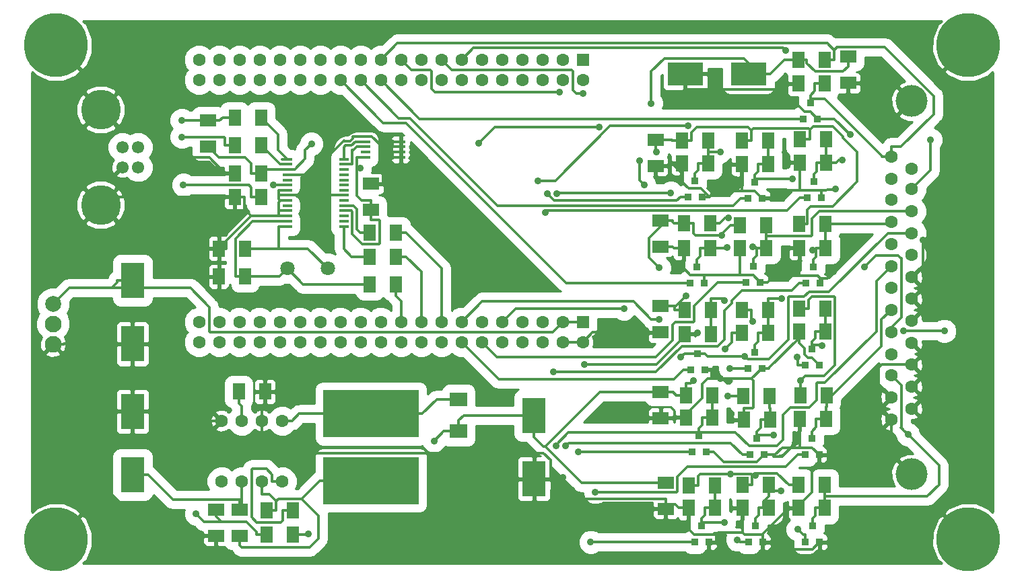
<source format=gtl>
G04 (created by PCBNEW-RS274X (2011-05-25)-stable) date Sun 18 Dec 2011 08:59:16 PM CET*
G01*
G70*
G90*
%MOIN*%
G04 Gerber Fmt 3.4, Leading zero omitted, Abs format*
%FSLAX34Y34*%
G04 APERTURE LIST*
%ADD10C,0.006000*%
%ADD11R,0.118100X0.177200*%
%ADD12C,0.063000*%
%ADD13C,0.157500*%
%ADD14R,0.086600X0.070900*%
%ADD15C,0.070900*%
%ADD16R,0.063000X0.060000*%
%ADD17R,0.060000X0.080000*%
%ADD18R,0.080000X0.060000*%
%ADD19R,0.036000X0.036000*%
%ADD20R,0.050000X0.016000*%
%ADD21C,0.078700*%
%ADD22C,0.082700*%
%ADD23C,0.061000*%
%ADD24C,0.196900*%
%ADD25R,0.177200X0.118100*%
%ADD26R,0.472400X0.236200*%
%ADD27C,0.315000*%
%ADD28C,0.035400*%
%ADD29C,0.035000*%
%ADD30C,0.011800*%
%ADD31C,0.010000*%
G04 APERTURE END LIST*
G54D10*
G54D11*
X46850Y-42717D03*
X46850Y-39567D03*
G54D12*
X54256Y-40035D03*
X53256Y-40035D03*
X52256Y-40035D03*
X51256Y-40035D03*
X51256Y-43035D03*
X52256Y-43035D03*
X53256Y-43035D03*
X54256Y-43035D03*
G54D13*
X85421Y-42675D03*
X85421Y-24175D03*
G54D12*
X84421Y-26925D03*
X84421Y-28025D03*
X84421Y-29075D03*
X84421Y-30175D03*
X84421Y-31275D03*
X84421Y-32375D03*
X84421Y-33425D03*
X84421Y-34525D03*
X84421Y-35625D03*
X84421Y-36725D03*
X84421Y-37775D03*
X84421Y-38875D03*
X84421Y-39975D03*
X85421Y-27545D03*
X85421Y-28545D03*
X85421Y-29645D03*
X85421Y-30725D03*
X85421Y-31805D03*
X85421Y-32905D03*
X85421Y-33985D03*
X85421Y-35065D03*
X85421Y-36185D03*
X85421Y-37245D03*
X85421Y-38325D03*
X85421Y-39425D03*
G54D14*
X62992Y-38974D03*
X62992Y-40554D03*
G54D15*
X54512Y-32480D03*
X56512Y-32480D03*
G54D16*
X69146Y-35131D03*
G54D12*
X69146Y-36131D03*
X64146Y-35131D03*
X68146Y-36131D03*
X63146Y-35131D03*
X67146Y-36131D03*
X62146Y-35131D03*
X66146Y-36131D03*
X61146Y-35131D03*
X65146Y-36131D03*
X60146Y-35131D03*
X64146Y-36131D03*
X59146Y-35131D03*
X63146Y-36131D03*
X58146Y-35131D03*
X62146Y-36131D03*
X57146Y-35131D03*
X61146Y-36131D03*
X56146Y-35131D03*
X60146Y-36131D03*
X55146Y-35131D03*
X59146Y-36131D03*
X54146Y-35131D03*
X58146Y-36131D03*
X57146Y-36131D03*
X53146Y-35131D03*
X56146Y-36131D03*
X54146Y-36131D03*
X53146Y-36131D03*
X52146Y-36131D03*
X51146Y-36131D03*
X52146Y-35131D03*
X51146Y-35131D03*
X68146Y-35131D03*
X67146Y-35131D03*
X66146Y-35131D03*
X65146Y-35131D03*
X50146Y-35131D03*
X50146Y-36131D03*
X55146Y-36131D03*
G54D16*
X69146Y-22138D03*
G54D12*
X69146Y-23138D03*
X64146Y-22138D03*
X68146Y-23138D03*
X63146Y-22138D03*
X67146Y-23138D03*
X62146Y-22138D03*
X66146Y-23138D03*
X61146Y-22138D03*
X65146Y-23138D03*
X60146Y-22138D03*
X64146Y-23138D03*
X59146Y-22138D03*
X63146Y-23138D03*
X58146Y-22138D03*
X62146Y-23138D03*
X57146Y-22138D03*
X61146Y-23138D03*
X56146Y-22138D03*
X60146Y-23138D03*
X55146Y-22138D03*
X59146Y-23138D03*
X54146Y-22138D03*
X58146Y-23138D03*
X57146Y-23138D03*
X53146Y-22138D03*
X56146Y-23138D03*
X54146Y-23138D03*
X53146Y-23138D03*
X52146Y-23138D03*
X51146Y-23138D03*
X52146Y-22138D03*
X51146Y-22138D03*
X68146Y-22138D03*
X67146Y-22138D03*
X66146Y-22138D03*
X65146Y-22138D03*
X50146Y-22138D03*
X50146Y-23138D03*
X55146Y-23138D03*
G54D17*
X79903Y-26086D03*
X81203Y-26086D03*
X75347Y-27265D03*
X74047Y-27265D03*
X81203Y-27228D03*
X79903Y-27228D03*
X75440Y-31466D03*
X74140Y-31466D03*
X74140Y-30246D03*
X75440Y-30246D03*
X76935Y-30324D03*
X78235Y-30324D03*
X74047Y-26124D03*
X75347Y-26124D03*
X77014Y-26125D03*
X78314Y-26125D03*
X78314Y-27306D03*
X77014Y-27306D03*
X79806Y-22136D03*
X81106Y-22136D03*
X81180Y-39939D03*
X79880Y-39939D03*
X79919Y-38758D03*
X81219Y-38758D03*
X78421Y-39978D03*
X77121Y-39978D03*
X77082Y-38797D03*
X78382Y-38797D03*
X81106Y-23318D03*
X79806Y-23318D03*
X74246Y-38758D03*
X75546Y-38758D03*
X75678Y-44346D03*
X74378Y-44346D03*
X74378Y-43244D03*
X75678Y-43244D03*
X78235Y-31466D03*
X76935Y-31466D03*
X77044Y-43204D03*
X78344Y-43204D03*
X81145Y-35606D03*
X79845Y-35606D03*
X79845Y-34464D03*
X81145Y-34464D03*
X81127Y-44346D03*
X79827Y-44346D03*
X79827Y-43204D03*
X81127Y-43204D03*
X78309Y-35685D03*
X77009Y-35685D03*
X77009Y-34543D03*
X78309Y-34543D03*
X53484Y-45669D03*
X54784Y-45669D03*
G54D18*
X52165Y-45729D03*
X52165Y-44429D03*
G54D17*
X74172Y-34544D03*
X75472Y-34544D03*
G54D18*
X50984Y-45729D03*
X50984Y-44429D03*
X50591Y-25137D03*
X50591Y-26437D03*
G54D17*
X53209Y-25000D03*
X51909Y-25000D03*
X53209Y-26378D03*
X51909Y-26378D03*
X59902Y-30709D03*
X58602Y-30709D03*
X59902Y-31890D03*
X58602Y-31890D03*
X75472Y-35725D03*
X74172Y-35725D03*
X79865Y-30285D03*
X81165Y-30285D03*
X81165Y-31466D03*
X79865Y-31466D03*
X78344Y-44346D03*
X77044Y-44346D03*
X75546Y-39860D03*
X74246Y-39860D03*
X53484Y-44488D03*
X54784Y-44488D03*
X53209Y-27756D03*
X51909Y-27756D03*
X52106Y-38583D03*
X53406Y-38583D03*
X53209Y-28937D03*
X51909Y-28937D03*
X51122Y-31496D03*
X52422Y-31496D03*
G54D18*
X82283Y-21988D03*
X82283Y-23288D03*
G54D17*
X51122Y-32874D03*
X52422Y-32874D03*
G54D18*
X58661Y-29587D03*
X58661Y-28287D03*
G54D19*
X80866Y-46045D03*
X80166Y-46045D03*
X80516Y-45245D03*
X78009Y-37423D03*
X77309Y-37423D03*
X77659Y-36623D03*
X75246Y-41559D03*
X74546Y-41559D03*
X74896Y-40759D03*
X78044Y-46045D03*
X77344Y-46045D03*
X77694Y-45245D03*
X80943Y-28967D03*
X80243Y-28967D03*
X80593Y-28167D03*
X78014Y-29005D03*
X77314Y-29005D03*
X77664Y-28205D03*
X80845Y-37266D03*
X80145Y-37266D03*
X80495Y-36466D03*
X75379Y-46045D03*
X74679Y-46045D03*
X75029Y-45245D03*
X75172Y-37503D03*
X74472Y-37503D03*
X74822Y-36703D03*
X80904Y-33204D03*
X80204Y-33204D03*
X80554Y-32404D03*
X80766Y-25056D03*
X80066Y-25056D03*
X80416Y-24256D03*
X78121Y-41717D03*
X77421Y-41717D03*
X77771Y-40917D03*
X80841Y-41717D03*
X80141Y-41717D03*
X80491Y-40917D03*
X75140Y-33205D03*
X74440Y-33205D03*
X74790Y-32405D03*
X75047Y-28925D03*
X74347Y-28925D03*
X74697Y-28125D03*
X77935Y-33165D03*
X77235Y-33165D03*
X77585Y-32365D03*
G54D20*
X57306Y-30390D03*
X57306Y-30140D03*
X57306Y-29880D03*
X57306Y-29620D03*
X57306Y-29370D03*
X57306Y-29110D03*
X57306Y-28850D03*
X57306Y-28600D03*
X57306Y-28340D03*
X57306Y-28090D03*
X57306Y-27830D03*
X57306Y-27570D03*
X57306Y-27320D03*
X57306Y-27060D03*
X54506Y-27060D03*
X54506Y-27320D03*
X54506Y-27560D03*
X54506Y-27830D03*
X54506Y-28090D03*
X54506Y-28340D03*
X54506Y-28600D03*
X54506Y-28850D03*
X54506Y-29110D03*
X54506Y-29370D03*
X54506Y-29620D03*
X54506Y-29880D03*
X54506Y-30140D03*
X54506Y-30390D03*
X60127Y-26960D03*
X60127Y-26705D03*
X60127Y-26445D03*
X60127Y-26190D03*
X58377Y-26190D03*
X58377Y-26445D03*
X58377Y-26705D03*
X58377Y-26960D03*
G54D21*
X42913Y-34236D03*
G54D22*
X42913Y-35236D03*
X42913Y-36236D03*
G54D23*
X47126Y-27469D03*
X47126Y-26469D03*
X46339Y-26469D03*
X46339Y-27469D03*
G54D24*
X45276Y-29331D03*
X45276Y-24607D03*
G54D17*
X58602Y-33268D03*
X59902Y-33268D03*
G54D18*
X73000Y-34350D03*
X73000Y-35650D03*
X73250Y-43100D03*
X73250Y-44400D03*
X72750Y-26100D03*
X72750Y-27400D03*
X73000Y-30100D03*
X73000Y-31400D03*
X73000Y-38600D03*
X73000Y-39900D03*
G54D11*
X66732Y-39764D03*
X66732Y-42914D03*
G54D25*
X77362Y-22835D03*
X74212Y-22835D03*
G54D11*
X46850Y-33071D03*
X46850Y-36221D03*
G54D26*
X58661Y-42993D03*
X58661Y-39685D03*
G54D27*
X43071Y-21417D03*
X43071Y-45906D03*
X88228Y-21417D03*
X88228Y-45906D03*
G54D28*
X79784Y-45409D03*
X85247Y-40713D03*
X68933Y-41559D03*
X67814Y-41271D03*
X76438Y-37423D03*
X78982Y-33963D03*
X71960Y-27153D03*
X72181Y-28343D03*
X69537Y-46045D03*
X83072Y-32412D03*
X69149Y-23808D03*
X76150Y-45065D03*
X69761Y-43564D03*
G54D29*
X85020Y-35584D03*
G54D28*
X79181Y-21685D03*
X87047Y-35581D03*
X68286Y-41280D03*
X67997Y-23752D03*
X78596Y-40737D03*
X79754Y-36875D03*
X80974Y-36311D03*
X76801Y-45931D03*
X78943Y-43494D03*
X55551Y-45630D03*
X61772Y-41024D03*
X77694Y-42724D03*
X74258Y-33846D03*
X76320Y-38797D03*
X77565Y-35106D03*
X79919Y-38054D03*
X76442Y-42678D03*
X74612Y-38048D03*
X72928Y-32454D03*
X76005Y-30827D03*
X72773Y-26704D03*
X72526Y-24298D03*
X79530Y-28025D03*
X76339Y-29964D03*
X76304Y-31448D03*
X67676Y-37618D03*
X67853Y-28765D03*
X73501Y-28736D03*
X80529Y-31561D03*
X67379Y-28782D03*
X75946Y-26694D03*
X66928Y-28132D03*
X74340Y-25419D03*
X67272Y-29706D03*
X71184Y-34468D03*
X86352Y-26100D03*
X81983Y-27090D03*
X63993Y-26276D03*
X69943Y-25468D03*
X77543Y-31405D03*
X76165Y-34072D03*
X77170Y-36843D03*
X72924Y-35000D03*
X74003Y-36888D03*
X49291Y-25956D03*
X49291Y-25137D03*
X58110Y-27520D03*
X55709Y-26299D03*
X49370Y-28336D03*
X53819Y-28346D03*
X49331Y-26969D03*
X76194Y-36475D03*
X75971Y-37947D03*
X74822Y-35675D03*
X81569Y-32638D03*
X81654Y-28553D03*
X69213Y-37247D03*
X86002Y-31061D03*
X82386Y-25852D03*
X68155Y-42841D03*
X50000Y-44646D03*
G54D30*
X80166Y-46045D02*
X80166Y-45685D01*
X80060Y-45685D02*
X79784Y-45409D01*
X80166Y-45685D02*
X80060Y-45685D01*
X84421Y-37775D02*
X84921Y-38275D01*
X85030Y-40492D02*
X85030Y-40496D01*
X84921Y-40383D02*
X85030Y-40492D01*
X84921Y-38275D02*
X84921Y-40383D01*
X80647Y-44754D02*
X80647Y-44346D01*
X80516Y-44885D02*
X80647Y-44754D01*
X80516Y-45245D02*
X80516Y-44885D01*
X81127Y-44346D02*
X80647Y-44346D01*
X81127Y-43204D02*
X81127Y-43775D01*
X81127Y-43775D02*
X81127Y-44346D01*
X84902Y-40368D02*
X85030Y-40496D01*
X85030Y-40496D02*
X85247Y-40713D01*
X86774Y-42240D02*
X85247Y-40713D01*
X86774Y-43204D02*
X86774Y-42240D01*
X86203Y-43775D02*
X86774Y-43204D01*
X81127Y-43775D02*
X86203Y-43775D01*
X74546Y-41559D02*
X68933Y-41559D01*
X74896Y-40621D02*
X68438Y-40621D01*
X68438Y-40621D02*
X67814Y-41245D01*
X67814Y-41245D02*
X67814Y-41271D01*
X75066Y-40229D02*
X75066Y-39860D01*
X74896Y-40399D02*
X75066Y-40229D01*
X75546Y-39860D02*
X75365Y-39860D01*
X75365Y-39860D02*
X75066Y-39860D01*
X75546Y-39679D02*
X75546Y-38758D01*
X75365Y-39860D02*
X75546Y-39679D01*
X74896Y-40598D02*
X74896Y-40399D01*
X76692Y-40598D02*
X74896Y-40598D01*
X77378Y-41284D02*
X76692Y-40598D01*
X78755Y-41284D02*
X77378Y-41284D01*
X79052Y-40987D02*
X78755Y-41284D01*
X79052Y-39739D02*
X79052Y-40987D01*
X79433Y-39358D02*
X79052Y-39739D01*
X80367Y-39358D02*
X79433Y-39358D01*
X80730Y-38995D02*
X80367Y-39358D01*
X80730Y-38186D02*
X80730Y-38995D01*
X80763Y-38153D02*
X80730Y-38186D01*
X81128Y-38153D02*
X80763Y-38153D01*
X83683Y-35598D02*
X81128Y-38153D01*
X83683Y-33113D02*
X83683Y-35598D01*
X84421Y-32375D02*
X83683Y-33113D01*
X74896Y-40759D02*
X74896Y-40621D01*
X74896Y-40621D02*
X74896Y-40598D01*
X77309Y-37423D02*
X76438Y-37423D01*
X77829Y-36093D02*
X77829Y-35685D01*
X77659Y-36263D02*
X77829Y-36093D01*
X77659Y-36623D02*
X77659Y-36263D01*
X78309Y-35685D02*
X77829Y-35685D01*
X78309Y-35685D02*
X78309Y-34543D01*
X78309Y-34543D02*
X78309Y-33963D01*
X78309Y-33963D02*
X78982Y-33963D01*
X71960Y-28122D02*
X72181Y-28343D01*
X71960Y-27153D02*
X71960Y-28122D01*
X74679Y-46045D02*
X69537Y-46045D01*
X68642Y-22913D02*
X68642Y-22700D01*
X62146Y-22138D02*
X62646Y-22638D01*
X62815Y-22638D02*
X64045Y-22638D01*
X68580Y-22638D02*
X64045Y-22638D01*
X68594Y-22652D02*
X68580Y-22638D01*
X62815Y-22638D02*
X62646Y-22638D01*
X68642Y-23629D02*
X68642Y-22913D01*
X84421Y-35402D02*
X84421Y-35625D01*
X84902Y-31966D02*
X84921Y-31985D01*
X68821Y-23808D02*
X69149Y-23808D01*
X68654Y-23641D02*
X68821Y-23808D01*
X84761Y-31825D02*
X84902Y-31966D01*
X83659Y-31825D02*
X84761Y-31825D01*
X83072Y-32412D02*
X83659Y-31825D01*
X84921Y-31985D02*
X84921Y-34902D01*
X84921Y-34902D02*
X84421Y-35402D01*
X68654Y-23641D02*
X68642Y-23629D01*
X68642Y-22700D02*
X68594Y-22652D01*
X75029Y-45065D02*
X76150Y-45065D01*
X75198Y-44716D02*
X75198Y-44346D01*
X75029Y-44885D02*
X75198Y-44716D01*
X75678Y-44346D02*
X75198Y-44346D01*
X75678Y-43244D02*
X75678Y-44346D01*
X75029Y-45245D02*
X75029Y-45065D01*
X75029Y-45065D02*
X75029Y-44885D01*
X80141Y-41717D02*
X79781Y-41717D01*
X79182Y-42316D02*
X79781Y-41717D01*
X74321Y-42316D02*
X79182Y-42316D01*
X73831Y-42806D02*
X74321Y-42316D01*
X73831Y-43548D02*
X73831Y-42806D01*
X73798Y-43581D02*
X73831Y-43548D01*
X69778Y-43581D02*
X73798Y-43581D01*
X69761Y-43564D02*
X69778Y-43581D01*
X85020Y-35584D02*
X87047Y-35581D01*
X63146Y-22138D02*
X63729Y-21555D01*
X63729Y-21555D02*
X79051Y-21555D01*
X79051Y-21555D02*
X79181Y-21685D01*
X80700Y-40348D02*
X80700Y-39939D01*
X80491Y-40557D02*
X80700Y-40348D01*
X80491Y-40917D02*
X80491Y-40557D01*
X81180Y-39939D02*
X80700Y-39939D01*
X81201Y-39338D02*
X81180Y-39359D01*
X81219Y-39338D02*
X81201Y-39338D01*
X81180Y-39939D02*
X81180Y-39359D01*
X81219Y-38758D02*
X81219Y-39048D01*
X81219Y-39048D02*
X81219Y-39338D01*
X83936Y-35010D02*
X84421Y-34525D01*
X83936Y-36331D02*
X83936Y-35010D01*
X81219Y-39048D02*
X83936Y-36331D01*
X77421Y-41717D02*
X77061Y-41717D01*
X68439Y-41127D02*
X68286Y-41280D01*
X76471Y-41127D02*
X68439Y-41127D01*
X77061Y-41717D02*
X76471Y-41127D01*
X60817Y-22638D02*
X60646Y-22638D01*
X61594Y-22638D02*
X60817Y-22638D01*
X61646Y-22690D02*
X61613Y-22657D01*
X61646Y-23586D02*
X61646Y-22690D01*
X61812Y-23752D02*
X61646Y-23586D01*
X67997Y-23752D02*
X61812Y-23752D01*
X61613Y-22657D02*
X61594Y-22638D01*
X60646Y-22638D02*
X60146Y-22138D01*
X77941Y-40387D02*
X77941Y-39978D01*
X77771Y-40557D02*
X77941Y-40387D01*
X78421Y-39978D02*
X77941Y-39978D01*
X78403Y-39398D02*
X78421Y-39398D01*
X78382Y-39377D02*
X78403Y-39398D01*
X78382Y-38797D02*
X78382Y-39377D01*
X78421Y-39978D02*
X78421Y-39398D01*
X77771Y-40917D02*
X77771Y-40737D01*
X77771Y-40737D02*
X77771Y-40557D01*
X77771Y-40737D02*
X78596Y-40737D01*
X80145Y-37266D02*
X79785Y-37266D01*
X79785Y-36906D02*
X79754Y-36875D01*
X79785Y-37266D02*
X79785Y-36906D01*
X80665Y-35936D02*
X80665Y-35606D01*
X80495Y-36106D02*
X80665Y-35936D01*
X81145Y-35606D02*
X80665Y-35606D01*
X81145Y-34464D02*
X81145Y-35606D01*
X80495Y-36466D02*
X80495Y-36286D01*
X80495Y-36286D02*
X80495Y-36106D01*
X80949Y-36286D02*
X80974Y-36311D01*
X80495Y-36286D02*
X80949Y-36286D01*
X76915Y-46045D02*
X76801Y-45931D01*
X77344Y-46045D02*
X76915Y-46045D01*
X77864Y-44715D02*
X77864Y-44346D01*
X77694Y-44885D02*
X77864Y-44715D01*
X77694Y-45245D02*
X77694Y-44885D01*
X78344Y-44346D02*
X78104Y-44346D01*
X78104Y-44346D02*
X77864Y-44346D01*
X78104Y-44024D02*
X78344Y-43784D01*
X78104Y-44346D02*
X78104Y-44024D01*
X78344Y-43204D02*
X78344Y-43494D01*
X78344Y-43494D02*
X78344Y-43784D01*
X78344Y-43494D02*
X78943Y-43494D01*
X55512Y-45669D02*
X55551Y-45630D01*
X61772Y-41024D02*
X62242Y-40554D01*
X62992Y-40554D02*
X62242Y-40554D01*
X55512Y-45669D02*
X54784Y-45669D01*
X79127Y-22136D02*
X79806Y-22136D01*
X78428Y-22835D02*
X79127Y-22136D01*
X63248Y-39764D02*
X62992Y-40020D01*
X66732Y-39764D02*
X63248Y-39764D01*
X62992Y-40554D02*
X62992Y-40020D01*
X74246Y-38758D02*
X73766Y-38758D01*
X73580Y-30166D02*
X73660Y-30246D01*
X73580Y-30100D02*
X73580Y-30166D01*
X74140Y-30246D02*
X73660Y-30246D01*
X73543Y-26100D02*
X73567Y-26124D01*
X72750Y-26100D02*
X73543Y-26100D01*
X66732Y-39764D02*
X66732Y-40830D01*
X74172Y-34544D02*
X73692Y-34544D01*
X82283Y-21988D02*
X82283Y-22468D01*
X79903Y-26086D02*
X80383Y-26086D01*
X73000Y-34350D02*
X73290Y-34350D01*
X77082Y-38797D02*
X76602Y-38797D01*
X73692Y-34350D02*
X73692Y-34544D01*
X73290Y-34350D02*
X73692Y-34350D01*
X73754Y-34350D02*
X74258Y-33846D01*
X73692Y-34350D02*
X73754Y-34350D01*
X79919Y-38054D02*
X79919Y-38758D01*
X77009Y-34543D02*
X77489Y-34543D01*
X76602Y-38797D02*
X76320Y-38797D01*
X79827Y-43204D02*
X79347Y-43204D01*
X77044Y-43204D02*
X77524Y-43204D01*
X79845Y-34464D02*
X80325Y-34464D01*
X74378Y-43244D02*
X74858Y-43244D01*
X76427Y-42663D02*
X76442Y-42678D01*
X74959Y-42663D02*
X76427Y-42663D01*
X74858Y-42764D02*
X74959Y-42663D01*
X74858Y-43244D02*
X74858Y-42764D01*
X77524Y-42724D02*
X77524Y-43204D01*
X77478Y-42678D02*
X76442Y-42678D01*
X77524Y-42724D02*
X77478Y-42678D01*
X80158Y-37815D02*
X79919Y-38054D01*
X81093Y-37815D02*
X80158Y-37815D01*
X81625Y-37283D02*
X81093Y-37815D01*
X81625Y-33917D02*
X81625Y-37283D01*
X81592Y-33884D02*
X81625Y-33917D01*
X80494Y-33884D02*
X81592Y-33884D01*
X80325Y-34053D02*
X80494Y-33884D01*
X80325Y-34464D02*
X80325Y-34053D01*
X73608Y-38600D02*
X73000Y-38600D01*
X73766Y-38758D02*
X73608Y-38600D01*
X74246Y-38758D02*
X74246Y-38178D01*
X74482Y-38178D02*
X74246Y-38178D01*
X74612Y-38048D02*
X74482Y-38178D01*
X77694Y-42724D02*
X77524Y-42724D01*
X78766Y-42623D02*
X79347Y-43204D01*
X77795Y-42623D02*
X78766Y-42623D01*
X77694Y-42724D02*
X77795Y-42623D01*
X79806Y-22136D02*
X80226Y-22136D01*
X82034Y-22717D02*
X82283Y-22468D01*
X80651Y-22717D02*
X82034Y-22717D01*
X80226Y-22292D02*
X80651Y-22717D01*
X80226Y-22136D02*
X80226Y-22292D01*
X80383Y-25606D02*
X80383Y-26086D01*
X77014Y-26125D02*
X77494Y-26125D01*
X73807Y-26124D02*
X73567Y-26124D01*
X77494Y-26125D02*
X77494Y-25645D01*
X80321Y-25544D02*
X80383Y-25606D01*
X77595Y-25544D02*
X80321Y-25544D01*
X77494Y-25645D02*
X77595Y-25544D01*
X79865Y-30285D02*
X80247Y-30285D01*
X76935Y-30324D02*
X76455Y-30324D01*
X74140Y-30246D02*
X74620Y-30246D01*
X73000Y-30100D02*
X73290Y-30100D01*
X73290Y-30100D02*
X73580Y-30100D01*
X77489Y-35030D02*
X77565Y-35106D01*
X77489Y-34543D02*
X77489Y-35030D01*
X73807Y-26124D02*
X74047Y-26124D01*
X77318Y-25469D02*
X77494Y-25645D01*
X74792Y-25469D02*
X77318Y-25469D01*
X74527Y-25734D02*
X74792Y-25469D01*
X74527Y-26124D02*
X74527Y-25734D01*
X74047Y-26124D02*
X74527Y-26124D01*
X72419Y-31945D02*
X72928Y-32454D01*
X72419Y-30971D02*
X72419Y-31945D01*
X73290Y-30100D02*
X72419Y-30971D01*
X72750Y-26100D02*
X72750Y-26580D01*
X72750Y-26681D02*
X72773Y-26704D01*
X72750Y-26580D02*
X72750Y-26681D01*
X74721Y-30827D02*
X76005Y-30827D01*
X74620Y-30726D02*
X74721Y-30827D01*
X74620Y-30246D02*
X74620Y-30726D01*
X76005Y-30774D02*
X76005Y-30827D01*
X76455Y-30324D02*
X76005Y-30774D01*
X77362Y-22835D02*
X77895Y-22835D01*
X77895Y-22835D02*
X78428Y-22835D01*
X72526Y-22712D02*
X72526Y-24298D01*
X73174Y-22064D02*
X72526Y-22712D01*
X77124Y-22064D02*
X73174Y-22064D01*
X77895Y-22835D02*
X77124Y-22064D01*
X80247Y-29566D02*
X80247Y-30285D01*
X80417Y-29396D02*
X80247Y-29566D01*
X81512Y-29396D02*
X80417Y-29396D01*
X82724Y-28184D02*
X81512Y-29396D01*
X82724Y-26691D02*
X82724Y-28184D01*
X82031Y-25998D02*
X82724Y-26691D01*
X82031Y-25952D02*
X82031Y-25998D01*
X81518Y-25439D02*
X82031Y-25952D01*
X80550Y-25439D02*
X81518Y-25439D01*
X80383Y-25606D02*
X80550Y-25439D01*
X67202Y-41300D02*
X66732Y-40830D01*
X67284Y-41300D02*
X67202Y-41300D01*
X69984Y-38600D02*
X67284Y-41300D01*
X73000Y-38600D02*
X69984Y-38600D01*
X69084Y-43100D02*
X73250Y-43100D01*
X67284Y-41300D02*
X69084Y-43100D01*
X80066Y-25056D02*
X79706Y-25056D01*
X61064Y-25056D02*
X59146Y-23138D01*
X79706Y-25056D02*
X61064Y-25056D01*
X80626Y-23686D02*
X80626Y-23318D01*
X80416Y-23896D02*
X80626Y-23686D01*
X81106Y-23318D02*
X80626Y-23318D01*
X80416Y-24256D02*
X80416Y-24076D01*
X80416Y-24076D02*
X80416Y-23896D01*
X84421Y-26925D02*
X83941Y-26925D01*
X81106Y-22136D02*
X81586Y-22136D01*
X84421Y-26925D02*
X84421Y-26445D01*
X81586Y-22136D02*
X81586Y-21656D01*
X84901Y-26445D02*
X84421Y-26445D01*
X86517Y-24829D02*
X84901Y-26445D01*
X86517Y-23939D02*
X86517Y-24829D01*
X84085Y-21507D02*
X86517Y-23939D01*
X81735Y-21507D02*
X84085Y-21507D01*
X81586Y-21656D02*
X81735Y-21507D01*
X59968Y-21316D02*
X59146Y-22138D01*
X81246Y-21316D02*
X59968Y-21316D01*
X81586Y-21656D02*
X81246Y-21316D01*
X81112Y-24076D02*
X80416Y-24076D01*
X83941Y-26905D02*
X81112Y-24076D01*
X83941Y-26925D02*
X83941Y-26905D01*
X77314Y-29005D02*
X76954Y-29005D01*
X60035Y-25027D02*
X58146Y-23138D01*
X60601Y-25027D02*
X60035Y-25027D01*
X64933Y-29359D02*
X60601Y-25027D01*
X76600Y-29359D02*
X64933Y-29359D01*
X76954Y-29005D02*
X76600Y-29359D01*
X77834Y-27675D02*
X77834Y-27306D01*
X77664Y-27845D02*
X77834Y-27675D01*
X78314Y-27306D02*
X78074Y-27306D01*
X78074Y-27306D02*
X77834Y-27306D01*
X78314Y-27066D02*
X78314Y-26125D01*
X78074Y-27306D02*
X78314Y-27066D01*
X77664Y-28205D02*
X77664Y-28025D01*
X77664Y-28025D02*
X77664Y-27845D01*
X77664Y-28025D02*
X79530Y-28025D01*
X74440Y-33205D02*
X74080Y-33205D01*
X59264Y-25256D02*
X57146Y-23138D01*
X60380Y-25256D02*
X59264Y-25256D01*
X68329Y-33205D02*
X60380Y-25256D01*
X74080Y-33205D02*
X68329Y-33205D01*
X74960Y-31875D02*
X74960Y-31466D01*
X74790Y-32045D02*
X74960Y-31875D01*
X74790Y-32405D02*
X74790Y-32045D01*
X75316Y-31466D02*
X74960Y-31466D01*
X75316Y-31466D02*
X75440Y-31466D01*
X76202Y-29964D02*
X75920Y-30246D01*
X76339Y-29964D02*
X76202Y-29964D01*
X75440Y-31466D02*
X75920Y-31466D01*
X75440Y-30246D02*
X75920Y-30246D01*
X76286Y-31466D02*
X76304Y-31448D01*
X75920Y-31466D02*
X76286Y-31466D01*
X80204Y-33204D02*
X79844Y-33204D01*
X79484Y-33564D02*
X79844Y-33204D01*
X77018Y-33564D02*
X79484Y-33564D01*
X76520Y-34062D02*
X77018Y-33564D01*
X76520Y-34219D02*
X76520Y-34062D01*
X76155Y-34584D02*
X76520Y-34219D01*
X76155Y-36013D02*
X76155Y-34584D01*
X75830Y-36338D02*
X76155Y-36013D01*
X74050Y-36338D02*
X75830Y-36338D01*
X72770Y-37618D02*
X74050Y-36338D01*
X67676Y-37618D02*
X72770Y-37618D01*
X80685Y-31913D02*
X80685Y-31466D01*
X80554Y-32044D02*
X80685Y-31913D01*
X80554Y-32404D02*
X80554Y-32044D01*
X81165Y-31466D02*
X80925Y-31466D01*
X80925Y-31466D02*
X80685Y-31466D01*
X81165Y-31226D02*
X81165Y-30285D01*
X80925Y-31466D02*
X81165Y-31226D01*
X84311Y-30285D02*
X84421Y-30175D01*
X81165Y-30285D02*
X84311Y-30285D01*
X80590Y-31561D02*
X80685Y-31466D01*
X80529Y-31561D02*
X80590Y-31561D01*
X67882Y-28736D02*
X67853Y-28765D01*
X73501Y-28736D02*
X67882Y-28736D01*
X73987Y-28925D02*
X74347Y-28925D01*
X67717Y-29120D02*
X67379Y-28782D01*
X73792Y-29120D02*
X67717Y-29120D01*
X73987Y-28925D02*
X73792Y-29120D01*
X74867Y-27595D02*
X74867Y-27265D01*
X74697Y-27765D02*
X74867Y-27595D01*
X74697Y-28125D02*
X74697Y-27765D01*
X75347Y-27265D02*
X74867Y-27265D01*
X75347Y-26124D02*
X75347Y-26694D01*
X75347Y-26694D02*
X75347Y-27265D01*
X75347Y-26694D02*
X75946Y-26694D01*
X67781Y-28132D02*
X66928Y-28132D01*
X70494Y-25419D02*
X67781Y-28132D01*
X74340Y-25419D02*
X70494Y-25419D01*
X80243Y-28967D02*
X79883Y-28967D01*
X67379Y-29599D02*
X67272Y-29706D01*
X79251Y-29599D02*
X67379Y-29599D01*
X79883Y-28967D02*
X79251Y-29599D01*
X65809Y-34468D02*
X65146Y-35131D01*
X65809Y-34468D02*
X71184Y-34468D01*
X80723Y-27677D02*
X80723Y-27228D01*
X80593Y-27807D02*
X80723Y-27677D01*
X80593Y-28167D02*
X80593Y-27807D01*
X80963Y-27228D02*
X80723Y-27228D01*
X81203Y-26988D02*
X81203Y-26086D01*
X80963Y-27228D02*
X81203Y-26988D01*
X81083Y-27228D02*
X80963Y-27228D01*
X81083Y-27228D02*
X81203Y-27228D01*
X81821Y-27090D02*
X81683Y-27228D01*
X81983Y-27090D02*
X81821Y-27090D01*
X81203Y-27228D02*
X81683Y-27228D01*
X86352Y-27614D02*
X86352Y-26100D01*
X85421Y-28545D02*
X86352Y-27614D01*
X64892Y-36877D02*
X64146Y-36131D01*
X72766Y-36877D02*
X64892Y-36877D01*
X73592Y-36051D02*
X72766Y-36877D01*
X73592Y-35257D02*
X73592Y-36051D01*
X73724Y-35125D02*
X73592Y-35257D01*
X74628Y-35125D02*
X73724Y-35125D01*
X74661Y-35092D02*
X74628Y-35125D01*
X74661Y-34325D02*
X74661Y-35092D01*
X75821Y-33165D02*
X74661Y-34325D01*
X77235Y-33165D02*
X75821Y-33165D01*
X77755Y-31835D02*
X77755Y-31466D01*
X77585Y-32005D02*
X77755Y-31835D01*
X77585Y-32365D02*
X77585Y-32005D01*
X78235Y-31466D02*
X77995Y-31466D01*
X77995Y-31466D02*
X77755Y-31466D01*
X78235Y-31226D02*
X78235Y-30875D01*
X77995Y-31466D02*
X78235Y-31226D01*
X78235Y-30875D02*
X78235Y-30324D01*
X64801Y-25468D02*
X69943Y-25468D01*
X63993Y-26276D02*
X64801Y-25468D01*
X77694Y-31405D02*
X77543Y-31405D01*
X77755Y-31466D02*
X77694Y-31405D01*
X80453Y-30875D02*
X78235Y-30875D01*
X80486Y-30842D02*
X80453Y-30875D01*
X80486Y-30003D02*
X80486Y-30842D01*
X80844Y-29645D02*
X80486Y-30003D01*
X85421Y-29645D02*
X80844Y-29645D01*
X64989Y-37974D02*
X63146Y-36131D01*
X73641Y-37974D02*
X64989Y-37974D01*
X74112Y-37503D02*
X73641Y-37974D01*
X74472Y-37503D02*
X74112Y-37503D01*
X74822Y-36703D02*
X75182Y-36703D01*
X75472Y-35725D02*
X75472Y-34544D01*
X75322Y-36843D02*
X75182Y-36703D01*
X77170Y-36843D02*
X75322Y-36843D01*
X75472Y-34544D02*
X75472Y-33964D01*
X77311Y-36984D02*
X77170Y-36843D01*
X78349Y-36984D02*
X77311Y-36984D01*
X79338Y-35995D02*
X78349Y-36984D01*
X79338Y-33916D02*
X79338Y-35995D01*
X79371Y-33883D02*
X79338Y-33916D01*
X80104Y-33883D02*
X79371Y-33883D01*
X80343Y-33644D02*
X80104Y-33883D01*
X81332Y-33644D02*
X80343Y-33644D01*
X84251Y-30725D02*
X81332Y-33644D01*
X85421Y-30725D02*
X84251Y-30725D01*
X72534Y-35000D02*
X72924Y-35000D01*
X71646Y-34112D02*
X72534Y-35000D01*
X64165Y-34112D02*
X71646Y-34112D01*
X63146Y-35131D02*
X64165Y-34112D01*
X76057Y-33964D02*
X76165Y-34072D01*
X75472Y-33964D02*
X76057Y-33964D01*
X74188Y-36703D02*
X74822Y-36703D01*
X74003Y-36888D02*
X74188Y-36703D01*
X54118Y-32874D02*
X52422Y-32874D01*
X54512Y-32480D02*
X54118Y-32874D01*
X55300Y-33268D02*
X54512Y-32480D01*
X58602Y-33268D02*
X55300Y-33268D01*
X51952Y-30991D02*
X51952Y-32874D01*
X52803Y-30140D02*
X51952Y-30991D01*
X54506Y-30140D02*
X52803Y-30140D01*
X52422Y-32874D02*
X51952Y-32874D01*
X51429Y-25989D02*
X51429Y-26378D01*
X51396Y-25956D02*
X51429Y-25989D01*
X49291Y-25956D02*
X51396Y-25956D01*
X51909Y-26378D02*
X51429Y-26378D01*
X49291Y-25137D02*
X50591Y-25137D01*
X51308Y-25000D02*
X51171Y-25137D01*
X51909Y-25000D02*
X51308Y-25000D01*
X50591Y-25137D02*
X51171Y-25137D01*
X62146Y-32473D02*
X62146Y-35131D01*
X60382Y-30709D02*
X62146Y-32473D01*
X59902Y-30709D02*
X60382Y-30709D01*
X59902Y-31890D02*
X60382Y-31890D01*
X61146Y-32654D02*
X61146Y-35131D01*
X60382Y-31890D02*
X61146Y-32654D01*
X54506Y-27560D02*
X54881Y-27560D01*
X58110Y-27520D02*
X57957Y-27520D01*
X55394Y-26614D02*
X55709Y-26299D01*
X55394Y-27047D02*
X55394Y-26614D01*
X54881Y-27560D02*
X55394Y-27047D01*
X57957Y-27520D02*
X57953Y-27520D01*
X57953Y-27520D02*
X57957Y-27520D01*
X53209Y-27756D02*
X53405Y-27560D01*
X53405Y-27560D02*
X54506Y-27560D01*
X52729Y-27276D02*
X52729Y-27756D01*
X52412Y-26959D02*
X52729Y-27276D01*
X51113Y-26959D02*
X52412Y-26959D01*
X50591Y-26437D02*
X51113Y-26959D01*
X52969Y-27756D02*
X52729Y-27756D01*
X58191Y-29117D02*
X58661Y-29117D01*
X58661Y-29118D02*
X58661Y-29117D01*
X58661Y-29120D02*
X58661Y-29118D01*
X58661Y-29124D02*
X58661Y-29120D01*
X58661Y-29131D02*
X58661Y-29124D01*
X58661Y-29146D02*
X58661Y-29131D01*
X58661Y-29175D02*
X58661Y-29146D01*
X58661Y-29234D02*
X58661Y-29175D01*
X58661Y-29352D02*
X58661Y-29234D01*
X58661Y-29587D02*
X58661Y-29352D01*
X57957Y-27520D02*
X57957Y-28883D01*
X57957Y-28883D02*
X58191Y-29117D01*
X57957Y-26960D02*
X57957Y-27520D01*
X58377Y-26960D02*
X57957Y-26960D01*
X59040Y-30057D02*
X58661Y-30057D01*
X59073Y-30090D02*
X59040Y-30057D01*
X59073Y-31247D02*
X59073Y-30090D01*
X59040Y-31280D02*
X59073Y-31247D01*
X58232Y-31280D02*
X59040Y-31280D01*
X57726Y-30774D02*
X58232Y-31280D01*
X57726Y-29658D02*
X57726Y-30774D01*
X57688Y-29620D02*
X57726Y-29658D01*
X57306Y-29620D02*
X57688Y-29620D01*
X58661Y-29587D02*
X58661Y-30057D01*
X52969Y-27756D02*
X53209Y-27756D01*
X54500Y-28346D02*
X54506Y-28340D01*
X53819Y-28346D02*
X54500Y-28346D01*
X48852Y-43949D02*
X52165Y-43949D01*
X47620Y-42717D02*
X48852Y-43949D01*
X46850Y-42717D02*
X47620Y-42717D01*
X52729Y-28457D02*
X52729Y-28937D01*
X52608Y-28336D02*
X52729Y-28457D01*
X49370Y-28336D02*
X52608Y-28336D01*
X53209Y-28937D02*
X52729Y-28937D01*
X52165Y-44429D02*
X52165Y-44189D01*
X52165Y-44189D02*
X52165Y-43949D01*
X52256Y-44098D02*
X52256Y-43035D01*
X52165Y-44189D02*
X52256Y-44098D01*
X50650Y-34390D02*
X50650Y-34394D01*
X45819Y-33426D02*
X49712Y-33426D01*
X49712Y-33426D02*
X50650Y-34390D01*
X50650Y-35583D02*
X50698Y-35631D01*
X50650Y-34394D02*
X50650Y-35583D01*
X43723Y-33426D02*
X42913Y-34236D01*
X45819Y-33426D02*
X43723Y-33426D01*
X46080Y-33165D02*
X45819Y-33426D01*
X46080Y-33071D02*
X46080Y-33165D01*
X46850Y-33071D02*
X46080Y-33071D01*
X69146Y-35131D02*
X68666Y-35131D01*
X67646Y-35631D02*
X68146Y-35131D01*
X50698Y-35631D02*
X67646Y-35631D01*
X50665Y-35598D02*
X50698Y-35631D01*
X68146Y-35131D02*
X68666Y-35131D01*
X55615Y-27830D02*
X55630Y-27845D01*
X55630Y-27845D02*
X55630Y-28850D01*
X45500Y-40000D02*
X45933Y-39567D01*
X45500Y-43373D02*
X45500Y-40000D01*
X47856Y-45729D02*
X46079Y-43952D01*
X50984Y-45729D02*
X47856Y-45729D01*
X46079Y-43952D02*
X45500Y-43373D01*
X46260Y-39567D02*
X46850Y-39567D01*
X45933Y-39567D02*
X46260Y-39567D01*
X54506Y-27830D02*
X54506Y-27830D01*
X54506Y-27830D02*
X54506Y-27830D01*
X81244Y-32963D02*
X81569Y-32638D01*
X80904Y-32963D02*
X81244Y-32963D01*
X80943Y-28606D02*
X81076Y-28606D01*
X81076Y-28606D02*
X81654Y-28553D01*
X85421Y-32905D02*
X86002Y-32324D01*
X86002Y-32324D02*
X86002Y-31061D01*
X43458Y-36221D02*
X43443Y-36236D01*
X46850Y-36221D02*
X43458Y-36221D01*
X42913Y-36236D02*
X43443Y-36236D01*
X74212Y-22835D02*
X74212Y-23606D01*
X79806Y-23318D02*
X79326Y-23318D01*
X68509Y-43920D02*
X73250Y-43920D01*
X67503Y-42914D02*
X68509Y-43920D01*
X66732Y-42914D02*
X67503Y-42914D01*
X50298Y-39567D02*
X50766Y-40035D01*
X46850Y-39567D02*
X50298Y-39567D01*
X51256Y-40035D02*
X50766Y-40035D01*
X51909Y-27756D02*
X51429Y-27756D01*
X59697Y-26445D02*
X59697Y-26705D01*
X60127Y-26705D02*
X59912Y-26705D01*
X58661Y-28287D02*
X59241Y-28287D01*
X54076Y-29050D02*
X54076Y-28850D01*
X54136Y-29110D02*
X54076Y-29050D01*
X77935Y-33165D02*
X78295Y-33165D01*
X75047Y-28925D02*
X75407Y-28925D01*
X75246Y-41559D02*
X75606Y-41559D01*
X74212Y-23606D02*
X79038Y-23606D01*
X79038Y-23606D02*
X79326Y-23318D01*
X76935Y-32804D02*
X76935Y-31466D01*
X77574Y-32804D02*
X77935Y-33165D01*
X76935Y-32804D02*
X77574Y-32804D01*
X75172Y-37503D02*
X75532Y-37503D01*
X75379Y-46045D02*
X75739Y-46045D01*
X80110Y-36451D02*
X79845Y-36186D01*
X80110Y-36734D02*
X80110Y-36451D01*
X80281Y-36905D02*
X80110Y-36734D01*
X80484Y-36905D02*
X80281Y-36905D01*
X80845Y-37266D02*
X80484Y-36905D01*
X77014Y-27306D02*
X77014Y-27886D01*
X77014Y-28644D02*
X77014Y-27886D01*
X77653Y-28644D02*
X78014Y-29005D01*
X77014Y-28644D02*
X77653Y-28644D01*
X78014Y-29005D02*
X78374Y-29005D01*
X77044Y-44346D02*
X77044Y-44926D01*
X77761Y-42077D02*
X78121Y-41717D01*
X76124Y-42077D02*
X77761Y-42077D01*
X75606Y-41559D02*
X76124Y-42077D01*
X78121Y-41717D02*
X78481Y-41717D01*
X79845Y-35606D02*
X79845Y-35928D01*
X79845Y-35928D02*
X79845Y-36186D01*
X78369Y-37404D02*
X79845Y-35928D01*
X78369Y-37423D02*
X78369Y-37404D01*
X78009Y-37423D02*
X78369Y-37423D01*
X78764Y-46405D02*
X78404Y-46045D01*
X80506Y-46405D02*
X78764Y-46405D01*
X80866Y-46045D02*
X80506Y-46405D01*
X78044Y-46045D02*
X78404Y-46045D01*
X73726Y-39900D02*
X73766Y-39860D01*
X73000Y-39900D02*
X73726Y-39900D01*
X73594Y-31400D02*
X73660Y-31466D01*
X73000Y-31400D02*
X73594Y-31400D01*
X74140Y-31466D02*
X73660Y-31466D01*
X73432Y-27400D02*
X73567Y-27265D01*
X72750Y-27400D02*
X73432Y-27400D01*
X74047Y-27265D02*
X73567Y-27265D01*
X73250Y-44400D02*
X73250Y-44160D01*
X73250Y-44160D02*
X73250Y-43920D01*
X73712Y-44160D02*
X73898Y-44346D01*
X73250Y-44160D02*
X73712Y-44160D01*
X74378Y-44346D02*
X73898Y-44346D01*
X69627Y-35650D02*
X69146Y-36131D01*
X73000Y-35650D02*
X69627Y-35650D01*
X84534Y-23288D02*
X85421Y-24175D01*
X82283Y-23288D02*
X84534Y-23288D01*
X51122Y-32874D02*
X51122Y-31496D01*
X52389Y-29531D02*
X52738Y-29880D01*
X52389Y-28937D02*
X52389Y-29531D01*
X51909Y-28937D02*
X52389Y-28937D01*
X53256Y-39313D02*
X53256Y-40035D01*
X53406Y-39163D02*
X53256Y-39313D01*
X53406Y-38583D02*
X53406Y-39163D01*
X50642Y-26969D02*
X51429Y-27756D01*
X49331Y-26969D02*
X50642Y-26969D01*
X74246Y-39860D02*
X74006Y-39860D01*
X74006Y-39860D02*
X73766Y-39860D01*
X78009Y-45685D02*
X78009Y-45684D01*
X78044Y-45685D02*
X78009Y-45685D01*
X78009Y-45684D02*
X79347Y-44346D01*
X78044Y-46045D02*
X78044Y-45685D01*
X79865Y-31466D02*
X79865Y-32046D01*
X79865Y-32046D02*
X79865Y-32843D01*
X78617Y-32843D02*
X79865Y-32843D01*
X78295Y-33165D02*
X78617Y-32843D01*
X76529Y-36140D02*
X76194Y-36475D01*
X76529Y-35685D02*
X76529Y-36140D01*
X75532Y-37503D02*
X75532Y-37947D01*
X74099Y-39860D02*
X74006Y-39860D01*
X75064Y-38895D02*
X74099Y-39860D01*
X75064Y-38210D02*
X75064Y-38895D01*
X75327Y-37947D02*
X75064Y-38210D01*
X75532Y-37947D02*
X75327Y-37947D01*
X77009Y-35685D02*
X76529Y-35685D01*
X75532Y-37947D02*
X75971Y-37947D01*
X75739Y-45684D02*
X75739Y-46045D01*
X74378Y-45394D02*
X74378Y-44346D01*
X74668Y-45684D02*
X74378Y-45394D01*
X75739Y-45684D02*
X74668Y-45684D01*
X75971Y-37947D02*
X77485Y-37947D01*
X77485Y-37947D02*
X78009Y-37423D01*
X77540Y-39398D02*
X77121Y-39398D01*
X77573Y-39365D02*
X77540Y-39398D01*
X77573Y-38035D02*
X77573Y-39365D01*
X77485Y-37947D02*
X77573Y-38035D01*
X77121Y-39978D02*
X77121Y-39398D01*
X75140Y-33205D02*
X75140Y-32804D01*
X76935Y-32804D02*
X75140Y-32804D01*
X74140Y-32482D02*
X74140Y-31466D01*
X74462Y-32804D02*
X74140Y-32482D01*
X75140Y-32804D02*
X74462Y-32804D01*
X79827Y-44346D02*
X79587Y-44346D01*
X79587Y-44346D02*
X79347Y-44346D01*
X80502Y-42416D02*
X80841Y-42077D01*
X80502Y-43582D02*
X80502Y-42416D01*
X79738Y-44346D02*
X80502Y-43582D01*
X79587Y-44346D02*
X79738Y-44346D01*
X80841Y-41717D02*
X80841Y-42077D01*
X74702Y-35675D02*
X74652Y-35725D01*
X74822Y-35675D02*
X74702Y-35675D01*
X74172Y-35725D02*
X74652Y-35725D01*
X79880Y-39939D02*
X79880Y-40519D01*
X79880Y-40519D02*
X79880Y-41356D01*
X79020Y-41356D02*
X79880Y-41356D01*
X78659Y-41717D02*
X79020Y-41356D01*
X78481Y-41717D02*
X78659Y-41717D01*
X80480Y-41356D02*
X80841Y-41717D01*
X79880Y-41356D02*
X80480Y-41356D01*
X79903Y-27228D02*
X79903Y-27808D01*
X79903Y-28606D02*
X79903Y-27808D01*
X78773Y-28606D02*
X78374Y-29005D01*
X79903Y-28606D02*
X78773Y-28606D01*
X80904Y-32963D02*
X80904Y-33204D01*
X80784Y-32843D02*
X80904Y-32963D01*
X79865Y-32843D02*
X80784Y-32843D01*
X75688Y-28644D02*
X77014Y-28644D01*
X75407Y-28925D02*
X75688Y-28644D01*
X80943Y-28606D02*
X80943Y-28967D01*
X79903Y-28606D02*
X80943Y-28606D01*
X75847Y-45576D02*
X75739Y-45684D01*
X77044Y-45576D02*
X75847Y-45576D01*
X77152Y-45684D02*
X77044Y-45576D01*
X78009Y-45684D02*
X77152Y-45684D01*
X77044Y-45576D02*
X77044Y-44926D01*
X74066Y-27764D02*
X73567Y-27265D01*
X74066Y-28192D02*
X74066Y-27764D01*
X74372Y-28498D02*
X74066Y-28192D01*
X74980Y-28498D02*
X74372Y-28498D01*
X75407Y-28925D02*
X74980Y-28498D01*
X68146Y-36131D02*
X69146Y-36131D01*
X74172Y-35848D02*
X74172Y-35725D01*
X72773Y-37247D02*
X74172Y-35848D01*
X69213Y-37247D02*
X72773Y-37247D01*
X51122Y-31496D02*
X51504Y-31496D01*
X51504Y-31114D02*
X51504Y-31496D01*
X52738Y-29880D02*
X51504Y-31114D01*
X46850Y-39567D02*
X46465Y-39567D01*
X46465Y-39567D02*
X46079Y-39567D01*
X46850Y-39182D02*
X46850Y-36221D01*
X46465Y-39567D02*
X46850Y-39182D01*
X83802Y-38256D02*
X84421Y-38875D01*
X83802Y-37388D02*
X83802Y-38256D01*
X83945Y-37245D02*
X83802Y-37388D01*
X85421Y-37245D02*
X83945Y-37245D01*
X84421Y-39975D02*
X84421Y-41717D01*
X80841Y-41717D02*
X84421Y-41717D01*
X84463Y-41717D02*
X85421Y-42675D01*
X84421Y-41717D02*
X84463Y-41717D01*
X45670Y-28937D02*
X51909Y-28937D01*
X45276Y-29331D02*
X45670Y-28937D01*
X80127Y-24695D02*
X79038Y-23606D01*
X80405Y-24695D02*
X80127Y-24695D01*
X80766Y-25056D02*
X80405Y-24695D01*
X81590Y-25056D02*
X80766Y-25056D01*
X82386Y-25852D02*
X81590Y-25056D01*
X54506Y-29110D02*
X54321Y-29110D01*
X54321Y-29110D02*
X54181Y-29110D01*
X54181Y-29110D02*
X54136Y-29110D01*
X59697Y-26960D02*
X59241Y-26960D01*
X59241Y-28287D02*
X59241Y-26960D01*
X67540Y-42841D02*
X68155Y-42841D01*
X67540Y-42877D02*
X67540Y-42841D01*
X67503Y-42914D02*
X67540Y-42877D01*
X53256Y-40998D02*
X53256Y-40035D01*
X53889Y-41631D02*
X53256Y-40998D01*
X67194Y-41631D02*
X53889Y-41631D01*
X67540Y-41977D02*
X67194Y-41631D01*
X67540Y-42841D02*
X67540Y-41977D01*
X54506Y-29620D02*
X54086Y-29620D01*
X54086Y-29205D02*
X54086Y-29620D01*
X54181Y-29110D02*
X54086Y-29205D01*
X54506Y-28600D02*
X54086Y-28600D01*
X54119Y-28850D02*
X54076Y-28850D01*
X54291Y-28850D02*
X54119Y-28850D01*
X54086Y-28817D02*
X54086Y-28600D01*
X54119Y-28850D02*
X54086Y-28817D01*
X54086Y-29880D02*
X54086Y-29620D01*
X52738Y-29880D02*
X54086Y-29880D01*
X54086Y-29880D02*
X54506Y-29880D01*
X54086Y-28600D02*
X54076Y-28600D01*
X54399Y-28850D02*
X54291Y-28850D01*
X54399Y-28850D02*
X54506Y-28850D01*
X54506Y-28850D02*
X55630Y-28850D01*
X55630Y-28850D02*
X57306Y-28850D01*
X60127Y-26960D02*
X59707Y-26960D01*
X59707Y-26960D02*
X59697Y-26960D01*
X60127Y-26960D02*
X59707Y-26960D01*
X59745Y-26705D02*
X59697Y-26705D01*
X59912Y-26705D02*
X59745Y-26705D01*
X59707Y-26743D02*
X59707Y-26960D01*
X59745Y-26705D02*
X59707Y-26743D01*
X60127Y-26190D02*
X59707Y-26190D01*
X59740Y-26445D02*
X59697Y-26445D01*
X59707Y-26412D02*
X59740Y-26445D01*
X59707Y-26190D02*
X59707Y-26412D01*
X59740Y-26445D02*
X60127Y-26445D01*
X59241Y-26469D02*
X59241Y-26960D01*
X58702Y-25930D02*
X59241Y-26469D01*
X57744Y-25930D02*
X58702Y-25930D01*
X57744Y-26024D02*
X57744Y-25930D01*
X57609Y-26159D02*
X57744Y-26024D01*
X57324Y-26159D02*
X57609Y-26159D01*
X57305Y-26140D02*
X57324Y-26159D01*
X55615Y-27830D02*
X57305Y-26140D01*
X54506Y-27830D02*
X55615Y-27830D01*
X60146Y-34092D02*
X60146Y-35131D01*
X59902Y-33848D02*
X60146Y-34092D01*
X59902Y-33268D02*
X59902Y-33848D01*
X57306Y-29370D02*
X57726Y-29370D01*
X58602Y-30709D02*
X58132Y-30709D01*
X57794Y-29370D02*
X57726Y-29370D01*
X57955Y-29531D02*
X57794Y-29370D01*
X57955Y-30532D02*
X57955Y-29531D01*
X58132Y-30709D02*
X57955Y-30532D01*
X57697Y-31890D02*
X58602Y-31890D01*
X57306Y-31499D02*
X57697Y-31890D01*
X57306Y-30390D02*
X57306Y-31499D01*
X57901Y-26190D02*
X58377Y-26190D01*
X57703Y-26388D02*
X57901Y-26190D01*
X57382Y-26388D02*
X57703Y-26388D01*
X57306Y-26464D02*
X57382Y-26388D01*
X57306Y-27060D02*
X57306Y-26464D01*
X54506Y-27060D02*
X54055Y-26609D01*
X54055Y-25846D02*
X53209Y-25000D01*
X54055Y-26609D02*
X54055Y-25846D01*
X54506Y-27060D02*
X54258Y-27060D01*
X54506Y-27320D02*
X54151Y-27320D01*
X54151Y-27320D02*
X53209Y-26378D01*
X57306Y-27320D02*
X57726Y-27320D01*
X57969Y-26445D02*
X58377Y-26445D01*
X57797Y-26617D02*
X57969Y-26445D01*
X57726Y-26617D02*
X57797Y-26617D01*
X57726Y-27320D02*
X57726Y-26617D01*
X54506Y-30390D02*
X54086Y-30390D01*
X54086Y-30390D02*
X54086Y-31496D01*
X55528Y-31496D02*
X54086Y-31496D01*
X56512Y-32480D02*
X55528Y-31496D01*
X54086Y-31496D02*
X52422Y-31496D01*
X51027Y-45036D02*
X50390Y-45036D01*
X50390Y-45036D02*
X50000Y-44646D01*
X51260Y-45036D02*
X50984Y-44760D01*
X50984Y-44760D02*
X50984Y-44429D01*
X51027Y-45036D02*
X51030Y-45039D01*
X53004Y-45669D02*
X53004Y-45547D01*
X53004Y-45547D02*
X52493Y-45036D01*
X51260Y-45036D02*
X51027Y-45036D01*
X52493Y-45036D02*
X51260Y-45036D01*
X53484Y-45669D02*
X53004Y-45669D01*
X51260Y-45039D02*
X51260Y-45036D01*
X51030Y-45039D02*
X51260Y-45039D01*
X52256Y-39313D02*
X52256Y-40035D01*
X52106Y-39163D02*
X52256Y-39313D01*
X52106Y-38583D02*
X52106Y-39163D01*
X53766Y-42690D02*
X53766Y-43035D01*
X53480Y-42404D02*
X53766Y-42690D01*
X52789Y-42404D02*
X53480Y-42404D01*
X52756Y-42437D02*
X52789Y-42404D01*
X52756Y-44822D02*
X52756Y-42437D01*
X53003Y-45069D02*
X52756Y-44822D01*
X54203Y-45069D02*
X53003Y-45069D01*
X54304Y-44968D02*
X54203Y-45069D01*
X54304Y-44488D02*
X54304Y-44968D01*
X54784Y-44488D02*
X54304Y-44488D01*
X54256Y-43035D02*
X53766Y-43035D01*
X55202Y-46303D02*
X55206Y-46299D01*
X56063Y-44745D02*
X56063Y-45866D01*
X56063Y-45866D02*
X55630Y-46299D01*
X55275Y-43957D02*
X55215Y-43897D01*
X55275Y-43957D02*
X56063Y-44745D01*
X55206Y-46299D02*
X55630Y-46299D01*
X58661Y-42993D02*
X56119Y-42993D01*
X56119Y-42993D02*
X55215Y-43897D01*
X53484Y-44488D02*
X53964Y-44488D01*
X53256Y-43035D02*
X53256Y-43665D01*
X53621Y-43665D02*
X53256Y-43665D01*
X53964Y-44008D02*
X53621Y-43665D01*
X53964Y-44008D02*
X53964Y-44488D01*
X54075Y-43897D02*
X53964Y-44008D01*
X55215Y-43897D02*
X54075Y-43897D01*
X52165Y-45729D02*
X52165Y-46209D01*
X55202Y-46303D02*
X55197Y-46299D01*
X52259Y-46303D02*
X55202Y-46303D01*
X52165Y-46209D02*
X52259Y-46303D01*
X55096Y-39685D02*
X54746Y-40035D01*
X58661Y-39685D02*
X55096Y-39685D01*
X54256Y-40035D02*
X54746Y-40035D01*
X61914Y-38974D02*
X61203Y-39685D01*
X62992Y-38974D02*
X61914Y-38974D01*
X58661Y-39685D02*
X61203Y-39685D01*
G54D10*
G36*
X53327Y-40035D02*
X53256Y-40106D01*
X53185Y-40035D01*
X53256Y-39964D01*
X53327Y-40035D01*
X53327Y-40035D01*
G37*
G54D31*
X53327Y-40035D02*
X53256Y-40106D01*
X53185Y-40035D01*
X53256Y-39964D01*
X53327Y-40035D01*
G54D10*
G36*
X68217Y-36131D02*
X68146Y-36202D01*
X68075Y-36131D01*
X68146Y-36060D01*
X68217Y-36131D01*
X68217Y-36131D01*
G37*
G54D31*
X68217Y-36131D02*
X68146Y-36202D01*
X68075Y-36131D01*
X68146Y-36060D01*
X68217Y-36131D01*
G54D10*
G36*
X69217Y-36131D02*
X69146Y-36202D01*
X69075Y-36131D01*
X69146Y-36060D01*
X69217Y-36131D01*
X69217Y-36131D01*
G37*
G54D31*
X69217Y-36131D02*
X69146Y-36202D01*
X69075Y-36131D01*
X69146Y-36060D01*
X69217Y-36131D01*
G54D10*
G36*
X73050Y-31450D02*
X72950Y-31450D01*
X72950Y-31350D01*
X73050Y-31350D01*
X73050Y-31450D01*
X73050Y-31450D01*
G37*
G54D31*
X73050Y-31450D02*
X72950Y-31450D01*
X72950Y-31350D01*
X73050Y-31350D01*
X73050Y-31450D01*
G54D10*
G36*
X73050Y-35700D02*
X72950Y-35700D01*
X72900Y-35700D01*
X72412Y-35700D01*
X72350Y-35762D01*
X72351Y-35999D01*
X72389Y-36091D01*
X72459Y-36161D01*
X72550Y-36199D01*
X72649Y-36199D01*
X72731Y-36199D01*
X72557Y-36374D01*
X69646Y-36374D01*
X69704Y-36214D01*
X69693Y-35994D01*
X69630Y-35841D01*
X69629Y-35840D01*
X69712Y-35807D01*
X69836Y-35682D01*
X69904Y-35519D01*
X69904Y-35343D01*
X69904Y-34971D01*
X70809Y-34971D01*
X70832Y-34994D01*
X71060Y-35089D01*
X71307Y-35089D01*
X71535Y-34995D01*
X71676Y-34853D01*
X72176Y-35353D01*
X72178Y-35356D01*
X72299Y-35437D01*
X72340Y-35464D01*
X72342Y-35465D01*
X72350Y-35466D01*
X72350Y-35538D01*
X72412Y-35600D01*
X72749Y-35600D01*
X72800Y-35621D01*
X73047Y-35621D01*
X73050Y-35619D01*
X73050Y-35700D01*
X73050Y-35700D01*
G37*
G54D31*
X73050Y-35700D02*
X72950Y-35700D01*
X72900Y-35700D01*
X72412Y-35700D01*
X72350Y-35762D01*
X72351Y-35999D01*
X72389Y-36091D01*
X72459Y-36161D01*
X72550Y-36199D01*
X72649Y-36199D01*
X72731Y-36199D01*
X72557Y-36374D01*
X69646Y-36374D01*
X69704Y-36214D01*
X69693Y-35994D01*
X69630Y-35841D01*
X69629Y-35840D01*
X69712Y-35807D01*
X69836Y-35682D01*
X69904Y-35519D01*
X69904Y-35343D01*
X69904Y-34971D01*
X70809Y-34971D01*
X70832Y-34994D01*
X71060Y-35089D01*
X71307Y-35089D01*
X71535Y-34995D01*
X71676Y-34853D01*
X72176Y-35353D01*
X72178Y-35356D01*
X72299Y-35437D01*
X72340Y-35464D01*
X72342Y-35465D01*
X72350Y-35466D01*
X72350Y-35538D01*
X72412Y-35600D01*
X72749Y-35600D01*
X72800Y-35621D01*
X73047Y-35621D01*
X73050Y-35619D01*
X73050Y-35700D01*
G54D10*
G36*
X74097Y-27801D02*
X74074Y-27857D01*
X74074Y-28033D01*
X74074Y-28304D01*
X73997Y-28335D01*
X73997Y-27853D01*
X73997Y-27315D01*
X73559Y-27315D01*
X73497Y-27377D01*
X73498Y-27616D01*
X73498Y-27715D01*
X73536Y-27806D01*
X73606Y-27876D01*
X73698Y-27914D01*
X73935Y-27915D01*
X73997Y-27853D01*
X73997Y-28335D01*
X73984Y-28341D01*
X73853Y-28210D01*
X73625Y-28115D01*
X73400Y-28115D01*
X73400Y-27512D01*
X73338Y-27450D01*
X72800Y-27450D01*
X72800Y-27888D01*
X72862Y-27950D01*
X73101Y-27949D01*
X73200Y-27949D01*
X73291Y-27911D01*
X73361Y-27841D01*
X73399Y-27749D01*
X73400Y-27512D01*
X73400Y-28115D01*
X73378Y-28115D01*
X73150Y-28209D01*
X73126Y-28233D01*
X72802Y-28233D01*
X72802Y-28220D01*
X72708Y-27992D01*
X72652Y-27936D01*
X72700Y-27888D01*
X72700Y-27500D01*
X72700Y-27450D01*
X72700Y-27350D01*
X72800Y-27350D01*
X72850Y-27350D01*
X73338Y-27350D01*
X73400Y-27288D01*
X73399Y-27051D01*
X73361Y-26959D01*
X73345Y-26943D01*
X73394Y-26828D01*
X73394Y-26797D01*
X73496Y-26899D01*
X73498Y-26899D01*
X73498Y-26914D01*
X73497Y-27153D01*
X73559Y-27215D01*
X73947Y-27215D01*
X73997Y-27215D01*
X74097Y-27215D01*
X74097Y-27315D01*
X74097Y-27365D01*
X74097Y-27801D01*
X74097Y-27801D01*
G37*
G54D31*
X74097Y-27801D02*
X74074Y-27857D01*
X74074Y-28033D01*
X74074Y-28304D01*
X73997Y-28335D01*
X73997Y-27853D01*
X73997Y-27315D01*
X73559Y-27315D01*
X73497Y-27377D01*
X73498Y-27616D01*
X73498Y-27715D01*
X73536Y-27806D01*
X73606Y-27876D01*
X73698Y-27914D01*
X73935Y-27915D01*
X73997Y-27853D01*
X73997Y-28335D01*
X73984Y-28341D01*
X73853Y-28210D01*
X73625Y-28115D01*
X73400Y-28115D01*
X73400Y-27512D01*
X73338Y-27450D01*
X72800Y-27450D01*
X72800Y-27888D01*
X72862Y-27950D01*
X73101Y-27949D01*
X73200Y-27949D01*
X73291Y-27911D01*
X73361Y-27841D01*
X73399Y-27749D01*
X73400Y-27512D01*
X73400Y-28115D01*
X73378Y-28115D01*
X73150Y-28209D01*
X73126Y-28233D01*
X72802Y-28233D01*
X72802Y-28220D01*
X72708Y-27992D01*
X72652Y-27936D01*
X72700Y-27888D01*
X72700Y-27500D01*
X72700Y-27450D01*
X72700Y-27350D01*
X72800Y-27350D01*
X72850Y-27350D01*
X73338Y-27350D01*
X73400Y-27288D01*
X73399Y-27051D01*
X73361Y-26959D01*
X73345Y-26943D01*
X73394Y-26828D01*
X73394Y-26797D01*
X73496Y-26899D01*
X73498Y-26899D01*
X73498Y-26914D01*
X73497Y-27153D01*
X73559Y-27215D01*
X73947Y-27215D01*
X73997Y-27215D01*
X74097Y-27215D01*
X74097Y-27315D01*
X74097Y-27365D01*
X74097Y-27801D01*
G54D10*
G36*
X74198Y-32062D02*
X74167Y-32137D01*
X74167Y-32313D01*
X74167Y-32584D01*
X74009Y-32649D01*
X73956Y-32702D01*
X73497Y-32702D01*
X73549Y-32578D01*
X73549Y-32331D01*
X73455Y-32103D01*
X73301Y-31949D01*
X73351Y-31949D01*
X73450Y-31949D01*
X73541Y-31911D01*
X73591Y-31861D01*
X73591Y-31916D01*
X73629Y-32007D01*
X73699Y-32077D01*
X73791Y-32115D01*
X74028Y-32116D01*
X74090Y-32054D01*
X74090Y-31566D01*
X74090Y-31516D01*
X74090Y-31416D01*
X74190Y-31416D01*
X74190Y-31516D01*
X74190Y-31566D01*
X74190Y-32054D01*
X74198Y-32062D01*
X74198Y-32062D01*
G37*
G54D31*
X74198Y-32062D02*
X74167Y-32137D01*
X74167Y-32313D01*
X74167Y-32584D01*
X74009Y-32649D01*
X73956Y-32702D01*
X73497Y-32702D01*
X73549Y-32578D01*
X73549Y-32331D01*
X73455Y-32103D01*
X73301Y-31949D01*
X73351Y-31949D01*
X73450Y-31949D01*
X73541Y-31911D01*
X73591Y-31861D01*
X73591Y-31916D01*
X73629Y-32007D01*
X73699Y-32077D01*
X73791Y-32115D01*
X74028Y-32116D01*
X74090Y-32054D01*
X74090Y-31566D01*
X74090Y-31516D01*
X74090Y-31416D01*
X74190Y-31416D01*
X74190Y-31516D01*
X74190Y-31566D01*
X74190Y-32054D01*
X74198Y-32062D01*
G54D10*
G36*
X74296Y-39910D02*
X74196Y-39910D01*
X74146Y-39910D01*
X73758Y-39910D01*
X73696Y-39972D01*
X73696Y-40118D01*
X73649Y-40118D01*
X73650Y-40012D01*
X73650Y-39788D01*
X73649Y-39551D01*
X73611Y-39459D01*
X73541Y-39389D01*
X73450Y-39351D01*
X73351Y-39351D01*
X73112Y-39350D01*
X73050Y-39412D01*
X73050Y-39850D01*
X73588Y-39850D01*
X73650Y-39788D01*
X73650Y-40012D01*
X73588Y-39950D01*
X73100Y-39950D01*
X73050Y-39950D01*
X72950Y-39950D01*
X72950Y-39850D01*
X72950Y-39412D01*
X72888Y-39350D01*
X72649Y-39351D01*
X72550Y-39351D01*
X72459Y-39389D01*
X72389Y-39459D01*
X72351Y-39551D01*
X72350Y-39788D01*
X72412Y-39850D01*
X72950Y-39850D01*
X72950Y-39950D01*
X72900Y-39950D01*
X72412Y-39950D01*
X72350Y-40012D01*
X72350Y-40118D01*
X69177Y-40118D01*
X70192Y-39103D01*
X72204Y-39103D01*
X72224Y-39151D01*
X72349Y-39275D01*
X72512Y-39343D01*
X72688Y-39343D01*
X73488Y-39343D01*
X73534Y-39323D01*
X73570Y-39409D01*
X73695Y-39533D01*
X73696Y-39533D01*
X73696Y-39748D01*
X73758Y-39810D01*
X74146Y-39810D01*
X74196Y-39810D01*
X74296Y-39810D01*
X74296Y-39910D01*
X74296Y-39910D01*
G37*
G54D31*
X74296Y-39910D02*
X74196Y-39910D01*
X74146Y-39910D01*
X73758Y-39910D01*
X73696Y-39972D01*
X73696Y-40118D01*
X73649Y-40118D01*
X73650Y-40012D01*
X73650Y-39788D01*
X73649Y-39551D01*
X73611Y-39459D01*
X73541Y-39389D01*
X73450Y-39351D01*
X73351Y-39351D01*
X73112Y-39350D01*
X73050Y-39412D01*
X73050Y-39850D01*
X73588Y-39850D01*
X73650Y-39788D01*
X73650Y-40012D01*
X73588Y-39950D01*
X73100Y-39950D01*
X73050Y-39950D01*
X72950Y-39950D01*
X72950Y-39850D01*
X72950Y-39412D01*
X72888Y-39350D01*
X72649Y-39351D01*
X72550Y-39351D01*
X72459Y-39389D01*
X72389Y-39459D01*
X72351Y-39551D01*
X72350Y-39788D01*
X72412Y-39850D01*
X72950Y-39850D01*
X72950Y-39950D01*
X72900Y-39950D01*
X72412Y-39950D01*
X72350Y-40012D01*
X72350Y-40118D01*
X69177Y-40118D01*
X70192Y-39103D01*
X72204Y-39103D01*
X72224Y-39151D01*
X72349Y-39275D01*
X72512Y-39343D01*
X72688Y-39343D01*
X73488Y-39343D01*
X73534Y-39323D01*
X73570Y-39409D01*
X73695Y-39533D01*
X73696Y-39533D01*
X73696Y-39748D01*
X73758Y-39810D01*
X74146Y-39810D01*
X74196Y-39810D01*
X74296Y-39810D01*
X74296Y-39910D01*
G54D10*
G36*
X74729Y-35835D02*
X74720Y-35835D01*
X74660Y-35775D01*
X74272Y-35775D01*
X74222Y-35775D01*
X74122Y-35775D01*
X74122Y-35675D01*
X74222Y-35675D01*
X74272Y-35675D01*
X74660Y-35675D01*
X74722Y-35613D01*
X74721Y-35609D01*
X74729Y-35608D01*
X74729Y-35835D01*
X74729Y-35835D01*
G37*
G54D31*
X74729Y-35835D02*
X74720Y-35835D01*
X74660Y-35775D01*
X74272Y-35775D01*
X74222Y-35775D01*
X74122Y-35775D01*
X74122Y-35675D01*
X74222Y-35675D01*
X74272Y-35675D01*
X74660Y-35675D01*
X74722Y-35613D01*
X74721Y-35609D01*
X74729Y-35608D01*
X74729Y-35835D01*
G54D10*
G36*
X76508Y-38044D02*
X76407Y-38146D01*
X76394Y-38176D01*
X76250Y-38176D01*
X76222Y-38107D01*
X76097Y-37983D01*
X75934Y-37915D01*
X75758Y-37915D01*
X75442Y-37915D01*
X75493Y-37894D01*
X75563Y-37824D01*
X75601Y-37733D01*
X75601Y-37634D01*
X75602Y-37615D01*
X75540Y-37553D01*
X75272Y-37553D01*
X75222Y-37553D01*
X75122Y-37553D01*
X75122Y-37453D01*
X75222Y-37453D01*
X75272Y-37453D01*
X75540Y-37453D01*
X75602Y-37391D01*
X75601Y-37372D01*
X75601Y-37346D01*
X75817Y-37346D01*
X75817Y-37546D01*
X75911Y-37774D01*
X76086Y-37949D01*
X76314Y-38044D01*
X76508Y-38044D01*
X76508Y-38044D01*
G37*
G54D31*
X76508Y-38044D02*
X76407Y-38146D01*
X76394Y-38176D01*
X76250Y-38176D01*
X76222Y-38107D01*
X76097Y-37983D01*
X75934Y-37915D01*
X75758Y-37915D01*
X75442Y-37915D01*
X75493Y-37894D01*
X75563Y-37824D01*
X75601Y-37733D01*
X75601Y-37634D01*
X75602Y-37615D01*
X75540Y-37553D01*
X75272Y-37553D01*
X75222Y-37553D01*
X75122Y-37553D01*
X75122Y-37453D01*
X75222Y-37453D01*
X75272Y-37453D01*
X75540Y-37453D01*
X75602Y-37391D01*
X75601Y-37372D01*
X75601Y-37346D01*
X75817Y-37346D01*
X75817Y-37546D01*
X75911Y-37774D01*
X76086Y-37949D01*
X76314Y-38044D01*
X76508Y-38044D01*
G54D10*
G36*
X77059Y-35735D02*
X76959Y-35735D01*
X76959Y-35635D01*
X77059Y-35635D01*
X77059Y-35735D01*
X77059Y-35735D01*
G37*
G54D31*
X77059Y-35735D02*
X76959Y-35735D01*
X76959Y-35635D01*
X77059Y-35635D01*
X77059Y-35735D01*
G54D10*
G36*
X77064Y-27881D02*
X77041Y-27937D01*
X77041Y-28113D01*
X77041Y-28384D01*
X76964Y-28415D01*
X76964Y-27894D01*
X76964Y-27356D01*
X76526Y-27356D01*
X76464Y-27418D01*
X76465Y-27657D01*
X76465Y-27756D01*
X76503Y-27847D01*
X76573Y-27917D01*
X76665Y-27955D01*
X76902Y-27956D01*
X76964Y-27894D01*
X76964Y-28415D01*
X76883Y-28449D01*
X76800Y-28532D01*
X76762Y-28540D01*
X76598Y-28649D01*
X76596Y-28651D01*
X76391Y-28856D01*
X75477Y-28856D01*
X75477Y-28825D01*
X75465Y-28825D01*
X75477Y-28813D01*
X75476Y-28794D01*
X75476Y-28695D01*
X75438Y-28604D01*
X75368Y-28534D01*
X75276Y-28496D01*
X75320Y-28393D01*
X75320Y-28217D01*
X75320Y-28108D01*
X75735Y-28108D01*
X75898Y-28041D01*
X76022Y-27916D01*
X76090Y-27753D01*
X76090Y-27577D01*
X76090Y-27306D01*
X76297Y-27221D01*
X76464Y-27053D01*
X76464Y-27194D01*
X76526Y-27256D01*
X76914Y-27256D01*
X76964Y-27256D01*
X77064Y-27256D01*
X77064Y-27356D01*
X77064Y-27406D01*
X77064Y-27881D01*
X77064Y-27881D01*
G37*
G54D31*
X77064Y-27881D02*
X77041Y-27937D01*
X77041Y-28113D01*
X77041Y-28384D01*
X76964Y-28415D01*
X76964Y-27894D01*
X76964Y-27356D01*
X76526Y-27356D01*
X76464Y-27418D01*
X76465Y-27657D01*
X76465Y-27756D01*
X76503Y-27847D01*
X76573Y-27917D01*
X76665Y-27955D01*
X76902Y-27956D01*
X76964Y-27894D01*
X76964Y-28415D01*
X76883Y-28449D01*
X76800Y-28532D01*
X76762Y-28540D01*
X76598Y-28649D01*
X76596Y-28651D01*
X76391Y-28856D01*
X75477Y-28856D01*
X75477Y-28825D01*
X75465Y-28825D01*
X75477Y-28813D01*
X75476Y-28794D01*
X75476Y-28695D01*
X75438Y-28604D01*
X75368Y-28534D01*
X75276Y-28496D01*
X75320Y-28393D01*
X75320Y-28217D01*
X75320Y-28108D01*
X75735Y-28108D01*
X75898Y-28041D01*
X76022Y-27916D01*
X76090Y-27753D01*
X76090Y-27577D01*
X76090Y-27306D01*
X76297Y-27221D01*
X76464Y-27053D01*
X76464Y-27194D01*
X76526Y-27256D01*
X76914Y-27256D01*
X76964Y-27256D01*
X77064Y-27256D01*
X77064Y-27356D01*
X77064Y-27406D01*
X77064Y-27881D01*
G54D10*
G36*
X77094Y-44921D02*
X77071Y-44977D01*
X77071Y-45153D01*
X77071Y-45370D01*
X76925Y-45310D01*
X76720Y-45310D01*
X76771Y-45189D01*
X76771Y-44995D01*
X76932Y-44996D01*
X76994Y-44934D01*
X76994Y-44396D01*
X76556Y-44396D01*
X76494Y-44458D01*
X76494Y-44535D01*
X76421Y-44505D01*
X76421Y-43907D01*
X76493Y-43979D01*
X76495Y-43979D01*
X76495Y-43995D01*
X76494Y-44234D01*
X76556Y-44296D01*
X76944Y-44296D01*
X76994Y-44296D01*
X77094Y-44296D01*
X77094Y-44396D01*
X77094Y-44446D01*
X77094Y-44921D01*
X77094Y-44921D01*
G37*
G54D31*
X77094Y-44921D02*
X77071Y-44977D01*
X77071Y-45153D01*
X77071Y-45370D01*
X76925Y-45310D01*
X76720Y-45310D01*
X76771Y-45189D01*
X76771Y-44995D01*
X76932Y-44996D01*
X76994Y-44934D01*
X76994Y-44396D01*
X76556Y-44396D01*
X76494Y-44458D01*
X76494Y-44535D01*
X76421Y-44505D01*
X76421Y-43907D01*
X76493Y-43979D01*
X76495Y-43979D01*
X76495Y-43995D01*
X76494Y-44234D01*
X76556Y-44296D01*
X76944Y-44296D01*
X76994Y-44296D01*
X77094Y-44296D01*
X77094Y-44396D01*
X77094Y-44446D01*
X77094Y-44921D01*
G54D10*
G36*
X77171Y-40028D02*
X77071Y-40028D01*
X77021Y-40028D01*
X76633Y-40028D01*
X76571Y-40090D01*
X76571Y-40095D01*
X76289Y-40095D01*
X76289Y-39418D01*
X76393Y-39418D01*
X76406Y-39448D01*
X76531Y-39572D01*
X76572Y-39589D01*
X76572Y-39627D01*
X76571Y-39866D01*
X76633Y-39928D01*
X77021Y-39928D01*
X77071Y-39928D01*
X77171Y-39928D01*
X77171Y-40028D01*
X77171Y-40028D01*
G37*
G54D31*
X77171Y-40028D02*
X77071Y-40028D01*
X77021Y-40028D01*
X76633Y-40028D01*
X76571Y-40090D01*
X76571Y-40095D01*
X76289Y-40095D01*
X76289Y-39418D01*
X76393Y-39418D01*
X76406Y-39448D01*
X76531Y-39572D01*
X76572Y-39589D01*
X76572Y-39627D01*
X76571Y-39866D01*
X76633Y-39928D01*
X77021Y-39928D01*
X77071Y-39928D01*
X77171Y-39928D01*
X77171Y-40028D01*
G54D10*
G36*
X79492Y-28646D02*
X79042Y-29096D01*
X78423Y-29096D01*
X78382Y-29055D01*
X78114Y-29055D01*
X78064Y-29055D01*
X77964Y-29055D01*
X77964Y-28955D01*
X78064Y-28955D01*
X78114Y-28955D01*
X78382Y-28955D01*
X78444Y-28893D01*
X78443Y-28874D01*
X78443Y-28775D01*
X78405Y-28684D01*
X78335Y-28614D01*
X78243Y-28576D01*
X78264Y-28528D01*
X79155Y-28528D01*
X79178Y-28551D01*
X79406Y-28646D01*
X79492Y-28646D01*
X79492Y-28646D01*
G37*
G54D31*
X79492Y-28646D02*
X79042Y-29096D01*
X78423Y-29096D01*
X78382Y-29055D01*
X78114Y-29055D01*
X78064Y-29055D01*
X77964Y-29055D01*
X77964Y-28955D01*
X78064Y-28955D01*
X78114Y-28955D01*
X78382Y-28955D01*
X78444Y-28893D01*
X78443Y-28874D01*
X78443Y-28775D01*
X78405Y-28684D01*
X78335Y-28614D01*
X78243Y-28576D01*
X78264Y-28528D01*
X79155Y-28528D01*
X79178Y-28551D01*
X79406Y-28646D01*
X79492Y-28646D01*
G54D10*
G36*
X79856Y-23368D02*
X79756Y-23368D01*
X79706Y-23368D01*
X79318Y-23368D01*
X79256Y-23430D01*
X79257Y-23669D01*
X79257Y-23768D01*
X79295Y-23859D01*
X79365Y-23929D01*
X79457Y-23967D01*
X79694Y-23968D01*
X79706Y-23956D01*
X79706Y-23968D01*
X79756Y-23968D01*
X79801Y-23968D01*
X79793Y-23988D01*
X79793Y-24164D01*
X79793Y-24435D01*
X79756Y-24450D01*
X79635Y-24500D01*
X79582Y-24553D01*
X75348Y-24553D01*
X75348Y-22947D01*
X75286Y-22885D01*
X74262Y-22885D01*
X74262Y-23613D01*
X74324Y-23675D01*
X75147Y-23674D01*
X75239Y-23636D01*
X75309Y-23566D01*
X75347Y-23475D01*
X75347Y-23376D01*
X75348Y-22947D01*
X75348Y-24553D01*
X74162Y-24553D01*
X73092Y-24553D01*
X73147Y-24422D01*
X73147Y-24175D01*
X73053Y-23947D01*
X73029Y-23923D01*
X73029Y-22920D01*
X73076Y-22873D01*
X73076Y-22935D01*
X73088Y-22935D01*
X73076Y-22947D01*
X73077Y-23376D01*
X73077Y-23475D01*
X73115Y-23566D01*
X73185Y-23636D01*
X73277Y-23674D01*
X74100Y-23675D01*
X74162Y-23613D01*
X74162Y-22935D01*
X74162Y-22885D01*
X74162Y-22785D01*
X74262Y-22785D01*
X74312Y-22785D01*
X75286Y-22785D01*
X75348Y-22723D01*
X75347Y-22567D01*
X76033Y-22567D01*
X76033Y-23513D01*
X76100Y-23676D01*
X76225Y-23800D01*
X76388Y-23868D01*
X76564Y-23868D01*
X78336Y-23868D01*
X78499Y-23801D01*
X78623Y-23676D01*
X78691Y-23513D01*
X78691Y-23337D01*
X78691Y-23253D01*
X78691Y-23252D01*
X78784Y-23191D01*
X79158Y-22815D01*
X79255Y-22911D01*
X79257Y-22911D01*
X79257Y-22967D01*
X79256Y-23206D01*
X79318Y-23268D01*
X79706Y-23268D01*
X79756Y-23268D01*
X79856Y-23268D01*
X79856Y-23368D01*
X79856Y-23368D01*
G37*
G54D31*
X79856Y-23368D02*
X79756Y-23368D01*
X79706Y-23368D01*
X79318Y-23368D01*
X79256Y-23430D01*
X79257Y-23669D01*
X79257Y-23768D01*
X79295Y-23859D01*
X79365Y-23929D01*
X79457Y-23967D01*
X79694Y-23968D01*
X79706Y-23956D01*
X79706Y-23968D01*
X79756Y-23968D01*
X79801Y-23968D01*
X79793Y-23988D01*
X79793Y-24164D01*
X79793Y-24435D01*
X79756Y-24450D01*
X79635Y-24500D01*
X79582Y-24553D01*
X75348Y-24553D01*
X75348Y-22947D01*
X75286Y-22885D01*
X74262Y-22885D01*
X74262Y-23613D01*
X74324Y-23675D01*
X75147Y-23674D01*
X75239Y-23636D01*
X75309Y-23566D01*
X75347Y-23475D01*
X75347Y-23376D01*
X75348Y-22947D01*
X75348Y-24553D01*
X74162Y-24553D01*
X73092Y-24553D01*
X73147Y-24422D01*
X73147Y-24175D01*
X73053Y-23947D01*
X73029Y-23923D01*
X73029Y-22920D01*
X73076Y-22873D01*
X73076Y-22935D01*
X73088Y-22935D01*
X73076Y-22947D01*
X73077Y-23376D01*
X73077Y-23475D01*
X73115Y-23566D01*
X73185Y-23636D01*
X73277Y-23674D01*
X74100Y-23675D01*
X74162Y-23613D01*
X74162Y-22935D01*
X74162Y-22885D01*
X74162Y-22785D01*
X74262Y-22785D01*
X74312Y-22785D01*
X75286Y-22785D01*
X75348Y-22723D01*
X75347Y-22567D01*
X76033Y-22567D01*
X76033Y-23513D01*
X76100Y-23676D01*
X76225Y-23800D01*
X76388Y-23868D01*
X76564Y-23868D01*
X78336Y-23868D01*
X78499Y-23801D01*
X78623Y-23676D01*
X78691Y-23513D01*
X78691Y-23337D01*
X78691Y-23253D01*
X78691Y-23252D01*
X78784Y-23191D01*
X79158Y-22815D01*
X79255Y-22911D01*
X79257Y-22911D01*
X79257Y-22967D01*
X79256Y-23206D01*
X79318Y-23268D01*
X79706Y-23268D01*
X79756Y-23268D01*
X79856Y-23268D01*
X79856Y-23368D01*
G54D10*
G36*
X79895Y-35656D02*
X79841Y-35656D01*
X79841Y-35556D01*
X79895Y-35556D01*
X79895Y-35656D01*
X79895Y-35656D01*
G37*
G54D31*
X79895Y-35656D02*
X79841Y-35656D01*
X79841Y-35556D01*
X79895Y-35556D01*
X79895Y-35656D01*
G54D10*
G36*
X79930Y-40500D02*
X79868Y-40649D01*
X79868Y-40825D01*
X79868Y-41096D01*
X79710Y-41161D01*
X79627Y-41244D01*
X79589Y-41252D01*
X79425Y-41361D01*
X78973Y-41813D01*
X78551Y-41813D01*
X78551Y-41787D01*
X78755Y-41787D01*
X78947Y-41749D01*
X78948Y-41749D01*
X79111Y-41640D01*
X79408Y-41343D01*
X79517Y-41180D01*
X79517Y-41179D01*
X79555Y-40987D01*
X79555Y-40588D01*
X79768Y-40589D01*
X79830Y-40527D01*
X79830Y-40039D01*
X79830Y-39989D01*
X79830Y-39889D01*
X79930Y-39889D01*
X79930Y-39989D01*
X79930Y-40039D01*
X79930Y-40500D01*
X79930Y-40500D01*
G37*
G54D31*
X79930Y-40500D02*
X79868Y-40649D01*
X79868Y-40825D01*
X79868Y-41096D01*
X79710Y-41161D01*
X79627Y-41244D01*
X79589Y-41252D01*
X79425Y-41361D01*
X78973Y-41813D01*
X78551Y-41813D01*
X78551Y-41787D01*
X78755Y-41787D01*
X78947Y-41749D01*
X78948Y-41749D01*
X79111Y-41640D01*
X79408Y-41343D01*
X79517Y-41180D01*
X79517Y-41179D01*
X79555Y-40987D01*
X79555Y-40588D01*
X79768Y-40589D01*
X79830Y-40527D01*
X79830Y-40039D01*
X79830Y-39989D01*
X79830Y-39889D01*
X79930Y-39889D01*
X79930Y-39989D01*
X79930Y-40039D01*
X79930Y-40500D01*
G54D10*
G36*
X79950Y-32089D02*
X79931Y-32136D01*
X79931Y-32312D01*
X79931Y-32583D01*
X79815Y-32630D01*
X79815Y-32054D01*
X79815Y-31516D01*
X79377Y-31516D01*
X79315Y-31578D01*
X79316Y-31817D01*
X79316Y-31916D01*
X79354Y-32007D01*
X79424Y-32077D01*
X79516Y-32115D01*
X79753Y-32116D01*
X79815Y-32054D01*
X79815Y-32630D01*
X79773Y-32648D01*
X79690Y-32731D01*
X79652Y-32739D01*
X79488Y-32848D01*
X79275Y-33061D01*
X78357Y-33061D01*
X78365Y-33053D01*
X78364Y-33034D01*
X78364Y-32935D01*
X78326Y-32844D01*
X78256Y-32774D01*
X78164Y-32736D01*
X78208Y-32633D01*
X78208Y-32457D01*
X78208Y-32309D01*
X78623Y-32309D01*
X78786Y-32242D01*
X78910Y-32117D01*
X78978Y-31954D01*
X78978Y-31778D01*
X78978Y-31378D01*
X79339Y-31378D01*
X79377Y-31416D01*
X79765Y-31416D01*
X79815Y-31416D01*
X79915Y-31416D01*
X79908Y-31437D01*
X79908Y-31684D01*
X79915Y-31700D01*
X79915Y-32054D01*
X79950Y-32089D01*
X79950Y-32089D01*
G37*
G54D31*
X79950Y-32089D02*
X79931Y-32136D01*
X79931Y-32312D01*
X79931Y-32583D01*
X79815Y-32630D01*
X79815Y-32054D01*
X79815Y-31516D01*
X79377Y-31516D01*
X79315Y-31578D01*
X79316Y-31817D01*
X79316Y-31916D01*
X79354Y-32007D01*
X79424Y-32077D01*
X79516Y-32115D01*
X79753Y-32116D01*
X79815Y-32054D01*
X79815Y-32630D01*
X79773Y-32648D01*
X79690Y-32731D01*
X79652Y-32739D01*
X79488Y-32848D01*
X79275Y-33061D01*
X78357Y-33061D01*
X78365Y-33053D01*
X78364Y-33034D01*
X78364Y-32935D01*
X78326Y-32844D01*
X78256Y-32774D01*
X78164Y-32736D01*
X78208Y-32633D01*
X78208Y-32457D01*
X78208Y-32309D01*
X78623Y-32309D01*
X78786Y-32242D01*
X78910Y-32117D01*
X78978Y-31954D01*
X78978Y-31778D01*
X78978Y-31378D01*
X79339Y-31378D01*
X79377Y-31416D01*
X79765Y-31416D01*
X79815Y-31416D01*
X79915Y-31416D01*
X79908Y-31437D01*
X79908Y-31684D01*
X79915Y-31700D01*
X79915Y-32054D01*
X79950Y-32089D01*
G54D10*
G36*
X79953Y-27278D02*
X79853Y-27278D01*
X79803Y-27278D01*
X79415Y-27278D01*
X79353Y-27340D01*
X79353Y-27426D01*
X79179Y-27498D01*
X79155Y-27522D01*
X79057Y-27522D01*
X79057Y-26818D01*
X79014Y-26714D01*
X79057Y-26613D01*
X79057Y-26437D01*
X79057Y-26047D01*
X79160Y-26047D01*
X79160Y-26574D01*
X79227Y-26737D01*
X79352Y-26861D01*
X79354Y-26861D01*
X79354Y-26877D01*
X79353Y-27116D01*
X79415Y-27178D01*
X79803Y-27178D01*
X79853Y-27178D01*
X79953Y-27178D01*
X79953Y-27278D01*
X79953Y-27278D01*
G37*
G54D31*
X79953Y-27278D02*
X79853Y-27278D01*
X79803Y-27278D01*
X79415Y-27278D01*
X79353Y-27340D01*
X79353Y-27426D01*
X79179Y-27498D01*
X79155Y-27522D01*
X79057Y-27522D01*
X79057Y-26818D01*
X79014Y-26714D01*
X79057Y-26613D01*
X79057Y-26437D01*
X79057Y-26047D01*
X79160Y-26047D01*
X79160Y-26574D01*
X79227Y-26737D01*
X79352Y-26861D01*
X79354Y-26861D01*
X79354Y-26877D01*
X79353Y-27116D01*
X79415Y-27178D01*
X79803Y-27178D01*
X79853Y-27178D01*
X79953Y-27178D01*
X79953Y-27278D01*
G54D10*
G36*
X80895Y-37301D02*
X80884Y-37312D01*
X80795Y-37312D01*
X80795Y-37216D01*
X80895Y-37216D01*
X80895Y-37301D01*
X80895Y-37301D01*
G37*
G54D31*
X80895Y-37301D02*
X80884Y-37312D01*
X80795Y-37312D01*
X80795Y-37216D01*
X80895Y-37216D01*
X80895Y-37301D01*
G54D10*
G36*
X83476Y-30788D02*
X81320Y-32943D01*
X81295Y-32883D01*
X81225Y-32813D01*
X81133Y-32775D01*
X81177Y-32672D01*
X81177Y-32496D01*
X81177Y-32309D01*
X81553Y-32309D01*
X81716Y-32242D01*
X81840Y-32117D01*
X81908Y-31954D01*
X81908Y-31778D01*
X81908Y-30978D01*
X81865Y-30874D01*
X81901Y-30788D01*
X83476Y-30788D01*
X83476Y-30788D01*
G37*
G54D31*
X83476Y-30788D02*
X81320Y-32943D01*
X81295Y-32883D01*
X81225Y-32813D01*
X81133Y-32775D01*
X81177Y-32672D01*
X81177Y-32496D01*
X81177Y-32309D01*
X81553Y-32309D01*
X81716Y-32242D01*
X81840Y-32117D01*
X81908Y-31954D01*
X81908Y-31778D01*
X81908Y-30978D01*
X81865Y-30874D01*
X81901Y-30788D01*
X83476Y-30788D01*
G54D10*
G36*
X85492Y-24175D02*
X85421Y-24246D01*
X85350Y-24316D01*
X85350Y-24175D01*
X84698Y-23522D01*
X84555Y-23607D01*
X84403Y-23982D01*
X84407Y-24386D01*
X84555Y-24743D01*
X84698Y-24828D01*
X85350Y-24175D01*
X85350Y-24316D01*
X84768Y-24898D01*
X84853Y-25041D01*
X85228Y-25193D01*
X85443Y-25190D01*
X84692Y-25942D01*
X84421Y-25942D01*
X84229Y-25980D01*
X84065Y-26089D01*
X83973Y-26226D01*
X82933Y-25185D01*
X82933Y-23400D01*
X82871Y-23338D01*
X82333Y-23338D01*
X82333Y-23776D01*
X82395Y-23838D01*
X82634Y-23837D01*
X82733Y-23837D01*
X82824Y-23799D01*
X82894Y-23729D01*
X82932Y-23637D01*
X82933Y-23400D01*
X82933Y-25185D01*
X81749Y-24001D01*
X81781Y-23969D01*
X81836Y-23837D01*
X81932Y-23837D01*
X82171Y-23838D01*
X82233Y-23776D01*
X82233Y-23388D01*
X82233Y-23338D01*
X82233Y-23238D01*
X82333Y-23238D01*
X82383Y-23238D01*
X82871Y-23238D01*
X82933Y-23176D01*
X82932Y-22939D01*
X82894Y-22847D01*
X82824Y-22777D01*
X82733Y-22739D01*
X82695Y-22739D01*
X82700Y-22731D01*
X82771Y-22731D01*
X82934Y-22664D01*
X83058Y-22539D01*
X83126Y-22376D01*
X83126Y-22200D01*
X83126Y-22010D01*
X83876Y-22010D01*
X85081Y-23214D01*
X84853Y-23309D01*
X84768Y-23452D01*
X85386Y-24069D01*
X85421Y-24104D01*
X85492Y-24175D01*
X85492Y-24175D01*
G37*
G54D31*
X85492Y-24175D02*
X85421Y-24246D01*
X85350Y-24316D01*
X85350Y-24175D01*
X84698Y-23522D01*
X84555Y-23607D01*
X84403Y-23982D01*
X84407Y-24386D01*
X84555Y-24743D01*
X84698Y-24828D01*
X85350Y-24175D01*
X85350Y-24316D01*
X84768Y-24898D01*
X84853Y-25041D01*
X85228Y-25193D01*
X85443Y-25190D01*
X84692Y-25942D01*
X84421Y-25942D01*
X84229Y-25980D01*
X84065Y-26089D01*
X83973Y-26226D01*
X82933Y-25185D01*
X82933Y-23400D01*
X82871Y-23338D01*
X82333Y-23338D01*
X82333Y-23776D01*
X82395Y-23838D01*
X82634Y-23837D01*
X82733Y-23837D01*
X82824Y-23799D01*
X82894Y-23729D01*
X82932Y-23637D01*
X82933Y-23400D01*
X82933Y-25185D01*
X81749Y-24001D01*
X81781Y-23969D01*
X81836Y-23837D01*
X81932Y-23837D01*
X82171Y-23838D01*
X82233Y-23776D01*
X82233Y-23388D01*
X82233Y-23338D01*
X82233Y-23238D01*
X82333Y-23238D01*
X82383Y-23238D01*
X82871Y-23238D01*
X82933Y-23176D01*
X82932Y-22939D01*
X82894Y-22847D01*
X82824Y-22777D01*
X82733Y-22739D01*
X82695Y-22739D01*
X82700Y-22731D01*
X82771Y-22731D01*
X82934Y-22664D01*
X83058Y-22539D01*
X83126Y-22376D01*
X83126Y-22200D01*
X83126Y-22010D01*
X83876Y-22010D01*
X85081Y-23214D01*
X84853Y-23309D01*
X84768Y-23452D01*
X85386Y-24069D01*
X85421Y-24104D01*
X85492Y-24175D01*
G54D10*
G36*
X85492Y-42675D02*
X85421Y-42746D01*
X85350Y-42675D01*
X85315Y-42640D01*
X84698Y-42022D01*
X84555Y-42107D01*
X84403Y-42482D01*
X84407Y-42886D01*
X84555Y-43243D01*
X84603Y-43272D01*
X81870Y-43272D01*
X81870Y-42716D01*
X81803Y-42553D01*
X81678Y-42429D01*
X81515Y-42361D01*
X81339Y-42361D01*
X81271Y-42361D01*
X81271Y-41829D01*
X81209Y-41767D01*
X80891Y-41767D01*
X80891Y-42085D01*
X80953Y-42147D01*
X81070Y-42146D01*
X81162Y-42108D01*
X81232Y-42038D01*
X81270Y-41947D01*
X81270Y-41848D01*
X81271Y-41829D01*
X81271Y-42361D01*
X80739Y-42361D01*
X80576Y-42428D01*
X80477Y-42527D01*
X80378Y-42429D01*
X80215Y-42361D01*
X80039Y-42361D01*
X79849Y-42361D01*
X79870Y-42339D01*
X79873Y-42340D01*
X80049Y-42340D01*
X80409Y-42340D01*
X80572Y-42273D01*
X80696Y-42148D01*
X80696Y-42146D01*
X80729Y-42147D01*
X80791Y-42085D01*
X80791Y-41817D01*
X80791Y-41767D01*
X80791Y-41667D01*
X80891Y-41667D01*
X80941Y-41667D01*
X81209Y-41667D01*
X81271Y-41605D01*
X81270Y-41586D01*
X81270Y-41487D01*
X81232Y-41396D01*
X81162Y-41326D01*
X81070Y-41288D01*
X81114Y-41185D01*
X81114Y-41009D01*
X81114Y-40782D01*
X81568Y-40782D01*
X81731Y-40715D01*
X81855Y-40590D01*
X81923Y-40427D01*
X81923Y-40251D01*
X81923Y-39451D01*
X81899Y-39394D01*
X81962Y-39246D01*
X81962Y-39070D01*
X81962Y-39016D01*
X83801Y-37177D01*
X83874Y-37250D01*
X83779Y-37345D01*
X83663Y-37624D01*
X83663Y-37925D01*
X83778Y-38204D01*
X83991Y-38417D01*
X84108Y-38466D01*
X84103Y-38486D01*
X84386Y-38769D01*
X84418Y-38801D01*
X84418Y-38949D01*
X84386Y-38981D01*
X84350Y-39017D01*
X84350Y-38875D01*
X84032Y-38557D01*
X83937Y-38585D01*
X83863Y-38792D01*
X83874Y-39012D01*
X83937Y-39165D01*
X84032Y-39193D01*
X84350Y-38875D01*
X84350Y-39017D01*
X84103Y-39264D01*
X84131Y-39359D01*
X84319Y-39426D01*
X84284Y-39428D01*
X84131Y-39491D01*
X84103Y-39586D01*
X84386Y-39869D01*
X84418Y-39901D01*
X84418Y-40049D01*
X84386Y-40081D01*
X84350Y-40117D01*
X84350Y-39975D01*
X84032Y-39657D01*
X83937Y-39685D01*
X83863Y-39892D01*
X83874Y-40112D01*
X83937Y-40265D01*
X84032Y-40293D01*
X84350Y-39975D01*
X84350Y-40117D01*
X84103Y-40364D01*
X84131Y-40459D01*
X84338Y-40533D01*
X84430Y-40528D01*
X84437Y-40561D01*
X84546Y-40724D01*
X84626Y-40804D01*
X84626Y-40836D01*
X84720Y-41064D01*
X84895Y-41239D01*
X85123Y-41334D01*
X85156Y-41334D01*
X85480Y-41658D01*
X85210Y-41661D01*
X84853Y-41809D01*
X84768Y-41952D01*
X85386Y-42569D01*
X85421Y-42604D01*
X85492Y-42675D01*
X85492Y-42675D01*
G37*
G54D31*
X85492Y-42675D02*
X85421Y-42746D01*
X85350Y-42675D01*
X85315Y-42640D01*
X84698Y-42022D01*
X84555Y-42107D01*
X84403Y-42482D01*
X84407Y-42886D01*
X84555Y-43243D01*
X84603Y-43272D01*
X81870Y-43272D01*
X81870Y-42716D01*
X81803Y-42553D01*
X81678Y-42429D01*
X81515Y-42361D01*
X81339Y-42361D01*
X81271Y-42361D01*
X81271Y-41829D01*
X81209Y-41767D01*
X80891Y-41767D01*
X80891Y-42085D01*
X80953Y-42147D01*
X81070Y-42146D01*
X81162Y-42108D01*
X81232Y-42038D01*
X81270Y-41947D01*
X81270Y-41848D01*
X81271Y-41829D01*
X81271Y-42361D01*
X80739Y-42361D01*
X80576Y-42428D01*
X80477Y-42527D01*
X80378Y-42429D01*
X80215Y-42361D01*
X80039Y-42361D01*
X79849Y-42361D01*
X79870Y-42339D01*
X79873Y-42340D01*
X80049Y-42340D01*
X80409Y-42340D01*
X80572Y-42273D01*
X80696Y-42148D01*
X80696Y-42146D01*
X80729Y-42147D01*
X80791Y-42085D01*
X80791Y-41817D01*
X80791Y-41767D01*
X80791Y-41667D01*
X80891Y-41667D01*
X80941Y-41667D01*
X81209Y-41667D01*
X81271Y-41605D01*
X81270Y-41586D01*
X81270Y-41487D01*
X81232Y-41396D01*
X81162Y-41326D01*
X81070Y-41288D01*
X81114Y-41185D01*
X81114Y-41009D01*
X81114Y-40782D01*
X81568Y-40782D01*
X81731Y-40715D01*
X81855Y-40590D01*
X81923Y-40427D01*
X81923Y-40251D01*
X81923Y-39451D01*
X81899Y-39394D01*
X81962Y-39246D01*
X81962Y-39070D01*
X81962Y-39016D01*
X83801Y-37177D01*
X83874Y-37250D01*
X83779Y-37345D01*
X83663Y-37624D01*
X83663Y-37925D01*
X83778Y-38204D01*
X83991Y-38417D01*
X84108Y-38466D01*
X84103Y-38486D01*
X84386Y-38769D01*
X84418Y-38801D01*
X84418Y-38949D01*
X84386Y-38981D01*
X84350Y-39017D01*
X84350Y-38875D01*
X84032Y-38557D01*
X83937Y-38585D01*
X83863Y-38792D01*
X83874Y-39012D01*
X83937Y-39165D01*
X84032Y-39193D01*
X84350Y-38875D01*
X84350Y-39017D01*
X84103Y-39264D01*
X84131Y-39359D01*
X84319Y-39426D01*
X84284Y-39428D01*
X84131Y-39491D01*
X84103Y-39586D01*
X84386Y-39869D01*
X84418Y-39901D01*
X84418Y-40049D01*
X84386Y-40081D01*
X84350Y-40117D01*
X84350Y-39975D01*
X84032Y-39657D01*
X83937Y-39685D01*
X83863Y-39892D01*
X83874Y-40112D01*
X83937Y-40265D01*
X84032Y-40293D01*
X84350Y-39975D01*
X84350Y-40117D01*
X84103Y-40364D01*
X84131Y-40459D01*
X84338Y-40533D01*
X84430Y-40528D01*
X84437Y-40561D01*
X84546Y-40724D01*
X84626Y-40804D01*
X84626Y-40836D01*
X84720Y-41064D01*
X84895Y-41239D01*
X85123Y-41334D01*
X85156Y-41334D01*
X85480Y-41658D01*
X85210Y-41661D01*
X84853Y-41809D01*
X84768Y-41952D01*
X85386Y-42569D01*
X85421Y-42604D01*
X85492Y-42675D01*
G54D10*
G36*
X89442Y-44551D02*
X89439Y-44554D01*
X89407Y-44585D01*
X89260Y-44401D01*
X88605Y-44121D01*
X87893Y-44113D01*
X87668Y-44202D01*
X87668Y-35705D01*
X87668Y-35458D01*
X87574Y-35230D01*
X87399Y-35055D01*
X87171Y-34960D01*
X86924Y-34960D01*
X86696Y-35054D01*
X86672Y-35077D01*
X85979Y-35078D01*
X85979Y-34068D01*
X85979Y-32988D01*
X85968Y-32768D01*
X85905Y-32615D01*
X85810Y-32587D01*
X85492Y-32905D01*
X85810Y-33223D01*
X85905Y-33195D01*
X85979Y-32988D01*
X85979Y-34068D01*
X85968Y-33848D01*
X85905Y-33695D01*
X85810Y-33667D01*
X85492Y-33985D01*
X85810Y-34303D01*
X85905Y-34275D01*
X85979Y-34068D01*
X85979Y-35078D01*
X85975Y-35079D01*
X85968Y-34928D01*
X85905Y-34775D01*
X85810Y-34747D01*
X85527Y-35030D01*
X85492Y-35065D01*
X85477Y-35080D01*
X85392Y-35080D01*
X85389Y-35077D01*
X85401Y-35013D01*
X85421Y-34994D01*
X85456Y-34959D01*
X85739Y-34676D01*
X85711Y-34581D01*
X85565Y-34528D01*
X85711Y-34469D01*
X85739Y-34374D01*
X85456Y-34091D01*
X85424Y-34059D01*
X85424Y-33911D01*
X85456Y-33879D01*
X85739Y-33596D01*
X85711Y-33501D01*
X85565Y-33448D01*
X85711Y-33389D01*
X85739Y-33294D01*
X85456Y-33011D01*
X85424Y-32979D01*
X85424Y-32831D01*
X85456Y-32799D01*
X85739Y-32516D01*
X85733Y-32496D01*
X85850Y-32448D01*
X86063Y-32235D01*
X86179Y-31956D01*
X86179Y-31655D01*
X86064Y-31376D01*
X85953Y-31265D01*
X86063Y-31155D01*
X86179Y-30876D01*
X86179Y-30575D01*
X86064Y-30296D01*
X85953Y-30185D01*
X86063Y-30075D01*
X86179Y-29796D01*
X86179Y-29495D01*
X86064Y-29216D01*
X85943Y-29095D01*
X86063Y-28975D01*
X86179Y-28696D01*
X86179Y-28498D01*
X86705Y-27971D01*
X86707Y-27970D01*
X86708Y-27970D01*
X86816Y-27807D01*
X86817Y-27806D01*
X86855Y-27614D01*
X86855Y-26475D01*
X86878Y-26452D01*
X86973Y-26224D01*
X86973Y-25977D01*
X86879Y-25749D01*
X86704Y-25574D01*
X86548Y-25509D01*
X86870Y-25186D01*
X86872Y-25185D01*
X86873Y-25185D01*
X86981Y-25022D01*
X86982Y-25021D01*
X87020Y-24829D01*
X87020Y-23939D01*
X86982Y-23747D01*
X86981Y-23746D01*
X86873Y-23583D01*
X86870Y-23581D01*
X84441Y-21151D01*
X84278Y-21042D01*
X84085Y-21004D01*
X81735Y-21004D01*
X81734Y-21004D01*
X81686Y-21013D01*
X81660Y-21018D01*
X81602Y-20960D01*
X81439Y-20851D01*
X81246Y-20813D01*
X59968Y-20813D01*
X59776Y-20851D01*
X59612Y-20960D01*
X59610Y-20962D01*
X59192Y-21380D01*
X58996Y-21380D01*
X58717Y-21495D01*
X58646Y-21566D01*
X58576Y-21496D01*
X58297Y-21380D01*
X57996Y-21380D01*
X57717Y-21495D01*
X57646Y-21566D01*
X57576Y-21496D01*
X57297Y-21380D01*
X56996Y-21380D01*
X56717Y-21495D01*
X56646Y-21566D01*
X56576Y-21496D01*
X56297Y-21380D01*
X55996Y-21380D01*
X55717Y-21495D01*
X55646Y-21566D01*
X55576Y-21496D01*
X55297Y-21380D01*
X54996Y-21380D01*
X54717Y-21495D01*
X54646Y-21566D01*
X54576Y-21496D01*
X54297Y-21380D01*
X53996Y-21380D01*
X53717Y-21495D01*
X53646Y-21566D01*
X53576Y-21496D01*
X53297Y-21380D01*
X52996Y-21380D01*
X52717Y-21495D01*
X52646Y-21566D01*
X52576Y-21496D01*
X52297Y-21380D01*
X51996Y-21380D01*
X51717Y-21495D01*
X51646Y-21566D01*
X51576Y-21496D01*
X51297Y-21380D01*
X50996Y-21380D01*
X50717Y-21495D01*
X50646Y-21566D01*
X50576Y-21496D01*
X50297Y-21380D01*
X49996Y-21380D01*
X49717Y-21495D01*
X49504Y-21708D01*
X49388Y-21987D01*
X49388Y-22288D01*
X49503Y-22567D01*
X49574Y-22638D01*
X49504Y-22708D01*
X49388Y-22987D01*
X49388Y-23288D01*
X49503Y-23567D01*
X49716Y-23780D01*
X49995Y-23896D01*
X50296Y-23896D01*
X50575Y-23781D01*
X50646Y-23710D01*
X50716Y-23780D01*
X50995Y-23896D01*
X51296Y-23896D01*
X51575Y-23781D01*
X51646Y-23710D01*
X51716Y-23780D01*
X51995Y-23896D01*
X52296Y-23896D01*
X52575Y-23781D01*
X52646Y-23710D01*
X52716Y-23780D01*
X52995Y-23896D01*
X53296Y-23896D01*
X53575Y-23781D01*
X53646Y-23710D01*
X53716Y-23780D01*
X53995Y-23896D01*
X54296Y-23896D01*
X54575Y-23781D01*
X54646Y-23710D01*
X54716Y-23780D01*
X54995Y-23896D01*
X55296Y-23896D01*
X55575Y-23781D01*
X55646Y-23710D01*
X55716Y-23780D01*
X55995Y-23896D01*
X56296Y-23896D01*
X56575Y-23781D01*
X56646Y-23710D01*
X56716Y-23780D01*
X56995Y-23896D01*
X57192Y-23896D01*
X58906Y-25609D01*
X58908Y-25612D01*
X59071Y-25720D01*
X59072Y-25721D01*
X59264Y-25759D01*
X60171Y-25759D01*
X60272Y-25860D01*
X60239Y-25860D01*
X60177Y-25922D01*
X60177Y-26090D01*
X60177Y-26150D01*
X60177Y-26177D01*
X60177Y-26230D01*
X60177Y-26290D01*
X60177Y-26405D01*
X60177Y-26437D01*
X60177Y-26458D01*
X60177Y-26485D01*
X60177Y-26665D01*
X60177Y-26692D01*
X60177Y-26713D01*
X60177Y-26745D01*
X60177Y-26920D01*
X60177Y-26973D01*
X60204Y-27000D01*
X60177Y-27000D01*
X60177Y-27228D01*
X60239Y-27290D01*
X60328Y-27289D01*
X60427Y-27289D01*
X60518Y-27251D01*
X60588Y-27181D01*
X60626Y-27089D01*
X60627Y-27062D01*
X60565Y-27000D01*
X60508Y-27000D01*
X60518Y-26996D01*
X60588Y-26926D01*
X60608Y-26876D01*
X60627Y-26858D01*
X60626Y-26834D01*
X60626Y-26832D01*
X60626Y-26831D01*
X60627Y-26807D01*
X60608Y-26788D01*
X60588Y-26739D01*
X60551Y-26702D01*
X60588Y-26666D01*
X60604Y-26625D01*
X60627Y-26603D01*
X60626Y-26576D01*
X60625Y-26575D01*
X60626Y-26574D01*
X60627Y-26547D01*
X60604Y-26524D01*
X60588Y-26484D01*
X60551Y-26447D01*
X60588Y-26411D01*
X60608Y-26361D01*
X60627Y-26343D01*
X60626Y-26319D01*
X60626Y-26317D01*
X60626Y-26316D01*
X60627Y-26292D01*
X60625Y-26290D01*
X60627Y-26290D01*
X60627Y-26214D01*
X67971Y-33558D01*
X67973Y-33561D01*
X68045Y-33609D01*
X64165Y-33609D01*
X63972Y-33647D01*
X63809Y-33756D01*
X63192Y-34373D01*
X62996Y-34373D01*
X62717Y-34488D01*
X62649Y-34556D01*
X62649Y-32473D01*
X62611Y-32281D01*
X62610Y-32279D01*
X62583Y-32238D01*
X62502Y-32117D01*
X62499Y-32115D01*
X60738Y-30353D01*
X60645Y-30291D01*
X60645Y-30290D01*
X60645Y-30221D01*
X60578Y-30058D01*
X60453Y-29934D01*
X60290Y-29866D01*
X60114Y-29866D01*
X60077Y-29866D01*
X60077Y-27228D01*
X60077Y-27000D01*
X60050Y-27000D01*
X60077Y-26973D01*
X60077Y-26920D01*
X60077Y-26745D01*
X60077Y-26713D01*
X60077Y-26692D01*
X60077Y-26665D01*
X60077Y-26485D01*
X60077Y-26458D01*
X60077Y-26437D01*
X60077Y-26405D01*
X60077Y-26230D01*
X60077Y-26177D01*
X60050Y-26150D01*
X60077Y-26150D01*
X60077Y-25922D01*
X60015Y-25860D01*
X59926Y-25861D01*
X59827Y-25861D01*
X59736Y-25899D01*
X59666Y-25969D01*
X59628Y-26061D01*
X59627Y-26088D01*
X59689Y-26150D01*
X59745Y-26150D01*
X59736Y-26154D01*
X59666Y-26224D01*
X59645Y-26273D01*
X59627Y-26292D01*
X59627Y-26317D01*
X59627Y-26343D01*
X59645Y-26361D01*
X59666Y-26411D01*
X59702Y-26447D01*
X59666Y-26484D01*
X59649Y-26524D01*
X59627Y-26547D01*
X59628Y-26574D01*
X59628Y-26575D01*
X59628Y-26576D01*
X59627Y-26603D01*
X59649Y-26625D01*
X59666Y-26666D01*
X59702Y-26702D01*
X59666Y-26739D01*
X59645Y-26788D01*
X59627Y-26807D01*
X59627Y-26832D01*
X59627Y-26858D01*
X59645Y-26876D01*
X59666Y-26926D01*
X59736Y-26996D01*
X59745Y-27000D01*
X59689Y-27000D01*
X59627Y-27062D01*
X59628Y-27089D01*
X59666Y-27181D01*
X59736Y-27251D01*
X59827Y-27289D01*
X59926Y-27289D01*
X60015Y-27290D01*
X60077Y-27228D01*
X60077Y-29866D01*
X59516Y-29866D01*
X59510Y-29855D01*
X59504Y-29846D01*
X59504Y-29799D01*
X59504Y-29199D01*
X59437Y-29036D01*
X59312Y-28912D01*
X59149Y-28844D01*
X59072Y-28844D01*
X59066Y-28836D01*
X59111Y-28836D01*
X59202Y-28798D01*
X59272Y-28728D01*
X59310Y-28636D01*
X59311Y-28399D01*
X59249Y-28337D01*
X58761Y-28337D01*
X58711Y-28337D01*
X58611Y-28337D01*
X58611Y-28237D01*
X58711Y-28237D01*
X58761Y-28237D01*
X59249Y-28237D01*
X59311Y-28175D01*
X59310Y-27938D01*
X59272Y-27846D01*
X59202Y-27776D01*
X59111Y-27738D01*
X59012Y-27738D01*
X58773Y-27737D01*
X58761Y-27749D01*
X58761Y-27737D01*
X58692Y-27737D01*
X58731Y-27644D01*
X58731Y-27476D01*
X58878Y-27416D01*
X59002Y-27291D01*
X59070Y-27128D01*
X59070Y-26952D01*
X59070Y-26873D01*
X59070Y-26792D01*
X59070Y-26697D01*
X59070Y-26613D01*
X59070Y-26537D01*
X59070Y-26437D01*
X59070Y-26358D01*
X59070Y-26277D01*
X59070Y-26182D01*
X59070Y-26022D01*
X59003Y-25859D01*
X58878Y-25735D01*
X58715Y-25667D01*
X58539Y-25667D01*
X58039Y-25667D01*
X57990Y-25687D01*
X57901Y-25687D01*
X57708Y-25725D01*
X57545Y-25834D01*
X57494Y-25885D01*
X57382Y-25885D01*
X57190Y-25923D01*
X57026Y-26032D01*
X57024Y-26034D01*
X56950Y-26108D01*
X56841Y-26271D01*
X56803Y-26464D01*
X56803Y-26606D01*
X56681Y-26729D01*
X56613Y-26892D01*
X56613Y-27068D01*
X56613Y-27152D01*
X56613Y-27228D01*
X56613Y-27328D01*
X56613Y-27402D01*
X56613Y-27488D01*
X56613Y-27578D01*
X56613Y-27662D01*
X56613Y-27738D01*
X56613Y-27838D01*
X56613Y-27922D01*
X56613Y-27998D01*
X56613Y-28098D01*
X56613Y-28172D01*
X56613Y-28258D01*
X56613Y-28348D01*
X56613Y-28432D01*
X56613Y-28508D01*
X56613Y-28608D01*
X56613Y-28768D01*
X56649Y-28855D01*
X56613Y-28942D01*
X56613Y-29118D01*
X56613Y-29202D01*
X56613Y-29278D01*
X56613Y-29378D01*
X56613Y-29452D01*
X56613Y-29538D01*
X56613Y-29628D01*
X56613Y-29712D01*
X56613Y-29788D01*
X56613Y-29888D01*
X56613Y-29972D01*
X56613Y-30048D01*
X56613Y-30148D01*
X56613Y-30222D01*
X56613Y-30308D01*
X56613Y-30398D01*
X56613Y-30558D01*
X56680Y-30721D01*
X56803Y-30843D01*
X56803Y-31499D01*
X56841Y-31692D01*
X56897Y-31775D01*
X56671Y-31682D01*
X56425Y-31682D01*
X55884Y-31140D01*
X55721Y-31031D01*
X55528Y-30993D01*
X54589Y-30993D01*
X54589Y-30913D01*
X54844Y-30913D01*
X55007Y-30846D01*
X55131Y-30721D01*
X55199Y-30558D01*
X55199Y-30382D01*
X55199Y-30308D01*
X55199Y-30222D01*
X55199Y-30132D01*
X55199Y-29972D01*
X55132Y-29809D01*
X55077Y-29754D01*
X55131Y-29701D01*
X55199Y-29538D01*
X55199Y-29362D01*
X55199Y-29202D01*
X55132Y-29039D01*
X55007Y-28915D01*
X54971Y-28900D01*
X54967Y-28889D01*
X54933Y-28855D01*
X54967Y-28821D01*
X54971Y-28810D01*
X55007Y-28796D01*
X55131Y-28671D01*
X55199Y-28508D01*
X55199Y-28332D01*
X55199Y-28258D01*
X55199Y-28172D01*
X55199Y-28082D01*
X55199Y-27941D01*
X55237Y-27916D01*
X55747Y-27404D01*
X55749Y-27403D01*
X55750Y-27403D01*
X55858Y-27240D01*
X55859Y-27239D01*
X55897Y-27047D01*
X55897Y-26893D01*
X56060Y-26826D01*
X56235Y-26651D01*
X56330Y-26423D01*
X56330Y-26176D01*
X56236Y-25948D01*
X56061Y-25773D01*
X55833Y-25678D01*
X55586Y-25678D01*
X55358Y-25772D01*
X55183Y-25947D01*
X55088Y-26175D01*
X55088Y-26208D01*
X55038Y-26258D01*
X54929Y-26421D01*
X54901Y-26560D01*
X54844Y-26537D01*
X54694Y-26537D01*
X54558Y-26400D01*
X54558Y-25846D01*
X54520Y-25654D01*
X54519Y-25653D01*
X54411Y-25490D01*
X54408Y-25488D01*
X53952Y-25031D01*
X53952Y-24512D01*
X53885Y-24349D01*
X53760Y-24225D01*
X53597Y-24157D01*
X53421Y-24157D01*
X52821Y-24157D01*
X52658Y-24224D01*
X52559Y-24323D01*
X52460Y-24225D01*
X52297Y-24157D01*
X52121Y-24157D01*
X51521Y-24157D01*
X51358Y-24224D01*
X51234Y-24349D01*
X51195Y-24442D01*
X51079Y-24394D01*
X50903Y-24394D01*
X50103Y-24394D01*
X49940Y-24461D01*
X49816Y-24586D01*
X49795Y-24634D01*
X49666Y-24634D01*
X49643Y-24611D01*
X49415Y-24516D01*
X49168Y-24516D01*
X48940Y-24610D01*
X48765Y-24785D01*
X48670Y-25013D01*
X48670Y-25260D01*
X48764Y-25488D01*
X48822Y-25546D01*
X48765Y-25604D01*
X48670Y-25832D01*
X48670Y-26079D01*
X48764Y-26307D01*
X48939Y-26482D01*
X49167Y-26577D01*
X49414Y-26577D01*
X49642Y-26483D01*
X49666Y-26459D01*
X49748Y-26459D01*
X49748Y-26825D01*
X49815Y-26988D01*
X49940Y-27112D01*
X50103Y-27180D01*
X50279Y-27180D01*
X50622Y-27180D01*
X50757Y-27315D01*
X50920Y-27423D01*
X50921Y-27424D01*
X51113Y-27462D01*
X51359Y-27462D01*
X51359Y-27644D01*
X51421Y-27706D01*
X51809Y-27706D01*
X51859Y-27706D01*
X51959Y-27706D01*
X51959Y-27806D01*
X51859Y-27806D01*
X51809Y-27806D01*
X51421Y-27806D01*
X51394Y-27833D01*
X49745Y-27833D01*
X49722Y-27810D01*
X49494Y-27715D01*
X49247Y-27715D01*
X49019Y-27809D01*
X48844Y-27984D01*
X48749Y-28212D01*
X48749Y-28459D01*
X48843Y-28687D01*
X49018Y-28862D01*
X49246Y-28957D01*
X49493Y-28957D01*
X49721Y-28863D01*
X49745Y-28839D01*
X51373Y-28839D01*
X51421Y-28887D01*
X51809Y-28887D01*
X51859Y-28887D01*
X51959Y-28887D01*
X51959Y-28987D01*
X51959Y-29037D01*
X51959Y-29525D01*
X52021Y-29587D01*
X52258Y-29586D01*
X52350Y-29548D01*
X52420Y-29478D01*
X52458Y-29387D01*
X52458Y-29349D01*
X52466Y-29354D01*
X52466Y-29425D01*
X52533Y-29588D01*
X52619Y-29673D01*
X52611Y-29675D01*
X52447Y-29784D01*
X52445Y-29786D01*
X51859Y-30372D01*
X51859Y-29525D01*
X51859Y-28987D01*
X51421Y-28987D01*
X51359Y-29049D01*
X51360Y-29288D01*
X51360Y-29387D01*
X51398Y-29478D01*
X51468Y-29548D01*
X51560Y-29586D01*
X51797Y-29587D01*
X51859Y-29525D01*
X51859Y-30372D01*
X51596Y-30635D01*
X51487Y-30798D01*
X51476Y-30849D01*
X51471Y-30847D01*
X51234Y-30846D01*
X51172Y-30908D01*
X51172Y-31396D01*
X51172Y-31446D01*
X51172Y-31546D01*
X51172Y-31596D01*
X51172Y-32084D01*
X51234Y-32146D01*
X51449Y-32145D01*
X51449Y-32224D01*
X51234Y-32224D01*
X51172Y-32286D01*
X51172Y-32774D01*
X51172Y-32824D01*
X51172Y-32924D01*
X51172Y-32974D01*
X51172Y-33462D01*
X51234Y-33524D01*
X51471Y-33523D01*
X51563Y-33485D01*
X51633Y-33415D01*
X51671Y-33324D01*
X51671Y-33279D01*
X51679Y-33285D01*
X51679Y-33362D01*
X51746Y-33525D01*
X51871Y-33649D01*
X52034Y-33717D01*
X52210Y-33717D01*
X52810Y-33717D01*
X52973Y-33650D01*
X53097Y-33525D01*
X53158Y-33377D01*
X54118Y-33377D01*
X54310Y-33339D01*
X54311Y-33339D01*
X54401Y-33278D01*
X54402Y-33278D01*
X54598Y-33278D01*
X54942Y-33621D01*
X54944Y-33624D01*
X55107Y-33732D01*
X55108Y-33733D01*
X55300Y-33771D01*
X57865Y-33771D01*
X57926Y-33919D01*
X58051Y-34043D01*
X58214Y-34111D01*
X58390Y-34111D01*
X58990Y-34111D01*
X59153Y-34044D01*
X59251Y-33944D01*
X59351Y-34043D01*
X59472Y-34093D01*
X59546Y-34204D01*
X59643Y-34301D01*
X59643Y-34556D01*
X59576Y-34489D01*
X59297Y-34373D01*
X58996Y-34373D01*
X58717Y-34488D01*
X58646Y-34559D01*
X58576Y-34489D01*
X58297Y-34373D01*
X57996Y-34373D01*
X57717Y-34488D01*
X57646Y-34559D01*
X57576Y-34489D01*
X57297Y-34373D01*
X56996Y-34373D01*
X56717Y-34488D01*
X56646Y-34559D01*
X56576Y-34489D01*
X56297Y-34373D01*
X55996Y-34373D01*
X55717Y-34488D01*
X55646Y-34559D01*
X55576Y-34489D01*
X55297Y-34373D01*
X54996Y-34373D01*
X54717Y-34488D01*
X54646Y-34559D01*
X54576Y-34489D01*
X54297Y-34373D01*
X53996Y-34373D01*
X53717Y-34488D01*
X53646Y-34559D01*
X53576Y-34489D01*
X53297Y-34373D01*
X52996Y-34373D01*
X52717Y-34488D01*
X52646Y-34559D01*
X52576Y-34489D01*
X52297Y-34373D01*
X51996Y-34373D01*
X51717Y-34488D01*
X51646Y-34559D01*
X51576Y-34489D01*
X51297Y-34373D01*
X51149Y-34373D01*
X51143Y-34344D01*
X51130Y-34275D01*
X51117Y-34204D01*
X51115Y-34202D01*
X51115Y-34198D01*
X51072Y-34133D01*
X51072Y-33462D01*
X51072Y-32924D01*
X51072Y-32824D01*
X51072Y-32286D01*
X51072Y-32084D01*
X51072Y-31546D01*
X51072Y-31446D01*
X51072Y-30908D01*
X51010Y-30846D01*
X50773Y-30847D01*
X50681Y-30885D01*
X50611Y-30955D01*
X50573Y-31046D01*
X50573Y-31145D01*
X50572Y-31384D01*
X50634Y-31446D01*
X51072Y-31446D01*
X51072Y-31546D01*
X50634Y-31546D01*
X50572Y-31608D01*
X50573Y-31847D01*
X50573Y-31946D01*
X50611Y-32037D01*
X50681Y-32107D01*
X50773Y-32145D01*
X51010Y-32146D01*
X51072Y-32084D01*
X51072Y-32286D01*
X51010Y-32224D01*
X50773Y-32225D01*
X50681Y-32263D01*
X50611Y-32333D01*
X50573Y-32424D01*
X50573Y-32523D01*
X50572Y-32762D01*
X50634Y-32824D01*
X51072Y-32824D01*
X51072Y-32924D01*
X50634Y-32924D01*
X50572Y-32986D01*
X50573Y-33225D01*
X50573Y-33324D01*
X50611Y-33415D01*
X50681Y-33485D01*
X50773Y-33523D01*
X51010Y-33524D01*
X51072Y-33462D01*
X51072Y-34133D01*
X51010Y-34041D01*
X51010Y-34040D01*
X51009Y-34039D01*
X51006Y-34034D01*
X51000Y-34030D01*
X50073Y-33075D01*
X50069Y-33072D01*
X50068Y-33070D01*
X50005Y-33028D01*
X49912Y-32964D01*
X49906Y-32962D01*
X49904Y-32961D01*
X49814Y-32943D01*
X49719Y-32923D01*
X49715Y-32923D01*
X49712Y-32923D01*
X47883Y-32923D01*
X47883Y-32097D01*
X47874Y-32075D01*
X47874Y-27619D01*
X47874Y-27321D01*
X47760Y-27046D01*
X47683Y-26969D01*
X47760Y-26893D01*
X47874Y-26619D01*
X47874Y-26321D01*
X47760Y-26046D01*
X47550Y-25835D01*
X47276Y-25721D01*
X46978Y-25721D01*
X46733Y-25822D01*
X46489Y-25721D01*
X46485Y-25721D01*
X46485Y-24846D01*
X46485Y-24365D01*
X46302Y-23923D01*
X46139Y-23815D01*
X46068Y-23886D01*
X46068Y-23744D01*
X45960Y-23581D01*
X45515Y-23398D01*
X45034Y-23398D01*
X44864Y-23468D01*
X44592Y-23581D01*
X44484Y-23744D01*
X45276Y-24536D01*
X46068Y-23744D01*
X46068Y-23886D01*
X45347Y-24607D01*
X46139Y-25399D01*
X46302Y-25291D01*
X46485Y-24846D01*
X46485Y-25721D01*
X46191Y-25721D01*
X46068Y-25771D01*
X46068Y-25470D01*
X45276Y-24678D01*
X45205Y-24749D01*
X45205Y-24607D01*
X44413Y-23815D01*
X44282Y-23901D01*
X44250Y-23923D01*
X44067Y-24368D01*
X44067Y-24849D01*
X44250Y-25291D01*
X44413Y-25399D01*
X45205Y-24607D01*
X45205Y-24749D01*
X44484Y-25470D01*
X44592Y-25633D01*
X45037Y-25816D01*
X45518Y-25816D01*
X45960Y-25633D01*
X46068Y-25470D01*
X46068Y-25771D01*
X45916Y-25835D01*
X45705Y-26045D01*
X45591Y-26319D01*
X45591Y-26617D01*
X45705Y-26892D01*
X45911Y-27098D01*
X45869Y-27141D01*
X45901Y-27173D01*
X45863Y-27185D01*
X45791Y-27389D01*
X45802Y-27605D01*
X45863Y-27753D01*
X45957Y-27780D01*
X46233Y-27504D01*
X46268Y-27469D01*
X46339Y-27398D01*
X46378Y-27437D01*
X46378Y-27501D01*
X46339Y-27540D01*
X46304Y-27575D01*
X46268Y-27611D01*
X46028Y-27851D01*
X46055Y-27945D01*
X46259Y-28017D01*
X46475Y-28006D01*
X46567Y-27967D01*
X46702Y-28103D01*
X46976Y-28217D01*
X47274Y-28217D01*
X47549Y-28103D01*
X47760Y-27893D01*
X47874Y-27619D01*
X47874Y-32075D01*
X47816Y-31934D01*
X47691Y-31810D01*
X47528Y-31742D01*
X47352Y-31742D01*
X46485Y-31742D01*
X46485Y-29570D01*
X46485Y-29089D01*
X46302Y-28647D01*
X46139Y-28539D01*
X46068Y-28610D01*
X46068Y-28468D01*
X45960Y-28305D01*
X45515Y-28122D01*
X45034Y-28122D01*
X44592Y-28305D01*
X44484Y-28468D01*
X45276Y-29260D01*
X46068Y-28468D01*
X46068Y-28610D01*
X45347Y-29331D01*
X46139Y-30123D01*
X46302Y-30015D01*
X46485Y-29570D01*
X46485Y-31742D01*
X46172Y-31742D01*
X46068Y-31784D01*
X46068Y-30194D01*
X45276Y-29402D01*
X45205Y-29473D01*
X45205Y-29331D01*
X44413Y-28539D01*
X44250Y-28647D01*
X44067Y-29092D01*
X44067Y-29573D01*
X44250Y-30015D01*
X44413Y-30123D01*
X45205Y-29331D01*
X45205Y-29473D01*
X44484Y-30194D01*
X44592Y-30357D01*
X45037Y-30540D01*
X45518Y-30540D01*
X45960Y-30357D01*
X46068Y-30194D01*
X46068Y-31784D01*
X46009Y-31809D01*
X45885Y-31934D01*
X45817Y-32097D01*
X45817Y-32273D01*
X45817Y-32653D01*
X45724Y-32715D01*
X45615Y-32879D01*
X45606Y-32923D01*
X43723Y-32923D01*
X43531Y-32961D01*
X43367Y-33070D01*
X43365Y-33072D01*
X43038Y-33399D01*
X42747Y-33399D01*
X42439Y-33526D01*
X42204Y-33762D01*
X42076Y-34069D01*
X42076Y-34402D01*
X42203Y-34710D01*
X42215Y-34722D01*
X42188Y-34751D01*
X42057Y-35065D01*
X42057Y-35406D01*
X42187Y-35721D01*
X42353Y-35886D01*
X42349Y-35888D01*
X42259Y-36131D01*
X42268Y-36389D01*
X42349Y-36584D01*
X42455Y-36623D01*
X42807Y-36271D01*
X42842Y-36236D01*
X42913Y-36165D01*
X42984Y-36236D01*
X43019Y-36271D01*
X43371Y-36623D01*
X43477Y-36584D01*
X43567Y-36341D01*
X43558Y-36083D01*
X43477Y-35888D01*
X43473Y-35886D01*
X43638Y-35721D01*
X43769Y-35407D01*
X43769Y-35066D01*
X43639Y-34751D01*
X43609Y-34722D01*
X43622Y-34710D01*
X43750Y-34403D01*
X43750Y-34110D01*
X43931Y-33929D01*
X45817Y-33929D01*
X45817Y-34045D01*
X45884Y-34208D01*
X46009Y-34332D01*
X46172Y-34400D01*
X46348Y-34400D01*
X47528Y-34400D01*
X47691Y-34333D01*
X47815Y-34208D01*
X47883Y-34045D01*
X47883Y-33929D01*
X49498Y-33929D01*
X49949Y-34392D01*
X49717Y-34488D01*
X49504Y-34701D01*
X49388Y-34980D01*
X49388Y-35281D01*
X49503Y-35560D01*
X49574Y-35631D01*
X49504Y-35701D01*
X49388Y-35980D01*
X49388Y-36281D01*
X49503Y-36560D01*
X49716Y-36773D01*
X49995Y-36889D01*
X50296Y-36889D01*
X50575Y-36774D01*
X50646Y-36703D01*
X50716Y-36773D01*
X50995Y-36889D01*
X51296Y-36889D01*
X51575Y-36774D01*
X51646Y-36703D01*
X51716Y-36773D01*
X51995Y-36889D01*
X52296Y-36889D01*
X52575Y-36774D01*
X52646Y-36703D01*
X52716Y-36773D01*
X52995Y-36889D01*
X53296Y-36889D01*
X53575Y-36774D01*
X53646Y-36703D01*
X53716Y-36773D01*
X53995Y-36889D01*
X54296Y-36889D01*
X54575Y-36774D01*
X54646Y-36703D01*
X54716Y-36773D01*
X54995Y-36889D01*
X55296Y-36889D01*
X55575Y-36774D01*
X55646Y-36703D01*
X55716Y-36773D01*
X55995Y-36889D01*
X56296Y-36889D01*
X56575Y-36774D01*
X56646Y-36703D01*
X56716Y-36773D01*
X56995Y-36889D01*
X57296Y-36889D01*
X57575Y-36774D01*
X57646Y-36703D01*
X57716Y-36773D01*
X57995Y-36889D01*
X58296Y-36889D01*
X58575Y-36774D01*
X58646Y-36703D01*
X58716Y-36773D01*
X58995Y-36889D01*
X59296Y-36889D01*
X59575Y-36774D01*
X59646Y-36703D01*
X59716Y-36773D01*
X59995Y-36889D01*
X60296Y-36889D01*
X60575Y-36774D01*
X60646Y-36703D01*
X60716Y-36773D01*
X60995Y-36889D01*
X61296Y-36889D01*
X61575Y-36774D01*
X61646Y-36703D01*
X61716Y-36773D01*
X61995Y-36889D01*
X62296Y-36889D01*
X62575Y-36774D01*
X62646Y-36703D01*
X62716Y-36773D01*
X62995Y-36889D01*
X63192Y-36889D01*
X64631Y-38327D01*
X64633Y-38330D01*
X64796Y-38438D01*
X64797Y-38439D01*
X64989Y-38477D01*
X65951Y-38477D01*
X65891Y-38502D01*
X65767Y-38627D01*
X65699Y-38790D01*
X65699Y-38966D01*
X65699Y-39261D01*
X63868Y-39261D01*
X63868Y-39240D01*
X63868Y-38532D01*
X63801Y-38369D01*
X63676Y-38245D01*
X63513Y-38177D01*
X63337Y-38177D01*
X62471Y-38177D01*
X62308Y-38244D01*
X62184Y-38369D01*
X62141Y-38471D01*
X61914Y-38471D01*
X61722Y-38509D01*
X61558Y-38618D01*
X61556Y-38620D01*
X61466Y-38710D01*
X61466Y-38416D01*
X61399Y-38253D01*
X61274Y-38129D01*
X61111Y-38061D01*
X60935Y-38061D01*
X56211Y-38061D01*
X56048Y-38128D01*
X55924Y-38253D01*
X55856Y-38416D01*
X55856Y-38592D01*
X55856Y-39182D01*
X55096Y-39182D01*
X55095Y-39182D01*
X55047Y-39191D01*
X54904Y-39220D01*
X54902Y-39220D01*
X54902Y-39221D01*
X54861Y-39248D01*
X54740Y-39329D01*
X54738Y-39331D01*
X54679Y-39390D01*
X54407Y-39277D01*
X54106Y-39277D01*
X53956Y-39338D01*
X53956Y-38695D01*
X53956Y-38471D01*
X53955Y-38232D01*
X53955Y-38133D01*
X53917Y-38042D01*
X53847Y-37972D01*
X53755Y-37934D01*
X53518Y-37933D01*
X53456Y-37995D01*
X53456Y-38533D01*
X53894Y-38533D01*
X53956Y-38471D01*
X53956Y-38695D01*
X53894Y-38633D01*
X53456Y-38633D01*
X53456Y-39171D01*
X53518Y-39233D01*
X53755Y-39232D01*
X53847Y-39194D01*
X53917Y-39124D01*
X53955Y-39033D01*
X53955Y-38934D01*
X53956Y-38695D01*
X53956Y-39338D01*
X53827Y-39392D01*
X53626Y-39592D01*
X53592Y-39558D01*
X53558Y-39591D01*
X53546Y-39551D01*
X53356Y-39483D01*
X53356Y-39171D01*
X53356Y-38633D01*
X53356Y-38533D01*
X53356Y-37995D01*
X53294Y-37933D01*
X53057Y-37934D01*
X52965Y-37972D01*
X52895Y-38042D01*
X52857Y-38133D01*
X52857Y-38232D01*
X52856Y-38471D01*
X52918Y-38533D01*
X53356Y-38533D01*
X53356Y-38633D01*
X52918Y-38633D01*
X52856Y-38695D01*
X52857Y-38934D01*
X52857Y-39033D01*
X52895Y-39124D01*
X52965Y-39194D01*
X53057Y-39232D01*
X53294Y-39233D01*
X53356Y-39171D01*
X53356Y-39483D01*
X53339Y-39477D01*
X53119Y-39488D01*
X52966Y-39551D01*
X52953Y-39591D01*
X52920Y-39558D01*
X52885Y-39592D01*
X52759Y-39466D01*
X52759Y-39313D01*
X52749Y-39265D01*
X52781Y-39234D01*
X52849Y-39071D01*
X52849Y-38895D01*
X52849Y-38095D01*
X52782Y-37932D01*
X52657Y-37808D01*
X52494Y-37740D01*
X52318Y-37740D01*
X51718Y-37740D01*
X51555Y-37807D01*
X51431Y-37932D01*
X51363Y-38095D01*
X51363Y-38271D01*
X51363Y-39071D01*
X51430Y-39234D01*
X51555Y-39358D01*
X51676Y-39408D01*
X51729Y-39489D01*
X51626Y-39592D01*
X51592Y-39558D01*
X51558Y-39591D01*
X51546Y-39551D01*
X51339Y-39477D01*
X51119Y-39488D01*
X50966Y-39551D01*
X50938Y-39646D01*
X51221Y-39929D01*
X51256Y-39964D01*
X51327Y-40035D01*
X51256Y-40106D01*
X51221Y-40141D01*
X51185Y-40177D01*
X51185Y-40035D01*
X50867Y-39717D01*
X50772Y-39745D01*
X50698Y-39952D01*
X50709Y-40172D01*
X50772Y-40325D01*
X50867Y-40353D01*
X51185Y-40035D01*
X51185Y-40177D01*
X50938Y-40424D01*
X50966Y-40519D01*
X51173Y-40593D01*
X51393Y-40582D01*
X51546Y-40519D01*
X51558Y-40478D01*
X51574Y-40494D01*
X51592Y-40512D01*
X51626Y-40477D01*
X51826Y-40677D01*
X52105Y-40793D01*
X52406Y-40793D01*
X52685Y-40678D01*
X52885Y-40477D01*
X52920Y-40512D01*
X52953Y-40478D01*
X52966Y-40519D01*
X53173Y-40593D01*
X53393Y-40582D01*
X53546Y-40519D01*
X53558Y-40478D01*
X53574Y-40494D01*
X53592Y-40512D01*
X53626Y-40477D01*
X53826Y-40677D01*
X54105Y-40793D01*
X54406Y-40793D01*
X54685Y-40678D01*
X54844Y-40518D01*
X54938Y-40500D01*
X54939Y-40500D01*
X55102Y-40391D01*
X55304Y-40188D01*
X55856Y-40188D01*
X55856Y-40954D01*
X55923Y-41117D01*
X56048Y-41241D01*
X56211Y-41309D01*
X56387Y-41309D01*
X61111Y-41309D01*
X61202Y-41271D01*
X61245Y-41375D01*
X61420Y-41550D01*
X61648Y-41645D01*
X61895Y-41645D01*
X62123Y-41551D01*
X62298Y-41376D01*
X62332Y-41293D01*
X62471Y-41351D01*
X62647Y-41351D01*
X63513Y-41351D01*
X63676Y-41284D01*
X63800Y-41159D01*
X63868Y-40996D01*
X63868Y-40820D01*
X63868Y-40267D01*
X65699Y-40267D01*
X65699Y-40738D01*
X65766Y-40901D01*
X65891Y-41025D01*
X66054Y-41093D01*
X66230Y-41093D01*
X66313Y-41093D01*
X66314Y-41093D01*
X66376Y-41186D01*
X66844Y-41653D01*
X66846Y-41656D01*
X66967Y-41737D01*
X67008Y-41764D01*
X67010Y-41765D01*
X67043Y-41771D01*
X67050Y-41778D01*
X66844Y-41778D01*
X66782Y-41840D01*
X66782Y-42864D01*
X67510Y-42864D01*
X67572Y-42802D01*
X67571Y-42299D01*
X68726Y-43453D01*
X68728Y-43456D01*
X68891Y-43564D01*
X68892Y-43565D01*
X69084Y-43603D01*
X69140Y-43603D01*
X69140Y-43687D01*
X69234Y-43915D01*
X69409Y-44090D01*
X69637Y-44185D01*
X69884Y-44185D01*
X70112Y-44091D01*
X70119Y-44084D01*
X72600Y-44084D01*
X72600Y-44288D01*
X72662Y-44350D01*
X73150Y-44350D01*
X73200Y-44350D01*
X73300Y-44350D01*
X73300Y-44450D01*
X73300Y-44500D01*
X73300Y-44888D01*
X73362Y-44950D01*
X73601Y-44949D01*
X73700Y-44949D01*
X73791Y-44911D01*
X73851Y-44850D01*
X73867Y-44887D01*
X73937Y-44957D01*
X74029Y-44995D01*
X74266Y-44996D01*
X74328Y-44934D01*
X74328Y-44446D01*
X74328Y-44396D01*
X74328Y-44296D01*
X74428Y-44296D01*
X74428Y-44396D01*
X74428Y-44446D01*
X74428Y-44924D01*
X74406Y-44977D01*
X74406Y-45153D01*
X74406Y-45424D01*
X74328Y-45456D01*
X74248Y-45489D01*
X74195Y-45542D01*
X73200Y-45542D01*
X73200Y-44888D01*
X73200Y-44450D01*
X72662Y-44450D01*
X72600Y-44512D01*
X72601Y-44749D01*
X72639Y-44841D01*
X72709Y-44911D01*
X72800Y-44949D01*
X72899Y-44949D01*
X73138Y-44950D01*
X73200Y-44888D01*
X73200Y-45542D01*
X69912Y-45542D01*
X69889Y-45519D01*
X69661Y-45424D01*
X69414Y-45424D01*
X69186Y-45518D01*
X69011Y-45693D01*
X68916Y-45921D01*
X68916Y-46168D01*
X69010Y-46396D01*
X69185Y-46571D01*
X69413Y-46666D01*
X69660Y-46666D01*
X69888Y-46572D01*
X69912Y-46548D01*
X74195Y-46548D01*
X74248Y-46600D01*
X74411Y-46668D01*
X74587Y-46668D01*
X74947Y-46668D01*
X75110Y-46601D01*
X75234Y-46476D01*
X75234Y-46474D01*
X75267Y-46475D01*
X75329Y-46413D01*
X75329Y-46145D01*
X75329Y-46095D01*
X75329Y-45995D01*
X75429Y-45995D01*
X75479Y-45995D01*
X75747Y-45995D01*
X75809Y-45933D01*
X75808Y-45914D01*
X75808Y-45815D01*
X75770Y-45724D01*
X75700Y-45654D01*
X75608Y-45616D01*
X75629Y-45568D01*
X75775Y-45568D01*
X75798Y-45591D01*
X76026Y-45686D01*
X76230Y-45686D01*
X76180Y-45807D01*
X76180Y-46054D01*
X76274Y-46282D01*
X76449Y-46457D01*
X76677Y-46552D01*
X76864Y-46552D01*
X76913Y-46600D01*
X77076Y-46668D01*
X77252Y-46668D01*
X77612Y-46668D01*
X77775Y-46601D01*
X77899Y-46476D01*
X77899Y-46474D01*
X77932Y-46475D01*
X77994Y-46413D01*
X77994Y-46145D01*
X77994Y-46095D01*
X77994Y-45995D01*
X78094Y-45995D01*
X78144Y-45995D01*
X78412Y-45995D01*
X78474Y-45933D01*
X78473Y-45914D01*
X78473Y-45815D01*
X78435Y-45724D01*
X78365Y-45654D01*
X78273Y-45616D01*
X78317Y-45513D01*
X78317Y-45337D01*
X78317Y-45189D01*
X78732Y-45189D01*
X78895Y-45122D01*
X79019Y-44997D01*
X79087Y-44834D01*
X79087Y-44658D01*
X79087Y-44106D01*
X79277Y-44027D01*
X79277Y-44234D01*
X79339Y-44296D01*
X79727Y-44296D01*
X79777Y-44296D01*
X79877Y-44296D01*
X79877Y-44396D01*
X79777Y-44396D01*
X79727Y-44396D01*
X79339Y-44396D01*
X79277Y-44458D01*
X79278Y-44697D01*
X79278Y-44796D01*
X79316Y-44887D01*
X79372Y-44943D01*
X79258Y-45057D01*
X79163Y-45285D01*
X79163Y-45532D01*
X79257Y-45760D01*
X79432Y-45935D01*
X79543Y-45981D01*
X79543Y-46313D01*
X79610Y-46476D01*
X79735Y-46600D01*
X79898Y-46668D01*
X80074Y-46668D01*
X80434Y-46668D01*
X80597Y-46601D01*
X80721Y-46476D01*
X80721Y-46474D01*
X80754Y-46475D01*
X80816Y-46413D01*
X80816Y-46145D01*
X80816Y-46095D01*
X80816Y-45995D01*
X80916Y-45995D01*
X80966Y-45995D01*
X81234Y-45995D01*
X81296Y-45933D01*
X81295Y-45914D01*
X81295Y-45815D01*
X81257Y-45724D01*
X81187Y-45654D01*
X81095Y-45616D01*
X81139Y-45513D01*
X81139Y-45337D01*
X81139Y-45189D01*
X81515Y-45189D01*
X81678Y-45122D01*
X81802Y-44997D01*
X81870Y-44834D01*
X81870Y-44658D01*
X81870Y-44278D01*
X86203Y-44278D01*
X86395Y-44240D01*
X86396Y-44240D01*
X86559Y-44131D01*
X87127Y-43561D01*
X87129Y-43560D01*
X87130Y-43560D01*
X87238Y-43397D01*
X87239Y-43396D01*
X87277Y-43204D01*
X87277Y-42240D01*
X87239Y-42048D01*
X87238Y-42047D01*
X87130Y-41884D01*
X87127Y-41882D01*
X85979Y-40733D01*
X85979Y-39508D01*
X85979Y-38408D01*
X85979Y-37328D01*
X85968Y-37108D01*
X85905Y-36955D01*
X85810Y-36927D01*
X85492Y-37245D01*
X85810Y-37563D01*
X85905Y-37535D01*
X85979Y-37328D01*
X85979Y-38408D01*
X85968Y-38188D01*
X85905Y-38035D01*
X85810Y-38007D01*
X85492Y-38325D01*
X85810Y-38643D01*
X85905Y-38615D01*
X85979Y-38408D01*
X85979Y-39508D01*
X85968Y-39288D01*
X85905Y-39135D01*
X85810Y-39107D01*
X85492Y-39425D01*
X85810Y-39743D01*
X85905Y-39715D01*
X85979Y-39508D01*
X85979Y-40733D01*
X85868Y-40622D01*
X85868Y-40590D01*
X85774Y-40362D01*
X85599Y-40187D01*
X85424Y-40114D01*
X85424Y-39978D01*
X85558Y-39972D01*
X85711Y-39909D01*
X85739Y-39814D01*
X85456Y-39531D01*
X85424Y-39499D01*
X85424Y-39351D01*
X85456Y-39319D01*
X85739Y-39036D01*
X85711Y-38941D01*
X85522Y-38873D01*
X85558Y-38872D01*
X85711Y-38809D01*
X85739Y-38714D01*
X85456Y-38431D01*
X85424Y-38399D01*
X85424Y-38275D01*
X85419Y-38255D01*
X85421Y-38254D01*
X85456Y-38219D01*
X85739Y-37936D01*
X85711Y-37841D01*
X85565Y-37788D01*
X85711Y-37729D01*
X85739Y-37634D01*
X85456Y-37351D01*
X85421Y-37316D01*
X85350Y-37245D01*
X85421Y-37174D01*
X85456Y-37139D01*
X85739Y-36856D01*
X85711Y-36761D01*
X85591Y-36718D01*
X85711Y-36669D01*
X85739Y-36574D01*
X85456Y-36291D01*
X85421Y-36256D01*
X85350Y-36185D01*
X85421Y-36114D01*
X85492Y-36185D01*
X85527Y-36220D01*
X85810Y-36503D01*
X85905Y-36475D01*
X85979Y-36268D01*
X85969Y-36085D01*
X86671Y-36083D01*
X86695Y-36107D01*
X86923Y-36202D01*
X87170Y-36202D01*
X87398Y-36108D01*
X87573Y-35933D01*
X87668Y-35705D01*
X87668Y-44202D01*
X87232Y-44377D01*
X87196Y-44401D01*
X87017Y-44625D01*
X88193Y-45800D01*
X88228Y-45835D01*
X88299Y-45906D01*
X88228Y-45977D01*
X88157Y-45906D01*
X88122Y-45871D01*
X86947Y-44695D01*
X86723Y-44874D01*
X86443Y-45529D01*
X86435Y-46241D01*
X86699Y-46902D01*
X86723Y-46938D01*
X86907Y-47085D01*
X86874Y-47119D01*
X81296Y-47119D01*
X81296Y-46157D01*
X81234Y-46095D01*
X80916Y-46095D01*
X80916Y-46413D01*
X80978Y-46475D01*
X81095Y-46474D01*
X81187Y-46436D01*
X81257Y-46366D01*
X81295Y-46275D01*
X81295Y-46176D01*
X81296Y-46157D01*
X81296Y-47119D01*
X78474Y-47119D01*
X78474Y-46157D01*
X78412Y-46095D01*
X78094Y-46095D01*
X78094Y-46413D01*
X78156Y-46475D01*
X78273Y-46474D01*
X78365Y-46436D01*
X78435Y-46366D01*
X78473Y-46275D01*
X78473Y-46176D01*
X78474Y-46157D01*
X78474Y-47119D01*
X75809Y-47119D01*
X75809Y-46157D01*
X75747Y-46095D01*
X75429Y-46095D01*
X75429Y-46413D01*
X75491Y-46475D01*
X75608Y-46474D01*
X75700Y-46436D01*
X75770Y-46366D01*
X75808Y-46275D01*
X75808Y-46176D01*
X75809Y-46157D01*
X75809Y-47119D01*
X67572Y-47119D01*
X67572Y-43026D01*
X67510Y-42964D01*
X66782Y-42964D01*
X66782Y-43988D01*
X66844Y-44050D01*
X67273Y-44049D01*
X67372Y-44049D01*
X67463Y-44011D01*
X67533Y-43941D01*
X67571Y-43849D01*
X67572Y-43026D01*
X67572Y-47119D01*
X66682Y-47119D01*
X66682Y-43988D01*
X66682Y-42964D01*
X66682Y-42864D01*
X66682Y-41840D01*
X66620Y-41778D01*
X66191Y-41779D01*
X66092Y-41779D01*
X66001Y-41817D01*
X65931Y-41887D01*
X65893Y-41979D01*
X65892Y-42802D01*
X65954Y-42864D01*
X66682Y-42864D01*
X66682Y-42964D01*
X65954Y-42964D01*
X65892Y-43026D01*
X65893Y-43849D01*
X65931Y-43941D01*
X66001Y-44011D01*
X66092Y-44049D01*
X66191Y-44049D01*
X66620Y-44050D01*
X66682Y-43988D01*
X66682Y-47119D01*
X61466Y-47119D01*
X61466Y-44262D01*
X61466Y-44086D01*
X61466Y-41724D01*
X61399Y-41561D01*
X61274Y-41437D01*
X61111Y-41369D01*
X60935Y-41369D01*
X56211Y-41369D01*
X56048Y-41436D01*
X55924Y-41561D01*
X55856Y-41724D01*
X55856Y-41900D01*
X55856Y-42575D01*
X55763Y-42637D01*
X55761Y-42639D01*
X55006Y-43394D01*
X54927Y-43394D01*
X55014Y-43186D01*
X55014Y-42885D01*
X54899Y-42606D01*
X54686Y-42393D01*
X54407Y-42277D01*
X54106Y-42277D01*
X54076Y-42289D01*
X53836Y-42048D01*
X53673Y-41939D01*
X53574Y-41919D01*
X53480Y-41901D01*
X52789Y-41901D01*
X52597Y-41939D01*
X52595Y-41939D01*
X52595Y-41940D01*
X52554Y-41967D01*
X52433Y-42048D01*
X52431Y-42050D01*
X52400Y-42081D01*
X52291Y-42244D01*
X52284Y-42277D01*
X52106Y-42277D01*
X51827Y-42392D01*
X51756Y-42463D01*
X51686Y-42393D01*
X51574Y-42346D01*
X51407Y-42277D01*
X51106Y-42277D01*
X50827Y-42392D01*
X50614Y-42605D01*
X50498Y-42884D01*
X50498Y-43185D01*
X50605Y-43446D01*
X49060Y-43446D01*
X47976Y-42361D01*
X47883Y-42299D01*
X47883Y-42298D01*
X47883Y-41743D01*
X47816Y-41580D01*
X47691Y-41456D01*
X47690Y-41455D01*
X47690Y-39679D01*
X47690Y-39455D01*
X47690Y-36333D01*
X47690Y-36109D01*
X47689Y-35286D01*
X47651Y-35194D01*
X47581Y-35124D01*
X47490Y-35086D01*
X47391Y-35086D01*
X46962Y-35085D01*
X46900Y-35147D01*
X46900Y-36171D01*
X47628Y-36171D01*
X47690Y-36109D01*
X47690Y-36333D01*
X47628Y-36271D01*
X46900Y-36271D01*
X46900Y-37295D01*
X46962Y-37357D01*
X47391Y-37356D01*
X47490Y-37356D01*
X47581Y-37318D01*
X47651Y-37248D01*
X47689Y-37156D01*
X47690Y-36333D01*
X47690Y-39455D01*
X47689Y-38632D01*
X47651Y-38540D01*
X47581Y-38470D01*
X47490Y-38432D01*
X47391Y-38432D01*
X46962Y-38431D01*
X46900Y-38493D01*
X46900Y-39517D01*
X47628Y-39517D01*
X47690Y-39455D01*
X47690Y-39679D01*
X47628Y-39617D01*
X46900Y-39617D01*
X46900Y-40641D01*
X46962Y-40703D01*
X47391Y-40702D01*
X47490Y-40702D01*
X47581Y-40664D01*
X47651Y-40594D01*
X47689Y-40502D01*
X47690Y-39679D01*
X47690Y-41455D01*
X47528Y-41388D01*
X47352Y-41388D01*
X46800Y-41388D01*
X46800Y-40641D01*
X46800Y-39617D01*
X46800Y-39517D01*
X46800Y-38493D01*
X46800Y-37295D01*
X46800Y-36271D01*
X46800Y-36171D01*
X46800Y-35147D01*
X46738Y-35085D01*
X46309Y-35086D01*
X46210Y-35086D01*
X46119Y-35124D01*
X46049Y-35194D01*
X46011Y-35286D01*
X46010Y-36109D01*
X46072Y-36171D01*
X46800Y-36171D01*
X46800Y-36271D01*
X46072Y-36271D01*
X46010Y-36333D01*
X46011Y-37156D01*
X46049Y-37248D01*
X46119Y-37318D01*
X46210Y-37356D01*
X46309Y-37356D01*
X46738Y-37357D01*
X46800Y-37295D01*
X46800Y-38493D01*
X46738Y-38431D01*
X46309Y-38432D01*
X46210Y-38432D01*
X46119Y-38470D01*
X46049Y-38540D01*
X46011Y-38632D01*
X46010Y-39455D01*
X46072Y-39517D01*
X46800Y-39517D01*
X46800Y-39617D01*
X46072Y-39617D01*
X46010Y-39679D01*
X46011Y-40502D01*
X46049Y-40594D01*
X46119Y-40664D01*
X46210Y-40702D01*
X46309Y-40702D01*
X46738Y-40703D01*
X46800Y-40641D01*
X46800Y-41388D01*
X46172Y-41388D01*
X46009Y-41455D01*
X45885Y-41580D01*
X45817Y-41743D01*
X45817Y-41919D01*
X45817Y-43691D01*
X45884Y-43854D01*
X46009Y-43978D01*
X46172Y-44046D01*
X46348Y-44046D01*
X47528Y-44046D01*
X47691Y-43979D01*
X47815Y-43854D01*
X47882Y-43691D01*
X47883Y-43691D01*
X48494Y-44302D01*
X48496Y-44305D01*
X48659Y-44413D01*
X48660Y-44414D01*
X48852Y-44452D01*
X49408Y-44452D01*
X49379Y-44522D01*
X49379Y-44769D01*
X49473Y-44997D01*
X49648Y-45172D01*
X49876Y-45267D01*
X49909Y-45267D01*
X50032Y-45389D01*
X50034Y-45392D01*
X50197Y-45500D01*
X50198Y-45501D01*
X50334Y-45527D01*
X50334Y-45617D01*
X50396Y-45679D01*
X50884Y-45679D01*
X50934Y-45679D01*
X51034Y-45679D01*
X51034Y-45779D01*
X51034Y-45829D01*
X51034Y-46217D01*
X51096Y-46279D01*
X51335Y-46278D01*
X51388Y-46278D01*
X51389Y-46280D01*
X51514Y-46404D01*
X51677Y-46472D01*
X51746Y-46472D01*
X51747Y-46472D01*
X51809Y-46565D01*
X51901Y-46656D01*
X51903Y-46659D01*
X52024Y-46740D01*
X52065Y-46767D01*
X52067Y-46768D01*
X52210Y-46796D01*
X52258Y-46806D01*
X52258Y-46805D01*
X52259Y-46806D01*
X55202Y-46806D01*
X55222Y-46802D01*
X55245Y-46802D01*
X55257Y-46803D01*
X55260Y-46802D01*
X55630Y-46802D01*
X55822Y-46764D01*
X55823Y-46764D01*
X55986Y-46655D01*
X56416Y-46223D01*
X56418Y-46222D01*
X56419Y-46222D01*
X56527Y-46059D01*
X56528Y-46058D01*
X56566Y-45866D01*
X56566Y-44745D01*
X56540Y-44617D01*
X61111Y-44617D01*
X61274Y-44550D01*
X61398Y-44425D01*
X61466Y-44262D01*
X61466Y-47119D01*
X50934Y-47119D01*
X50934Y-46217D01*
X50934Y-45779D01*
X50396Y-45779D01*
X50334Y-45841D01*
X50335Y-46078D01*
X50373Y-46170D01*
X50443Y-46240D01*
X50534Y-46278D01*
X50633Y-46278D01*
X50872Y-46279D01*
X50934Y-46217D01*
X50934Y-47119D01*
X44864Y-47119D01*
X44425Y-47119D01*
X44391Y-47085D01*
X44576Y-46938D01*
X44856Y-46283D01*
X44864Y-45571D01*
X44600Y-44910D01*
X44576Y-44874D01*
X44352Y-44695D01*
X44282Y-44765D01*
X43142Y-45906D01*
X43071Y-45977D01*
X43000Y-45906D01*
X43071Y-45835D01*
X43106Y-45800D01*
X44282Y-44625D01*
X44103Y-44401D01*
X43448Y-44121D01*
X43300Y-44119D01*
X43300Y-36694D01*
X42913Y-36307D01*
X42526Y-36694D01*
X42565Y-36800D01*
X42808Y-36890D01*
X43066Y-36881D01*
X43261Y-36800D01*
X43300Y-36694D01*
X43300Y-44119D01*
X42736Y-44113D01*
X42075Y-44377D01*
X42039Y-44401D01*
X41891Y-44585D01*
X41858Y-44552D01*
X41858Y-22771D01*
X41891Y-22737D01*
X42039Y-22922D01*
X42694Y-23202D01*
X43406Y-23210D01*
X44067Y-22946D01*
X44103Y-22922D01*
X44282Y-22698D01*
X43106Y-21523D01*
X43071Y-21488D01*
X43000Y-21417D01*
X43071Y-21346D01*
X43142Y-21417D01*
X43177Y-21452D01*
X44352Y-22628D01*
X44576Y-22449D01*
X44856Y-21794D01*
X44864Y-21082D01*
X44600Y-20421D01*
X44576Y-20385D01*
X44391Y-20237D01*
X44425Y-20204D01*
X86874Y-20204D01*
X86907Y-20237D01*
X86723Y-20385D01*
X86443Y-21040D01*
X86435Y-21752D01*
X86699Y-22413D01*
X86723Y-22449D01*
X86947Y-22628D01*
X88122Y-21452D01*
X88157Y-21417D01*
X88228Y-21346D01*
X88299Y-21417D01*
X88228Y-21488D01*
X88157Y-21558D01*
X87017Y-22698D01*
X87196Y-22922D01*
X87851Y-23202D01*
X88563Y-23210D01*
X89224Y-22946D01*
X89260Y-22922D01*
X89407Y-22737D01*
X89439Y-22769D01*
X89442Y-22772D01*
X89442Y-44551D01*
X89442Y-44551D01*
G37*
G54D31*
X89442Y-44551D02*
X89439Y-44554D01*
X89407Y-44585D01*
X89260Y-44401D01*
X88605Y-44121D01*
X87893Y-44113D01*
X87668Y-44202D01*
X87668Y-35705D01*
X87668Y-35458D01*
X87574Y-35230D01*
X87399Y-35055D01*
X87171Y-34960D01*
X86924Y-34960D01*
X86696Y-35054D01*
X86672Y-35077D01*
X85979Y-35078D01*
X85979Y-34068D01*
X85979Y-32988D01*
X85968Y-32768D01*
X85905Y-32615D01*
X85810Y-32587D01*
X85492Y-32905D01*
X85810Y-33223D01*
X85905Y-33195D01*
X85979Y-32988D01*
X85979Y-34068D01*
X85968Y-33848D01*
X85905Y-33695D01*
X85810Y-33667D01*
X85492Y-33985D01*
X85810Y-34303D01*
X85905Y-34275D01*
X85979Y-34068D01*
X85979Y-35078D01*
X85975Y-35079D01*
X85968Y-34928D01*
X85905Y-34775D01*
X85810Y-34747D01*
X85527Y-35030D01*
X85492Y-35065D01*
X85477Y-35080D01*
X85392Y-35080D01*
X85389Y-35077D01*
X85401Y-35013D01*
X85421Y-34994D01*
X85456Y-34959D01*
X85739Y-34676D01*
X85711Y-34581D01*
X85565Y-34528D01*
X85711Y-34469D01*
X85739Y-34374D01*
X85456Y-34091D01*
X85424Y-34059D01*
X85424Y-33911D01*
X85456Y-33879D01*
X85739Y-33596D01*
X85711Y-33501D01*
X85565Y-33448D01*
X85711Y-33389D01*
X85739Y-33294D01*
X85456Y-33011D01*
X85424Y-32979D01*
X85424Y-32831D01*
X85456Y-32799D01*
X85739Y-32516D01*
X85733Y-32496D01*
X85850Y-32448D01*
X86063Y-32235D01*
X86179Y-31956D01*
X86179Y-31655D01*
X86064Y-31376D01*
X85953Y-31265D01*
X86063Y-31155D01*
X86179Y-30876D01*
X86179Y-30575D01*
X86064Y-30296D01*
X85953Y-30185D01*
X86063Y-30075D01*
X86179Y-29796D01*
X86179Y-29495D01*
X86064Y-29216D01*
X85943Y-29095D01*
X86063Y-28975D01*
X86179Y-28696D01*
X86179Y-28498D01*
X86705Y-27971D01*
X86707Y-27970D01*
X86708Y-27970D01*
X86816Y-27807D01*
X86817Y-27806D01*
X86855Y-27614D01*
X86855Y-26475D01*
X86878Y-26452D01*
X86973Y-26224D01*
X86973Y-25977D01*
X86879Y-25749D01*
X86704Y-25574D01*
X86548Y-25509D01*
X86870Y-25186D01*
X86872Y-25185D01*
X86873Y-25185D01*
X86981Y-25022D01*
X86982Y-25021D01*
X87020Y-24829D01*
X87020Y-23939D01*
X86982Y-23747D01*
X86981Y-23746D01*
X86873Y-23583D01*
X86870Y-23581D01*
X84441Y-21151D01*
X84278Y-21042D01*
X84085Y-21004D01*
X81735Y-21004D01*
X81734Y-21004D01*
X81686Y-21013D01*
X81660Y-21018D01*
X81602Y-20960D01*
X81439Y-20851D01*
X81246Y-20813D01*
X59968Y-20813D01*
X59776Y-20851D01*
X59612Y-20960D01*
X59610Y-20962D01*
X59192Y-21380D01*
X58996Y-21380D01*
X58717Y-21495D01*
X58646Y-21566D01*
X58576Y-21496D01*
X58297Y-21380D01*
X57996Y-21380D01*
X57717Y-21495D01*
X57646Y-21566D01*
X57576Y-21496D01*
X57297Y-21380D01*
X56996Y-21380D01*
X56717Y-21495D01*
X56646Y-21566D01*
X56576Y-21496D01*
X56297Y-21380D01*
X55996Y-21380D01*
X55717Y-21495D01*
X55646Y-21566D01*
X55576Y-21496D01*
X55297Y-21380D01*
X54996Y-21380D01*
X54717Y-21495D01*
X54646Y-21566D01*
X54576Y-21496D01*
X54297Y-21380D01*
X53996Y-21380D01*
X53717Y-21495D01*
X53646Y-21566D01*
X53576Y-21496D01*
X53297Y-21380D01*
X52996Y-21380D01*
X52717Y-21495D01*
X52646Y-21566D01*
X52576Y-21496D01*
X52297Y-21380D01*
X51996Y-21380D01*
X51717Y-21495D01*
X51646Y-21566D01*
X51576Y-21496D01*
X51297Y-21380D01*
X50996Y-21380D01*
X50717Y-21495D01*
X50646Y-21566D01*
X50576Y-21496D01*
X50297Y-21380D01*
X49996Y-21380D01*
X49717Y-21495D01*
X49504Y-21708D01*
X49388Y-21987D01*
X49388Y-22288D01*
X49503Y-22567D01*
X49574Y-22638D01*
X49504Y-22708D01*
X49388Y-22987D01*
X49388Y-23288D01*
X49503Y-23567D01*
X49716Y-23780D01*
X49995Y-23896D01*
X50296Y-23896D01*
X50575Y-23781D01*
X50646Y-23710D01*
X50716Y-23780D01*
X50995Y-23896D01*
X51296Y-23896D01*
X51575Y-23781D01*
X51646Y-23710D01*
X51716Y-23780D01*
X51995Y-23896D01*
X52296Y-23896D01*
X52575Y-23781D01*
X52646Y-23710D01*
X52716Y-23780D01*
X52995Y-23896D01*
X53296Y-23896D01*
X53575Y-23781D01*
X53646Y-23710D01*
X53716Y-23780D01*
X53995Y-23896D01*
X54296Y-23896D01*
X54575Y-23781D01*
X54646Y-23710D01*
X54716Y-23780D01*
X54995Y-23896D01*
X55296Y-23896D01*
X55575Y-23781D01*
X55646Y-23710D01*
X55716Y-23780D01*
X55995Y-23896D01*
X56296Y-23896D01*
X56575Y-23781D01*
X56646Y-23710D01*
X56716Y-23780D01*
X56995Y-23896D01*
X57192Y-23896D01*
X58906Y-25609D01*
X58908Y-25612D01*
X59071Y-25720D01*
X59072Y-25721D01*
X59264Y-25759D01*
X60171Y-25759D01*
X60272Y-25860D01*
X60239Y-25860D01*
X60177Y-25922D01*
X60177Y-26090D01*
X60177Y-26150D01*
X60177Y-26177D01*
X60177Y-26230D01*
X60177Y-26290D01*
X60177Y-26405D01*
X60177Y-26437D01*
X60177Y-26458D01*
X60177Y-26485D01*
X60177Y-26665D01*
X60177Y-26692D01*
X60177Y-26713D01*
X60177Y-26745D01*
X60177Y-26920D01*
X60177Y-26973D01*
X60204Y-27000D01*
X60177Y-27000D01*
X60177Y-27228D01*
X60239Y-27290D01*
X60328Y-27289D01*
X60427Y-27289D01*
X60518Y-27251D01*
X60588Y-27181D01*
X60626Y-27089D01*
X60627Y-27062D01*
X60565Y-27000D01*
X60508Y-27000D01*
X60518Y-26996D01*
X60588Y-26926D01*
X60608Y-26876D01*
X60627Y-26858D01*
X60626Y-26834D01*
X60626Y-26832D01*
X60626Y-26831D01*
X60627Y-26807D01*
X60608Y-26788D01*
X60588Y-26739D01*
X60551Y-26702D01*
X60588Y-26666D01*
X60604Y-26625D01*
X60627Y-26603D01*
X60626Y-26576D01*
X60625Y-26575D01*
X60626Y-26574D01*
X60627Y-26547D01*
X60604Y-26524D01*
X60588Y-26484D01*
X60551Y-26447D01*
X60588Y-26411D01*
X60608Y-26361D01*
X60627Y-26343D01*
X60626Y-26319D01*
X60626Y-26317D01*
X60626Y-26316D01*
X60627Y-26292D01*
X60625Y-26290D01*
X60627Y-26290D01*
X60627Y-26214D01*
X67971Y-33558D01*
X67973Y-33561D01*
X68045Y-33609D01*
X64165Y-33609D01*
X63972Y-33647D01*
X63809Y-33756D01*
X63192Y-34373D01*
X62996Y-34373D01*
X62717Y-34488D01*
X62649Y-34556D01*
X62649Y-32473D01*
X62611Y-32281D01*
X62610Y-32279D01*
X62583Y-32238D01*
X62502Y-32117D01*
X62499Y-32115D01*
X60738Y-30353D01*
X60645Y-30291D01*
X60645Y-30290D01*
X60645Y-30221D01*
X60578Y-30058D01*
X60453Y-29934D01*
X60290Y-29866D01*
X60114Y-29866D01*
X60077Y-29866D01*
X60077Y-27228D01*
X60077Y-27000D01*
X60050Y-27000D01*
X60077Y-26973D01*
X60077Y-26920D01*
X60077Y-26745D01*
X60077Y-26713D01*
X60077Y-26692D01*
X60077Y-26665D01*
X60077Y-26485D01*
X60077Y-26458D01*
X60077Y-26437D01*
X60077Y-26405D01*
X60077Y-26230D01*
X60077Y-26177D01*
X60050Y-26150D01*
X60077Y-26150D01*
X60077Y-25922D01*
X60015Y-25860D01*
X59926Y-25861D01*
X59827Y-25861D01*
X59736Y-25899D01*
X59666Y-25969D01*
X59628Y-26061D01*
X59627Y-26088D01*
X59689Y-26150D01*
X59745Y-26150D01*
X59736Y-26154D01*
X59666Y-26224D01*
X59645Y-26273D01*
X59627Y-26292D01*
X59627Y-26317D01*
X59627Y-26343D01*
X59645Y-26361D01*
X59666Y-26411D01*
X59702Y-26447D01*
X59666Y-26484D01*
X59649Y-26524D01*
X59627Y-26547D01*
X59628Y-26574D01*
X59628Y-26575D01*
X59628Y-26576D01*
X59627Y-26603D01*
X59649Y-26625D01*
X59666Y-26666D01*
X59702Y-26702D01*
X59666Y-26739D01*
X59645Y-26788D01*
X59627Y-26807D01*
X59627Y-26832D01*
X59627Y-26858D01*
X59645Y-26876D01*
X59666Y-26926D01*
X59736Y-26996D01*
X59745Y-27000D01*
X59689Y-27000D01*
X59627Y-27062D01*
X59628Y-27089D01*
X59666Y-27181D01*
X59736Y-27251D01*
X59827Y-27289D01*
X59926Y-27289D01*
X60015Y-27290D01*
X60077Y-27228D01*
X60077Y-29866D01*
X59516Y-29866D01*
X59510Y-29855D01*
X59504Y-29846D01*
X59504Y-29799D01*
X59504Y-29199D01*
X59437Y-29036D01*
X59312Y-28912D01*
X59149Y-28844D01*
X59072Y-28844D01*
X59066Y-28836D01*
X59111Y-28836D01*
X59202Y-28798D01*
X59272Y-28728D01*
X59310Y-28636D01*
X59311Y-28399D01*
X59249Y-28337D01*
X58761Y-28337D01*
X58711Y-28337D01*
X58611Y-28337D01*
X58611Y-28237D01*
X58711Y-28237D01*
X58761Y-28237D01*
X59249Y-28237D01*
X59311Y-28175D01*
X59310Y-27938D01*
X59272Y-27846D01*
X59202Y-27776D01*
X59111Y-27738D01*
X59012Y-27738D01*
X58773Y-27737D01*
X58761Y-27749D01*
X58761Y-27737D01*
X58692Y-27737D01*
X58731Y-27644D01*
X58731Y-27476D01*
X58878Y-27416D01*
X59002Y-27291D01*
X59070Y-27128D01*
X59070Y-26952D01*
X59070Y-26873D01*
X59070Y-26792D01*
X59070Y-26697D01*
X59070Y-26613D01*
X59070Y-26537D01*
X59070Y-26437D01*
X59070Y-26358D01*
X59070Y-26277D01*
X59070Y-26182D01*
X59070Y-26022D01*
X59003Y-25859D01*
X58878Y-25735D01*
X58715Y-25667D01*
X58539Y-25667D01*
X58039Y-25667D01*
X57990Y-25687D01*
X57901Y-25687D01*
X57708Y-25725D01*
X57545Y-25834D01*
X57494Y-25885D01*
X57382Y-25885D01*
X57190Y-25923D01*
X57026Y-26032D01*
X57024Y-26034D01*
X56950Y-26108D01*
X56841Y-26271D01*
X56803Y-26464D01*
X56803Y-26606D01*
X56681Y-26729D01*
X56613Y-26892D01*
X56613Y-27068D01*
X56613Y-27152D01*
X56613Y-27228D01*
X56613Y-27328D01*
X56613Y-27402D01*
X56613Y-27488D01*
X56613Y-27578D01*
X56613Y-27662D01*
X56613Y-27738D01*
X56613Y-27838D01*
X56613Y-27922D01*
X56613Y-27998D01*
X56613Y-28098D01*
X56613Y-28172D01*
X56613Y-28258D01*
X56613Y-28348D01*
X56613Y-28432D01*
X56613Y-28508D01*
X56613Y-28608D01*
X56613Y-28768D01*
X56649Y-28855D01*
X56613Y-28942D01*
X56613Y-29118D01*
X56613Y-29202D01*
X56613Y-29278D01*
X56613Y-29378D01*
X56613Y-29452D01*
X56613Y-29538D01*
X56613Y-29628D01*
X56613Y-29712D01*
X56613Y-29788D01*
X56613Y-29888D01*
X56613Y-29972D01*
X56613Y-30048D01*
X56613Y-30148D01*
X56613Y-30222D01*
X56613Y-30308D01*
X56613Y-30398D01*
X56613Y-30558D01*
X56680Y-30721D01*
X56803Y-30843D01*
X56803Y-31499D01*
X56841Y-31692D01*
X56897Y-31775D01*
X56671Y-31682D01*
X56425Y-31682D01*
X55884Y-31140D01*
X55721Y-31031D01*
X55528Y-30993D01*
X54589Y-30993D01*
X54589Y-30913D01*
X54844Y-30913D01*
X55007Y-30846D01*
X55131Y-30721D01*
X55199Y-30558D01*
X55199Y-30382D01*
X55199Y-30308D01*
X55199Y-30222D01*
X55199Y-30132D01*
X55199Y-29972D01*
X55132Y-29809D01*
X55077Y-29754D01*
X55131Y-29701D01*
X55199Y-29538D01*
X55199Y-29362D01*
X55199Y-29202D01*
X55132Y-29039D01*
X55007Y-28915D01*
X54971Y-28900D01*
X54967Y-28889D01*
X54933Y-28855D01*
X54967Y-28821D01*
X54971Y-28810D01*
X55007Y-28796D01*
X55131Y-28671D01*
X55199Y-28508D01*
X55199Y-28332D01*
X55199Y-28258D01*
X55199Y-28172D01*
X55199Y-28082D01*
X55199Y-27941D01*
X55237Y-27916D01*
X55747Y-27404D01*
X55749Y-27403D01*
X55750Y-27403D01*
X55858Y-27240D01*
X55859Y-27239D01*
X55897Y-27047D01*
X55897Y-26893D01*
X56060Y-26826D01*
X56235Y-26651D01*
X56330Y-26423D01*
X56330Y-26176D01*
X56236Y-25948D01*
X56061Y-25773D01*
X55833Y-25678D01*
X55586Y-25678D01*
X55358Y-25772D01*
X55183Y-25947D01*
X55088Y-26175D01*
X55088Y-26208D01*
X55038Y-26258D01*
X54929Y-26421D01*
X54901Y-26560D01*
X54844Y-26537D01*
X54694Y-26537D01*
X54558Y-26400D01*
X54558Y-25846D01*
X54520Y-25654D01*
X54519Y-25653D01*
X54411Y-25490D01*
X54408Y-25488D01*
X53952Y-25031D01*
X53952Y-24512D01*
X53885Y-24349D01*
X53760Y-24225D01*
X53597Y-24157D01*
X53421Y-24157D01*
X52821Y-24157D01*
X52658Y-24224D01*
X52559Y-24323D01*
X52460Y-24225D01*
X52297Y-24157D01*
X52121Y-24157D01*
X51521Y-24157D01*
X51358Y-24224D01*
X51234Y-24349D01*
X51195Y-24442D01*
X51079Y-24394D01*
X50903Y-24394D01*
X50103Y-24394D01*
X49940Y-24461D01*
X49816Y-24586D01*
X49795Y-24634D01*
X49666Y-24634D01*
X49643Y-24611D01*
X49415Y-24516D01*
X49168Y-24516D01*
X48940Y-24610D01*
X48765Y-24785D01*
X48670Y-25013D01*
X48670Y-25260D01*
X48764Y-25488D01*
X48822Y-25546D01*
X48765Y-25604D01*
X48670Y-25832D01*
X48670Y-26079D01*
X48764Y-26307D01*
X48939Y-26482D01*
X49167Y-26577D01*
X49414Y-26577D01*
X49642Y-26483D01*
X49666Y-26459D01*
X49748Y-26459D01*
X49748Y-26825D01*
X49815Y-26988D01*
X49940Y-27112D01*
X50103Y-27180D01*
X50279Y-27180D01*
X50622Y-27180D01*
X50757Y-27315D01*
X50920Y-27423D01*
X50921Y-27424D01*
X51113Y-27462D01*
X51359Y-27462D01*
X51359Y-27644D01*
X51421Y-27706D01*
X51809Y-27706D01*
X51859Y-27706D01*
X51959Y-27706D01*
X51959Y-27806D01*
X51859Y-27806D01*
X51809Y-27806D01*
X51421Y-27806D01*
X51394Y-27833D01*
X49745Y-27833D01*
X49722Y-27810D01*
X49494Y-27715D01*
X49247Y-27715D01*
X49019Y-27809D01*
X48844Y-27984D01*
X48749Y-28212D01*
X48749Y-28459D01*
X48843Y-28687D01*
X49018Y-28862D01*
X49246Y-28957D01*
X49493Y-28957D01*
X49721Y-28863D01*
X49745Y-28839D01*
X51373Y-28839D01*
X51421Y-28887D01*
X51809Y-28887D01*
X51859Y-28887D01*
X51959Y-28887D01*
X51959Y-28987D01*
X51959Y-29037D01*
X51959Y-29525D01*
X52021Y-29587D01*
X52258Y-29586D01*
X52350Y-29548D01*
X52420Y-29478D01*
X52458Y-29387D01*
X52458Y-29349D01*
X52466Y-29354D01*
X52466Y-29425D01*
X52533Y-29588D01*
X52619Y-29673D01*
X52611Y-29675D01*
X52447Y-29784D01*
X52445Y-29786D01*
X51859Y-30372D01*
X51859Y-29525D01*
X51859Y-28987D01*
X51421Y-28987D01*
X51359Y-29049D01*
X51360Y-29288D01*
X51360Y-29387D01*
X51398Y-29478D01*
X51468Y-29548D01*
X51560Y-29586D01*
X51797Y-29587D01*
X51859Y-29525D01*
X51859Y-30372D01*
X51596Y-30635D01*
X51487Y-30798D01*
X51476Y-30849D01*
X51471Y-30847D01*
X51234Y-30846D01*
X51172Y-30908D01*
X51172Y-31396D01*
X51172Y-31446D01*
X51172Y-31546D01*
X51172Y-31596D01*
X51172Y-32084D01*
X51234Y-32146D01*
X51449Y-32145D01*
X51449Y-32224D01*
X51234Y-32224D01*
X51172Y-32286D01*
X51172Y-32774D01*
X51172Y-32824D01*
X51172Y-32924D01*
X51172Y-32974D01*
X51172Y-33462D01*
X51234Y-33524D01*
X51471Y-33523D01*
X51563Y-33485D01*
X51633Y-33415D01*
X51671Y-33324D01*
X51671Y-33279D01*
X51679Y-33285D01*
X51679Y-33362D01*
X51746Y-33525D01*
X51871Y-33649D01*
X52034Y-33717D01*
X52210Y-33717D01*
X52810Y-33717D01*
X52973Y-33650D01*
X53097Y-33525D01*
X53158Y-33377D01*
X54118Y-33377D01*
X54310Y-33339D01*
X54311Y-33339D01*
X54401Y-33278D01*
X54402Y-33278D01*
X54598Y-33278D01*
X54942Y-33621D01*
X54944Y-33624D01*
X55107Y-33732D01*
X55108Y-33733D01*
X55300Y-33771D01*
X57865Y-33771D01*
X57926Y-33919D01*
X58051Y-34043D01*
X58214Y-34111D01*
X58390Y-34111D01*
X58990Y-34111D01*
X59153Y-34044D01*
X59251Y-33944D01*
X59351Y-34043D01*
X59472Y-34093D01*
X59546Y-34204D01*
X59643Y-34301D01*
X59643Y-34556D01*
X59576Y-34489D01*
X59297Y-34373D01*
X58996Y-34373D01*
X58717Y-34488D01*
X58646Y-34559D01*
X58576Y-34489D01*
X58297Y-34373D01*
X57996Y-34373D01*
X57717Y-34488D01*
X57646Y-34559D01*
X57576Y-34489D01*
X57297Y-34373D01*
X56996Y-34373D01*
X56717Y-34488D01*
X56646Y-34559D01*
X56576Y-34489D01*
X56297Y-34373D01*
X55996Y-34373D01*
X55717Y-34488D01*
X55646Y-34559D01*
X55576Y-34489D01*
X55297Y-34373D01*
X54996Y-34373D01*
X54717Y-34488D01*
X54646Y-34559D01*
X54576Y-34489D01*
X54297Y-34373D01*
X53996Y-34373D01*
X53717Y-34488D01*
X53646Y-34559D01*
X53576Y-34489D01*
X53297Y-34373D01*
X52996Y-34373D01*
X52717Y-34488D01*
X52646Y-34559D01*
X52576Y-34489D01*
X52297Y-34373D01*
X51996Y-34373D01*
X51717Y-34488D01*
X51646Y-34559D01*
X51576Y-34489D01*
X51297Y-34373D01*
X51149Y-34373D01*
X51143Y-34344D01*
X51130Y-34275D01*
X51117Y-34204D01*
X51115Y-34202D01*
X51115Y-34198D01*
X51072Y-34133D01*
X51072Y-33462D01*
X51072Y-32924D01*
X51072Y-32824D01*
X51072Y-32286D01*
X51072Y-32084D01*
X51072Y-31546D01*
X51072Y-31446D01*
X51072Y-30908D01*
X51010Y-30846D01*
X50773Y-30847D01*
X50681Y-30885D01*
X50611Y-30955D01*
X50573Y-31046D01*
X50573Y-31145D01*
X50572Y-31384D01*
X50634Y-31446D01*
X51072Y-31446D01*
X51072Y-31546D01*
X50634Y-31546D01*
X50572Y-31608D01*
X50573Y-31847D01*
X50573Y-31946D01*
X50611Y-32037D01*
X50681Y-32107D01*
X50773Y-32145D01*
X51010Y-32146D01*
X51072Y-32084D01*
X51072Y-32286D01*
X51010Y-32224D01*
X50773Y-32225D01*
X50681Y-32263D01*
X50611Y-32333D01*
X50573Y-32424D01*
X50573Y-32523D01*
X50572Y-32762D01*
X50634Y-32824D01*
X51072Y-32824D01*
X51072Y-32924D01*
X50634Y-32924D01*
X50572Y-32986D01*
X50573Y-33225D01*
X50573Y-33324D01*
X50611Y-33415D01*
X50681Y-33485D01*
X50773Y-33523D01*
X51010Y-33524D01*
X51072Y-33462D01*
X51072Y-34133D01*
X51010Y-34041D01*
X51010Y-34040D01*
X51009Y-34039D01*
X51006Y-34034D01*
X51000Y-34030D01*
X50073Y-33075D01*
X50069Y-33072D01*
X50068Y-33070D01*
X50005Y-33028D01*
X49912Y-32964D01*
X49906Y-32962D01*
X49904Y-32961D01*
X49814Y-32943D01*
X49719Y-32923D01*
X49715Y-32923D01*
X49712Y-32923D01*
X47883Y-32923D01*
X47883Y-32097D01*
X47874Y-32075D01*
X47874Y-27619D01*
X47874Y-27321D01*
X47760Y-27046D01*
X47683Y-26969D01*
X47760Y-26893D01*
X47874Y-26619D01*
X47874Y-26321D01*
X47760Y-26046D01*
X47550Y-25835D01*
X47276Y-25721D01*
X46978Y-25721D01*
X46733Y-25822D01*
X46489Y-25721D01*
X46485Y-25721D01*
X46485Y-24846D01*
X46485Y-24365D01*
X46302Y-23923D01*
X46139Y-23815D01*
X46068Y-23886D01*
X46068Y-23744D01*
X45960Y-23581D01*
X45515Y-23398D01*
X45034Y-23398D01*
X44864Y-23468D01*
X44592Y-23581D01*
X44484Y-23744D01*
X45276Y-24536D01*
X46068Y-23744D01*
X46068Y-23886D01*
X45347Y-24607D01*
X46139Y-25399D01*
X46302Y-25291D01*
X46485Y-24846D01*
X46485Y-25721D01*
X46191Y-25721D01*
X46068Y-25771D01*
X46068Y-25470D01*
X45276Y-24678D01*
X45205Y-24749D01*
X45205Y-24607D01*
X44413Y-23815D01*
X44282Y-23901D01*
X44250Y-23923D01*
X44067Y-24368D01*
X44067Y-24849D01*
X44250Y-25291D01*
X44413Y-25399D01*
X45205Y-24607D01*
X45205Y-24749D01*
X44484Y-25470D01*
X44592Y-25633D01*
X45037Y-25816D01*
X45518Y-25816D01*
X45960Y-25633D01*
X46068Y-25470D01*
X46068Y-25771D01*
X45916Y-25835D01*
X45705Y-26045D01*
X45591Y-26319D01*
X45591Y-26617D01*
X45705Y-26892D01*
X45911Y-27098D01*
X45869Y-27141D01*
X45901Y-27173D01*
X45863Y-27185D01*
X45791Y-27389D01*
X45802Y-27605D01*
X45863Y-27753D01*
X45957Y-27780D01*
X46233Y-27504D01*
X46268Y-27469D01*
X46339Y-27398D01*
X46378Y-27437D01*
X46378Y-27501D01*
X46339Y-27540D01*
X46304Y-27575D01*
X46268Y-27611D01*
X46028Y-27851D01*
X46055Y-27945D01*
X46259Y-28017D01*
X46475Y-28006D01*
X46567Y-27967D01*
X46702Y-28103D01*
X46976Y-28217D01*
X47274Y-28217D01*
X47549Y-28103D01*
X47760Y-27893D01*
X47874Y-27619D01*
X47874Y-32075D01*
X47816Y-31934D01*
X47691Y-31810D01*
X47528Y-31742D01*
X47352Y-31742D01*
X46485Y-31742D01*
X46485Y-29570D01*
X46485Y-29089D01*
X46302Y-28647D01*
X46139Y-28539D01*
X46068Y-28610D01*
X46068Y-28468D01*
X45960Y-28305D01*
X45515Y-28122D01*
X45034Y-28122D01*
X44592Y-28305D01*
X44484Y-28468D01*
X45276Y-29260D01*
X46068Y-28468D01*
X46068Y-28610D01*
X45347Y-29331D01*
X46139Y-30123D01*
X46302Y-30015D01*
X46485Y-29570D01*
X46485Y-31742D01*
X46172Y-31742D01*
X46068Y-31784D01*
X46068Y-30194D01*
X45276Y-29402D01*
X45205Y-29473D01*
X45205Y-29331D01*
X44413Y-28539D01*
X44250Y-28647D01*
X44067Y-29092D01*
X44067Y-29573D01*
X44250Y-30015D01*
X44413Y-30123D01*
X45205Y-29331D01*
X45205Y-29473D01*
X44484Y-30194D01*
X44592Y-30357D01*
X45037Y-30540D01*
X45518Y-30540D01*
X45960Y-30357D01*
X46068Y-30194D01*
X46068Y-31784D01*
X46009Y-31809D01*
X45885Y-31934D01*
X45817Y-32097D01*
X45817Y-32273D01*
X45817Y-32653D01*
X45724Y-32715D01*
X45615Y-32879D01*
X45606Y-32923D01*
X43723Y-32923D01*
X43531Y-32961D01*
X43367Y-33070D01*
X43365Y-33072D01*
X43038Y-33399D01*
X42747Y-33399D01*
X42439Y-33526D01*
X42204Y-33762D01*
X42076Y-34069D01*
X42076Y-34402D01*
X42203Y-34710D01*
X42215Y-34722D01*
X42188Y-34751D01*
X42057Y-35065D01*
X42057Y-35406D01*
X42187Y-35721D01*
X42353Y-35886D01*
X42349Y-35888D01*
X42259Y-36131D01*
X42268Y-36389D01*
X42349Y-36584D01*
X42455Y-36623D01*
X42807Y-36271D01*
X42842Y-36236D01*
X42913Y-36165D01*
X42984Y-36236D01*
X43019Y-36271D01*
X43371Y-36623D01*
X43477Y-36584D01*
X43567Y-36341D01*
X43558Y-36083D01*
X43477Y-35888D01*
X43473Y-35886D01*
X43638Y-35721D01*
X43769Y-35407D01*
X43769Y-35066D01*
X43639Y-34751D01*
X43609Y-34722D01*
X43622Y-34710D01*
X43750Y-34403D01*
X43750Y-34110D01*
X43931Y-33929D01*
X45817Y-33929D01*
X45817Y-34045D01*
X45884Y-34208D01*
X46009Y-34332D01*
X46172Y-34400D01*
X46348Y-34400D01*
X47528Y-34400D01*
X47691Y-34333D01*
X47815Y-34208D01*
X47883Y-34045D01*
X47883Y-33929D01*
X49498Y-33929D01*
X49949Y-34392D01*
X49717Y-34488D01*
X49504Y-34701D01*
X49388Y-34980D01*
X49388Y-35281D01*
X49503Y-35560D01*
X49574Y-35631D01*
X49504Y-35701D01*
X49388Y-35980D01*
X49388Y-36281D01*
X49503Y-36560D01*
X49716Y-36773D01*
X49995Y-36889D01*
X50296Y-36889D01*
X50575Y-36774D01*
X50646Y-36703D01*
X50716Y-36773D01*
X50995Y-36889D01*
X51296Y-36889D01*
X51575Y-36774D01*
X51646Y-36703D01*
X51716Y-36773D01*
X51995Y-36889D01*
X52296Y-36889D01*
X52575Y-36774D01*
X52646Y-36703D01*
X52716Y-36773D01*
X52995Y-36889D01*
X53296Y-36889D01*
X53575Y-36774D01*
X53646Y-36703D01*
X53716Y-36773D01*
X53995Y-36889D01*
X54296Y-36889D01*
X54575Y-36774D01*
X54646Y-36703D01*
X54716Y-36773D01*
X54995Y-36889D01*
X55296Y-36889D01*
X55575Y-36774D01*
X55646Y-36703D01*
X55716Y-36773D01*
X55995Y-36889D01*
X56296Y-36889D01*
X56575Y-36774D01*
X56646Y-36703D01*
X56716Y-36773D01*
X56995Y-36889D01*
X57296Y-36889D01*
X57575Y-36774D01*
X57646Y-36703D01*
X57716Y-36773D01*
X57995Y-36889D01*
X58296Y-36889D01*
X58575Y-36774D01*
X58646Y-36703D01*
X58716Y-36773D01*
X58995Y-36889D01*
X59296Y-36889D01*
X59575Y-36774D01*
X59646Y-36703D01*
X59716Y-36773D01*
X59995Y-36889D01*
X60296Y-36889D01*
X60575Y-36774D01*
X60646Y-36703D01*
X60716Y-36773D01*
X60995Y-36889D01*
X61296Y-36889D01*
X61575Y-36774D01*
X61646Y-36703D01*
X61716Y-36773D01*
X61995Y-36889D01*
X62296Y-36889D01*
X62575Y-36774D01*
X62646Y-36703D01*
X62716Y-36773D01*
X62995Y-36889D01*
X63192Y-36889D01*
X64631Y-38327D01*
X64633Y-38330D01*
X64796Y-38438D01*
X64797Y-38439D01*
X64989Y-38477D01*
X65951Y-38477D01*
X65891Y-38502D01*
X65767Y-38627D01*
X65699Y-38790D01*
X65699Y-38966D01*
X65699Y-39261D01*
X63868Y-39261D01*
X63868Y-39240D01*
X63868Y-38532D01*
X63801Y-38369D01*
X63676Y-38245D01*
X63513Y-38177D01*
X63337Y-38177D01*
X62471Y-38177D01*
X62308Y-38244D01*
X62184Y-38369D01*
X62141Y-38471D01*
X61914Y-38471D01*
X61722Y-38509D01*
X61558Y-38618D01*
X61556Y-38620D01*
X61466Y-38710D01*
X61466Y-38416D01*
X61399Y-38253D01*
X61274Y-38129D01*
X61111Y-38061D01*
X60935Y-38061D01*
X56211Y-38061D01*
X56048Y-38128D01*
X55924Y-38253D01*
X55856Y-38416D01*
X55856Y-38592D01*
X55856Y-39182D01*
X55096Y-39182D01*
X55095Y-39182D01*
X55047Y-39191D01*
X54904Y-39220D01*
X54902Y-39220D01*
X54902Y-39221D01*
X54861Y-39248D01*
X54740Y-39329D01*
X54738Y-39331D01*
X54679Y-39390D01*
X54407Y-39277D01*
X54106Y-39277D01*
X53956Y-39338D01*
X53956Y-38695D01*
X53956Y-38471D01*
X53955Y-38232D01*
X53955Y-38133D01*
X53917Y-38042D01*
X53847Y-37972D01*
X53755Y-37934D01*
X53518Y-37933D01*
X53456Y-37995D01*
X53456Y-38533D01*
X53894Y-38533D01*
X53956Y-38471D01*
X53956Y-38695D01*
X53894Y-38633D01*
X53456Y-38633D01*
X53456Y-39171D01*
X53518Y-39233D01*
X53755Y-39232D01*
X53847Y-39194D01*
X53917Y-39124D01*
X53955Y-39033D01*
X53955Y-38934D01*
X53956Y-38695D01*
X53956Y-39338D01*
X53827Y-39392D01*
X53626Y-39592D01*
X53592Y-39558D01*
X53558Y-39591D01*
X53546Y-39551D01*
X53356Y-39483D01*
X53356Y-39171D01*
X53356Y-38633D01*
X53356Y-38533D01*
X53356Y-37995D01*
X53294Y-37933D01*
X53057Y-37934D01*
X52965Y-37972D01*
X52895Y-38042D01*
X52857Y-38133D01*
X52857Y-38232D01*
X52856Y-38471D01*
X52918Y-38533D01*
X53356Y-38533D01*
X53356Y-38633D01*
X52918Y-38633D01*
X52856Y-38695D01*
X52857Y-38934D01*
X52857Y-39033D01*
X52895Y-39124D01*
X52965Y-39194D01*
X53057Y-39232D01*
X53294Y-39233D01*
X53356Y-39171D01*
X53356Y-39483D01*
X53339Y-39477D01*
X53119Y-39488D01*
X52966Y-39551D01*
X52953Y-39591D01*
X52920Y-39558D01*
X52885Y-39592D01*
X52759Y-39466D01*
X52759Y-39313D01*
X52749Y-39265D01*
X52781Y-39234D01*
X52849Y-39071D01*
X52849Y-38895D01*
X52849Y-38095D01*
X52782Y-37932D01*
X52657Y-37808D01*
X52494Y-37740D01*
X52318Y-37740D01*
X51718Y-37740D01*
X51555Y-37807D01*
X51431Y-37932D01*
X51363Y-38095D01*
X51363Y-38271D01*
X51363Y-39071D01*
X51430Y-39234D01*
X51555Y-39358D01*
X51676Y-39408D01*
X51729Y-39489D01*
X51626Y-39592D01*
X51592Y-39558D01*
X51558Y-39591D01*
X51546Y-39551D01*
X51339Y-39477D01*
X51119Y-39488D01*
X50966Y-39551D01*
X50938Y-39646D01*
X51221Y-39929D01*
X51256Y-39964D01*
X51327Y-40035D01*
X51256Y-40106D01*
X51221Y-40141D01*
X51185Y-40177D01*
X51185Y-40035D01*
X50867Y-39717D01*
X50772Y-39745D01*
X50698Y-39952D01*
X50709Y-40172D01*
X50772Y-40325D01*
X50867Y-40353D01*
X51185Y-40035D01*
X51185Y-40177D01*
X50938Y-40424D01*
X50966Y-40519D01*
X51173Y-40593D01*
X51393Y-40582D01*
X51546Y-40519D01*
X51558Y-40478D01*
X51574Y-40494D01*
X51592Y-40512D01*
X51626Y-40477D01*
X51826Y-40677D01*
X52105Y-40793D01*
X52406Y-40793D01*
X52685Y-40678D01*
X52885Y-40477D01*
X52920Y-40512D01*
X52953Y-40478D01*
X52966Y-40519D01*
X53173Y-40593D01*
X53393Y-40582D01*
X53546Y-40519D01*
X53558Y-40478D01*
X53574Y-40494D01*
X53592Y-40512D01*
X53626Y-40477D01*
X53826Y-40677D01*
X54105Y-40793D01*
X54406Y-40793D01*
X54685Y-40678D01*
X54844Y-40518D01*
X54938Y-40500D01*
X54939Y-40500D01*
X55102Y-40391D01*
X55304Y-40188D01*
X55856Y-40188D01*
X55856Y-40954D01*
X55923Y-41117D01*
X56048Y-41241D01*
X56211Y-41309D01*
X56387Y-41309D01*
X61111Y-41309D01*
X61202Y-41271D01*
X61245Y-41375D01*
X61420Y-41550D01*
X61648Y-41645D01*
X61895Y-41645D01*
X62123Y-41551D01*
X62298Y-41376D01*
X62332Y-41293D01*
X62471Y-41351D01*
X62647Y-41351D01*
X63513Y-41351D01*
X63676Y-41284D01*
X63800Y-41159D01*
X63868Y-40996D01*
X63868Y-40820D01*
X63868Y-40267D01*
X65699Y-40267D01*
X65699Y-40738D01*
X65766Y-40901D01*
X65891Y-41025D01*
X66054Y-41093D01*
X66230Y-41093D01*
X66313Y-41093D01*
X66314Y-41093D01*
X66376Y-41186D01*
X66844Y-41653D01*
X66846Y-41656D01*
X66967Y-41737D01*
X67008Y-41764D01*
X67010Y-41765D01*
X67043Y-41771D01*
X67050Y-41778D01*
X66844Y-41778D01*
X66782Y-41840D01*
X66782Y-42864D01*
X67510Y-42864D01*
X67572Y-42802D01*
X67571Y-42299D01*
X68726Y-43453D01*
X68728Y-43456D01*
X68891Y-43564D01*
X68892Y-43565D01*
X69084Y-43603D01*
X69140Y-43603D01*
X69140Y-43687D01*
X69234Y-43915D01*
X69409Y-44090D01*
X69637Y-44185D01*
X69884Y-44185D01*
X70112Y-44091D01*
X70119Y-44084D01*
X72600Y-44084D01*
X72600Y-44288D01*
X72662Y-44350D01*
X73150Y-44350D01*
X73200Y-44350D01*
X73300Y-44350D01*
X73300Y-44450D01*
X73300Y-44500D01*
X73300Y-44888D01*
X73362Y-44950D01*
X73601Y-44949D01*
X73700Y-44949D01*
X73791Y-44911D01*
X73851Y-44850D01*
X73867Y-44887D01*
X73937Y-44957D01*
X74029Y-44995D01*
X74266Y-44996D01*
X74328Y-44934D01*
X74328Y-44446D01*
X74328Y-44396D01*
X74328Y-44296D01*
X74428Y-44296D01*
X74428Y-44396D01*
X74428Y-44446D01*
X74428Y-44924D01*
X74406Y-44977D01*
X74406Y-45153D01*
X74406Y-45424D01*
X74328Y-45456D01*
X74248Y-45489D01*
X74195Y-45542D01*
X73200Y-45542D01*
X73200Y-44888D01*
X73200Y-44450D01*
X72662Y-44450D01*
X72600Y-44512D01*
X72601Y-44749D01*
X72639Y-44841D01*
X72709Y-44911D01*
X72800Y-44949D01*
X72899Y-44949D01*
X73138Y-44950D01*
X73200Y-44888D01*
X73200Y-45542D01*
X69912Y-45542D01*
X69889Y-45519D01*
X69661Y-45424D01*
X69414Y-45424D01*
X69186Y-45518D01*
X69011Y-45693D01*
X68916Y-45921D01*
X68916Y-46168D01*
X69010Y-46396D01*
X69185Y-46571D01*
X69413Y-46666D01*
X69660Y-46666D01*
X69888Y-46572D01*
X69912Y-46548D01*
X74195Y-46548D01*
X74248Y-46600D01*
X74411Y-46668D01*
X74587Y-46668D01*
X74947Y-46668D01*
X75110Y-46601D01*
X75234Y-46476D01*
X75234Y-46474D01*
X75267Y-46475D01*
X75329Y-46413D01*
X75329Y-46145D01*
X75329Y-46095D01*
X75329Y-45995D01*
X75429Y-45995D01*
X75479Y-45995D01*
X75747Y-45995D01*
X75809Y-45933D01*
X75808Y-45914D01*
X75808Y-45815D01*
X75770Y-45724D01*
X75700Y-45654D01*
X75608Y-45616D01*
X75629Y-45568D01*
X75775Y-45568D01*
X75798Y-45591D01*
X76026Y-45686D01*
X76230Y-45686D01*
X76180Y-45807D01*
X76180Y-46054D01*
X76274Y-46282D01*
X76449Y-46457D01*
X76677Y-46552D01*
X76864Y-46552D01*
X76913Y-46600D01*
X77076Y-46668D01*
X77252Y-46668D01*
X77612Y-46668D01*
X77775Y-46601D01*
X77899Y-46476D01*
X77899Y-46474D01*
X77932Y-46475D01*
X77994Y-46413D01*
X77994Y-46145D01*
X77994Y-46095D01*
X77994Y-45995D01*
X78094Y-45995D01*
X78144Y-45995D01*
X78412Y-45995D01*
X78474Y-45933D01*
X78473Y-45914D01*
X78473Y-45815D01*
X78435Y-45724D01*
X78365Y-45654D01*
X78273Y-45616D01*
X78317Y-45513D01*
X78317Y-45337D01*
X78317Y-45189D01*
X78732Y-45189D01*
X78895Y-45122D01*
X79019Y-44997D01*
X79087Y-44834D01*
X79087Y-44658D01*
X79087Y-44106D01*
X79277Y-44027D01*
X79277Y-44234D01*
X79339Y-44296D01*
X79727Y-44296D01*
X79777Y-44296D01*
X79877Y-44296D01*
X79877Y-44396D01*
X79777Y-44396D01*
X79727Y-44396D01*
X79339Y-44396D01*
X79277Y-44458D01*
X79278Y-44697D01*
X79278Y-44796D01*
X79316Y-44887D01*
X79372Y-44943D01*
X79258Y-45057D01*
X79163Y-45285D01*
X79163Y-45532D01*
X79257Y-45760D01*
X79432Y-45935D01*
X79543Y-45981D01*
X79543Y-46313D01*
X79610Y-46476D01*
X79735Y-46600D01*
X79898Y-46668D01*
X80074Y-46668D01*
X80434Y-46668D01*
X80597Y-46601D01*
X80721Y-46476D01*
X80721Y-46474D01*
X80754Y-46475D01*
X80816Y-46413D01*
X80816Y-46145D01*
X80816Y-46095D01*
X80816Y-45995D01*
X80916Y-45995D01*
X80966Y-45995D01*
X81234Y-45995D01*
X81296Y-45933D01*
X81295Y-45914D01*
X81295Y-45815D01*
X81257Y-45724D01*
X81187Y-45654D01*
X81095Y-45616D01*
X81139Y-45513D01*
X81139Y-45337D01*
X81139Y-45189D01*
X81515Y-45189D01*
X81678Y-45122D01*
X81802Y-44997D01*
X81870Y-44834D01*
X81870Y-44658D01*
X81870Y-44278D01*
X86203Y-44278D01*
X86395Y-44240D01*
X86396Y-44240D01*
X86559Y-44131D01*
X87127Y-43561D01*
X87129Y-43560D01*
X87130Y-43560D01*
X87238Y-43397D01*
X87239Y-43396D01*
X87277Y-43204D01*
X87277Y-42240D01*
X87239Y-42048D01*
X87238Y-42047D01*
X87130Y-41884D01*
X87127Y-41882D01*
X85979Y-40733D01*
X85979Y-39508D01*
X85979Y-38408D01*
X85979Y-37328D01*
X85968Y-37108D01*
X85905Y-36955D01*
X85810Y-36927D01*
X85492Y-37245D01*
X85810Y-37563D01*
X85905Y-37535D01*
X85979Y-37328D01*
X85979Y-38408D01*
X85968Y-38188D01*
X85905Y-38035D01*
X85810Y-38007D01*
X85492Y-38325D01*
X85810Y-38643D01*
X85905Y-38615D01*
X85979Y-38408D01*
X85979Y-39508D01*
X85968Y-39288D01*
X85905Y-39135D01*
X85810Y-39107D01*
X85492Y-39425D01*
X85810Y-39743D01*
X85905Y-39715D01*
X85979Y-39508D01*
X85979Y-40733D01*
X85868Y-40622D01*
X85868Y-40590D01*
X85774Y-40362D01*
X85599Y-40187D01*
X85424Y-40114D01*
X85424Y-39978D01*
X85558Y-39972D01*
X85711Y-39909D01*
X85739Y-39814D01*
X85456Y-39531D01*
X85424Y-39499D01*
X85424Y-39351D01*
X85456Y-39319D01*
X85739Y-39036D01*
X85711Y-38941D01*
X85522Y-38873D01*
X85558Y-38872D01*
X85711Y-38809D01*
X85739Y-38714D01*
X85456Y-38431D01*
X85424Y-38399D01*
X85424Y-38275D01*
X85419Y-38255D01*
X85421Y-38254D01*
X85456Y-38219D01*
X85739Y-37936D01*
X85711Y-37841D01*
X85565Y-37788D01*
X85711Y-37729D01*
X85739Y-37634D01*
X85456Y-37351D01*
X85421Y-37316D01*
X85350Y-37245D01*
X85421Y-37174D01*
X85456Y-37139D01*
X85739Y-36856D01*
X85711Y-36761D01*
X85591Y-36718D01*
X85711Y-36669D01*
X85739Y-36574D01*
X85456Y-36291D01*
X85421Y-36256D01*
X85350Y-36185D01*
X85421Y-36114D01*
X85492Y-36185D01*
X85527Y-36220D01*
X85810Y-36503D01*
X85905Y-36475D01*
X85979Y-36268D01*
X85969Y-36085D01*
X86671Y-36083D01*
X86695Y-36107D01*
X86923Y-36202D01*
X87170Y-36202D01*
X87398Y-36108D01*
X87573Y-35933D01*
X87668Y-35705D01*
X87668Y-44202D01*
X87232Y-44377D01*
X87196Y-44401D01*
X87017Y-44625D01*
X88193Y-45800D01*
X88228Y-45835D01*
X88299Y-45906D01*
X88228Y-45977D01*
X88157Y-45906D01*
X88122Y-45871D01*
X86947Y-44695D01*
X86723Y-44874D01*
X86443Y-45529D01*
X86435Y-46241D01*
X86699Y-46902D01*
X86723Y-46938D01*
X86907Y-47085D01*
X86874Y-47119D01*
X81296Y-47119D01*
X81296Y-46157D01*
X81234Y-46095D01*
X80916Y-46095D01*
X80916Y-46413D01*
X80978Y-46475D01*
X81095Y-46474D01*
X81187Y-46436D01*
X81257Y-46366D01*
X81295Y-46275D01*
X81295Y-46176D01*
X81296Y-46157D01*
X81296Y-47119D01*
X78474Y-47119D01*
X78474Y-46157D01*
X78412Y-46095D01*
X78094Y-46095D01*
X78094Y-46413D01*
X78156Y-46475D01*
X78273Y-46474D01*
X78365Y-46436D01*
X78435Y-46366D01*
X78473Y-46275D01*
X78473Y-46176D01*
X78474Y-46157D01*
X78474Y-47119D01*
X75809Y-47119D01*
X75809Y-46157D01*
X75747Y-46095D01*
X75429Y-46095D01*
X75429Y-46413D01*
X75491Y-46475D01*
X75608Y-46474D01*
X75700Y-46436D01*
X75770Y-46366D01*
X75808Y-46275D01*
X75808Y-46176D01*
X75809Y-46157D01*
X75809Y-47119D01*
X67572Y-47119D01*
X67572Y-43026D01*
X67510Y-42964D01*
X66782Y-42964D01*
X66782Y-43988D01*
X66844Y-44050D01*
X67273Y-44049D01*
X67372Y-44049D01*
X67463Y-44011D01*
X67533Y-43941D01*
X67571Y-43849D01*
X67572Y-43026D01*
X67572Y-47119D01*
X66682Y-47119D01*
X66682Y-43988D01*
X66682Y-42964D01*
X66682Y-42864D01*
X66682Y-41840D01*
X66620Y-41778D01*
X66191Y-41779D01*
X66092Y-41779D01*
X66001Y-41817D01*
X65931Y-41887D01*
X65893Y-41979D01*
X65892Y-42802D01*
X65954Y-42864D01*
X66682Y-42864D01*
X66682Y-42964D01*
X65954Y-42964D01*
X65892Y-43026D01*
X65893Y-43849D01*
X65931Y-43941D01*
X66001Y-44011D01*
X66092Y-44049D01*
X66191Y-44049D01*
X66620Y-44050D01*
X66682Y-43988D01*
X66682Y-47119D01*
X61466Y-47119D01*
X61466Y-44262D01*
X61466Y-44086D01*
X61466Y-41724D01*
X61399Y-41561D01*
X61274Y-41437D01*
X61111Y-41369D01*
X60935Y-41369D01*
X56211Y-41369D01*
X56048Y-41436D01*
X55924Y-41561D01*
X55856Y-41724D01*
X55856Y-41900D01*
X55856Y-42575D01*
X55763Y-42637D01*
X55761Y-42639D01*
X55006Y-43394D01*
X54927Y-43394D01*
X55014Y-43186D01*
X55014Y-42885D01*
X54899Y-42606D01*
X54686Y-42393D01*
X54407Y-42277D01*
X54106Y-42277D01*
X54076Y-42289D01*
X53836Y-42048D01*
X53673Y-41939D01*
X53574Y-41919D01*
X53480Y-41901D01*
X52789Y-41901D01*
X52597Y-41939D01*
X52595Y-41939D01*
X52595Y-41940D01*
X52554Y-41967D01*
X52433Y-42048D01*
X52431Y-42050D01*
X52400Y-42081D01*
X52291Y-42244D01*
X52284Y-42277D01*
X52106Y-42277D01*
X51827Y-42392D01*
X51756Y-42463D01*
X51686Y-42393D01*
X51574Y-42346D01*
X51407Y-42277D01*
X51106Y-42277D01*
X50827Y-42392D01*
X50614Y-42605D01*
X50498Y-42884D01*
X50498Y-43185D01*
X50605Y-43446D01*
X49060Y-43446D01*
X47976Y-42361D01*
X47883Y-42299D01*
X47883Y-42298D01*
X47883Y-41743D01*
X47816Y-41580D01*
X47691Y-41456D01*
X47690Y-41455D01*
X47690Y-39679D01*
X47690Y-39455D01*
X47690Y-36333D01*
X47690Y-36109D01*
X47689Y-35286D01*
X47651Y-35194D01*
X47581Y-35124D01*
X47490Y-35086D01*
X47391Y-35086D01*
X46962Y-35085D01*
X46900Y-35147D01*
X46900Y-36171D01*
X47628Y-36171D01*
X47690Y-36109D01*
X47690Y-36333D01*
X47628Y-36271D01*
X46900Y-36271D01*
X46900Y-37295D01*
X46962Y-37357D01*
X47391Y-37356D01*
X47490Y-37356D01*
X47581Y-37318D01*
X47651Y-37248D01*
X47689Y-37156D01*
X47690Y-36333D01*
X47690Y-39455D01*
X47689Y-38632D01*
X47651Y-38540D01*
X47581Y-38470D01*
X47490Y-38432D01*
X47391Y-38432D01*
X46962Y-38431D01*
X46900Y-38493D01*
X46900Y-39517D01*
X47628Y-39517D01*
X47690Y-39455D01*
X47690Y-39679D01*
X47628Y-39617D01*
X46900Y-39617D01*
X46900Y-40641D01*
X46962Y-40703D01*
X47391Y-40702D01*
X47490Y-40702D01*
X47581Y-40664D01*
X47651Y-40594D01*
X47689Y-40502D01*
X47690Y-39679D01*
X47690Y-41455D01*
X47528Y-41388D01*
X47352Y-41388D01*
X46800Y-41388D01*
X46800Y-40641D01*
X46800Y-39617D01*
X46800Y-39517D01*
X46800Y-38493D01*
X46800Y-37295D01*
X46800Y-36271D01*
X46800Y-36171D01*
X46800Y-35147D01*
X46738Y-35085D01*
X46309Y-35086D01*
X46210Y-35086D01*
X46119Y-35124D01*
X46049Y-35194D01*
X46011Y-35286D01*
X46010Y-36109D01*
X46072Y-36171D01*
X46800Y-36171D01*
X46800Y-36271D01*
X46072Y-36271D01*
X46010Y-36333D01*
X46011Y-37156D01*
X46049Y-37248D01*
X46119Y-37318D01*
X46210Y-37356D01*
X46309Y-37356D01*
X46738Y-37357D01*
X46800Y-37295D01*
X46800Y-38493D01*
X46738Y-38431D01*
X46309Y-38432D01*
X46210Y-38432D01*
X46119Y-38470D01*
X46049Y-38540D01*
X46011Y-38632D01*
X46010Y-39455D01*
X46072Y-39517D01*
X46800Y-39517D01*
X46800Y-39617D01*
X46072Y-39617D01*
X46010Y-39679D01*
X46011Y-40502D01*
X46049Y-40594D01*
X46119Y-40664D01*
X46210Y-40702D01*
X46309Y-40702D01*
X46738Y-40703D01*
X46800Y-40641D01*
X46800Y-41388D01*
X46172Y-41388D01*
X46009Y-41455D01*
X45885Y-41580D01*
X45817Y-41743D01*
X45817Y-41919D01*
X45817Y-43691D01*
X45884Y-43854D01*
X46009Y-43978D01*
X46172Y-44046D01*
X46348Y-44046D01*
X47528Y-44046D01*
X47691Y-43979D01*
X47815Y-43854D01*
X47882Y-43691D01*
X47883Y-43691D01*
X48494Y-44302D01*
X48496Y-44305D01*
X48659Y-44413D01*
X48660Y-44414D01*
X48852Y-44452D01*
X49408Y-44452D01*
X49379Y-44522D01*
X49379Y-44769D01*
X49473Y-44997D01*
X49648Y-45172D01*
X49876Y-45267D01*
X49909Y-45267D01*
X50032Y-45389D01*
X50034Y-45392D01*
X50197Y-45500D01*
X50198Y-45501D01*
X50334Y-45527D01*
X50334Y-45617D01*
X50396Y-45679D01*
X50884Y-45679D01*
X50934Y-45679D01*
X51034Y-45679D01*
X51034Y-45779D01*
X51034Y-45829D01*
X51034Y-46217D01*
X51096Y-46279D01*
X51335Y-46278D01*
X51388Y-46278D01*
X51389Y-46280D01*
X51514Y-46404D01*
X51677Y-46472D01*
X51746Y-46472D01*
X51747Y-46472D01*
X51809Y-46565D01*
X51901Y-46656D01*
X51903Y-46659D01*
X52024Y-46740D01*
X52065Y-46767D01*
X52067Y-46768D01*
X52210Y-46796D01*
X52258Y-46806D01*
X52258Y-46805D01*
X52259Y-46806D01*
X55202Y-46806D01*
X55222Y-46802D01*
X55245Y-46802D01*
X55257Y-46803D01*
X55260Y-46802D01*
X55630Y-46802D01*
X55822Y-46764D01*
X55823Y-46764D01*
X55986Y-46655D01*
X56416Y-46223D01*
X56418Y-46222D01*
X56419Y-46222D01*
X56527Y-46059D01*
X56528Y-46058D01*
X56566Y-45866D01*
X56566Y-44745D01*
X56540Y-44617D01*
X61111Y-44617D01*
X61274Y-44550D01*
X61398Y-44425D01*
X61466Y-44262D01*
X61466Y-47119D01*
X50934Y-47119D01*
X50934Y-46217D01*
X50934Y-45779D01*
X50396Y-45779D01*
X50334Y-45841D01*
X50335Y-46078D01*
X50373Y-46170D01*
X50443Y-46240D01*
X50534Y-46278D01*
X50633Y-46278D01*
X50872Y-46279D01*
X50934Y-46217D01*
X50934Y-47119D01*
X44864Y-47119D01*
X44425Y-47119D01*
X44391Y-47085D01*
X44576Y-46938D01*
X44856Y-46283D01*
X44864Y-45571D01*
X44600Y-44910D01*
X44576Y-44874D01*
X44352Y-44695D01*
X44282Y-44765D01*
X43142Y-45906D01*
X43071Y-45977D01*
X43000Y-45906D01*
X43071Y-45835D01*
X43106Y-45800D01*
X44282Y-44625D01*
X44103Y-44401D01*
X43448Y-44121D01*
X43300Y-44119D01*
X43300Y-36694D01*
X42913Y-36307D01*
X42526Y-36694D01*
X42565Y-36800D01*
X42808Y-36890D01*
X43066Y-36881D01*
X43261Y-36800D01*
X43300Y-36694D01*
X43300Y-44119D01*
X42736Y-44113D01*
X42075Y-44377D01*
X42039Y-44401D01*
X41891Y-44585D01*
X41858Y-44552D01*
X41858Y-22771D01*
X41891Y-22737D01*
X42039Y-22922D01*
X42694Y-23202D01*
X43406Y-23210D01*
X44067Y-22946D01*
X44103Y-22922D01*
X44282Y-22698D01*
X43106Y-21523D01*
X43071Y-21488D01*
X43000Y-21417D01*
X43071Y-21346D01*
X43142Y-21417D01*
X43177Y-21452D01*
X44352Y-22628D01*
X44576Y-22449D01*
X44856Y-21794D01*
X44864Y-21082D01*
X44600Y-20421D01*
X44576Y-20385D01*
X44391Y-20237D01*
X44425Y-20204D01*
X86874Y-20204D01*
X86907Y-20237D01*
X86723Y-20385D01*
X86443Y-21040D01*
X86435Y-21752D01*
X86699Y-22413D01*
X86723Y-22449D01*
X86947Y-22628D01*
X88122Y-21452D01*
X88157Y-21417D01*
X88228Y-21346D01*
X88299Y-21417D01*
X88228Y-21488D01*
X88157Y-21558D01*
X87017Y-22698D01*
X87196Y-22922D01*
X87851Y-23202D01*
X88563Y-23210D01*
X89224Y-22946D01*
X89260Y-22922D01*
X89407Y-22737D01*
X89439Y-22769D01*
X89442Y-22772D01*
X89442Y-44551D01*
M02*

</source>
